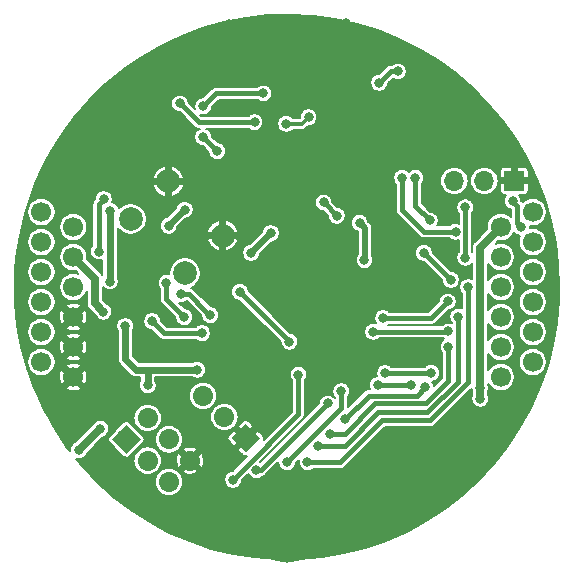
<source format=gbr>
G04 #@! TF.GenerationSoftware,KiCad,Pcbnew,(5.1.0)-1*
G04 #@! TF.CreationDate,2019-06-25T19:20:06-03:00*
G04 #@! TF.ProjectId,PCB_D,5043425f-442e-46b6-9963-61645f706362,rev?*
G04 #@! TF.SameCoordinates,Original*
G04 #@! TF.FileFunction,Copper,L2,Bot*
G04 #@! TF.FilePolarity,Positive*
%FSLAX46Y46*%
G04 Gerber Fmt 4.6, Leading zero omitted, Abs format (unit mm)*
G04 Created by KiCad (PCBNEW (5.1.0)-1) date 2019-06-25 19:20:06*
%MOMM*%
%LPD*%
G04 APERTURE LIST*
%ADD10C,2.000000*%
%ADD11C,1.700000*%
%ADD12C,1.700000*%
%ADD13C,0.100000*%
%ADD14C,6.200000*%
%ADD15C,6.300000*%
%ADD16R,1.700000X1.700000*%
%ADD17O,1.700000X1.700000*%
%ADD18C,0.800000*%
%ADD19C,0.600000*%
%ADD20C,0.500000*%
%ADD21C,0.400000*%
%ADD22C,0.300000*%
%ADD23C,0.700000*%
%ADD24C,0.200000*%
G04 APERTURE END LIST*
D10*
X-5454019Y4350381D03*
X-8636000Y1168400D03*
X-10050214Y8946575D03*
X-13232194Y5764594D03*
D11*
X-7096051Y-9203949D03*
D12*
X-7096051Y-9203949D02*
X-7096051Y-9203949D01*
D11*
X-5300000Y-11000000D03*
D12*
X-5300000Y-11000000D02*
X-5300000Y-11000000D01*
D11*
X-3503949Y-12796051D03*
D13*
G36*
X-3503949Y-11593969D02*
G01*
X-2301867Y-12796051D01*
X-3503949Y-13998133D01*
X-4706031Y-12796051D01*
X-3503949Y-11593969D01*
X-3503949Y-11593969D01*
G37*
D11*
X-8211846Y-14696051D03*
D12*
X-8211846Y-14696051D02*
X-8211846Y-14696051D01*
D11*
X-10007898Y-16492102D03*
D12*
X-10007898Y-16492102D02*
X-10007898Y-16492102D01*
D11*
X-10007898Y-12900000D03*
D12*
X-10007898Y-12900000D02*
X-10007898Y-12900000D01*
D11*
X-11803949Y-14696051D03*
D12*
X-11803949Y-14696051D02*
X-11803949Y-14696051D01*
D11*
X-11803949Y-11103949D03*
D12*
X-11803949Y-11103949D02*
X-11803949Y-11103949D01*
D11*
X-13600000Y-12900000D03*
D13*
G36*
X-13600000Y-14102082D02*
G01*
X-14802082Y-12900000D01*
X-13600000Y-11697918D01*
X-12397918Y-12900000D01*
X-13600000Y-14102082D01*
X-13600000Y-14102082D01*
G37*
D11*
X18100000Y-7620000D03*
X18100000Y-5080000D03*
X18100000Y-2540000D03*
X18100000Y0D03*
X18100000Y2540000D03*
X18100000Y5080000D03*
X20800000Y-6350000D03*
X20800000Y-3810000D03*
X20800000Y-1270000D03*
X20800000Y1270000D03*
X20800000Y3810000D03*
X20800000Y6350000D03*
X-18100000Y-7620000D03*
X-18100000Y-5080000D03*
X-18100000Y-2540000D03*
X-18100000Y0D03*
X-18100000Y2540000D03*
X-18100000Y5080000D03*
X-20800000Y-6350000D03*
X-20800000Y-3810000D03*
X-20800000Y-1270000D03*
X-20800000Y1270000D03*
X-20800000Y3810000D03*
X-20800000Y6350000D03*
D14*
X0Y-20200000D03*
D15*
X-12500000Y13500000D03*
D14*
X12500000Y13500000D03*
D16*
X19250000Y9000000D03*
D17*
X16710000Y9000000D03*
X14170000Y9000000D03*
D18*
X-11800000Y-8300000D03*
X-7600000Y-7000000D03*
X-15000000Y470000D03*
X-13700000Y-3300000D03*
X6553200Y2286000D03*
X6146800Y5435600D03*
X-8661400Y6553200D03*
X-10020300Y5194300D03*
X-14980000Y6480000D03*
X5100000Y3800000D03*
X-16700000Y-10600000D03*
X1665686Y-3700000D03*
X-1420000Y-6785686D03*
X-16020000Y-7700000D03*
X-3200000Y12480000D03*
X640000Y11310000D03*
X1625600Y15494000D03*
X8015036Y-812800D03*
X-5181600Y21310600D03*
X4622800Y21412200D03*
X4953000Y22326600D03*
X-4927600Y22250400D03*
X-1295400Y17449800D03*
X-5943600Y21767800D03*
X5638800Y21513800D03*
X-2463800Y17602200D03*
X4038600Y19354800D03*
X4089400Y18364200D03*
X-4038600Y19812000D03*
X2489200Y17703800D03*
X-16300000Y8600000D03*
X15196086Y-9658886D03*
X19710400Y-11125200D03*
X18389600Y-9804400D03*
X18389600Y-12446000D03*
X9804400Y-12700000D03*
X8229600Y-14071600D03*
X8686800Y-13055600D03*
X19456400Y-10007600D03*
X-4000000Y-400000D03*
X-3048000Y2895600D03*
X-1371600Y4572004D03*
X0Y-14833600D03*
X4588443Y-8822757D03*
X203200Y-4622800D03*
X-8702404Y-2540000D03*
X-10210800Y355600D03*
X-8991600Y-609600D03*
X-6502400Y-2387600D03*
X-7199989Y-3900000D03*
X-11430000Y-2895600D03*
X-15520000Y7450000D03*
X-15919999Y3010000D03*
X3454400Y-9855200D03*
X-2590800Y-15494000D03*
X965200Y-7416796D03*
X-4572000Y-16306800D03*
X10500000Y-8299999D03*
X7700000Y-8300000D03*
X19100000Y7300000D03*
X19800000Y5100000D03*
X12090400Y5638800D03*
X10871200Y9245604D03*
X-5900000Y11500000D03*
X-7100000Y12700000D03*
X-2000000Y16400000D03*
X-7100000Y15302800D03*
X-64086Y13818086D03*
X1828800Y14376400D03*
X14274800Y4673600D03*
X9753598Y9245600D03*
X16357600Y-8534400D03*
X16357600Y-9448800D03*
X9372600Y18262600D03*
X7797800Y17297400D03*
X-2747850Y13965350D03*
X-9067800Y15544800D03*
X4927600Y-11176000D03*
X11684000Y-8483600D03*
X13665200Y-5079998D03*
X3671901Y-12431699D03*
X14500000Y-2500000D03*
X2641600Y-13462000D03*
X1727200Y-14833600D03*
X15341600Y0D03*
X15093994Y6750008D03*
X15087600Y2489200D03*
X11582400Y2895600D03*
X13868402Y609600D03*
X7300002Y-3800000D03*
X13665200Y-3759200D03*
X8128000Y-2641600D03*
X13614400Y-1219200D03*
X8300000Y-7300000D03*
X12192000Y-7264400D03*
X3098800Y7162800D03*
X4216400Y6045200D03*
X-15544800Y-2082800D03*
X-15798800Y-11988800D03*
X-17627600Y-13817600D03*
D19*
X-13700000Y-3300000D02*
X-13700000Y-6100000D01*
X-13700000Y-6100000D02*
X-12800000Y-7000000D01*
X-11800000Y-7100000D02*
X-11800000Y-8300000D01*
X-11700000Y-7000000D02*
X-11800000Y-7100000D01*
X-11700000Y-7000000D02*
X-7600000Y-7000000D01*
X-12800000Y-7000000D02*
X-11700000Y-7000000D01*
D20*
X6604000Y4978400D02*
X6146800Y5435600D01*
X6553200Y2286000D02*
X6604000Y2336800D01*
X6604000Y2336800D02*
X6604000Y4978400D01*
X-8661400Y6553200D02*
X-10020300Y5194300D01*
D19*
X-15000000Y470000D02*
X-15000000Y6460000D01*
X-15000000Y6460000D02*
X-14980000Y6480000D01*
D21*
X-3999994Y-400000D02*
X-4000000Y-400000D01*
D20*
X-3048000Y2895600D02*
X-1371600Y4572000D01*
X-1371600Y4572000D02*
X-1371600Y4572004D01*
D21*
X4588443Y-10245157D02*
X4588443Y-9388442D01*
X0Y-14833600D02*
X4588443Y-10245157D01*
X4588443Y-9388442D02*
X4588443Y-8822757D01*
X-4000000Y-400000D02*
X203200Y-4603200D01*
X203200Y-4603200D02*
X203200Y-4622800D01*
X-10210800Y-210085D02*
X-10210800Y355600D01*
X-10210800Y-1031604D02*
X-10210800Y-210085D01*
X-8702404Y-2540000D02*
X-10210800Y-1031604D01*
X-8991600Y-609600D02*
X-8280400Y-609600D01*
X-8280400Y-609600D02*
X-6902399Y-1987601D01*
X-6902399Y-1987601D02*
X-6502400Y-2387600D01*
X-7199989Y-3900000D02*
X-10425600Y-3900000D01*
X-10425600Y-3900000D02*
X-11030001Y-3295599D01*
X-11030001Y-3295599D02*
X-11430000Y-2895600D01*
X-15520000Y7450000D02*
X-15919999Y7050001D01*
X-15919999Y7050001D02*
X-15919999Y3169199D01*
D20*
X-15919999Y3169199D02*
X-15919999Y3010000D01*
D21*
X-2184400Y-15494000D02*
X-2590800Y-15494000D01*
X3454400Y-9855200D02*
X-2184400Y-15494000D01*
X965200Y-10769600D02*
X-4172001Y-15906801D01*
X-4172001Y-15906801D02*
X-4572000Y-16306800D01*
X965200Y-7416796D02*
X965200Y-10769600D01*
X10500000Y-8299999D02*
X7700001Y-8299999D01*
X7700001Y-8299999D02*
X7700000Y-8300000D01*
X19499999Y5400001D02*
X19800000Y5100000D01*
X19100000Y7300000D02*
X19499999Y6900001D01*
X19499999Y6900001D02*
X19499999Y5400001D01*
X10871200Y8679919D02*
X10871200Y9245604D01*
X10871200Y6858000D02*
X10871200Y8679919D01*
X12090400Y5638800D02*
X10871200Y6858000D01*
X-5900000Y11500000D02*
X-7100000Y12700000D01*
X-6002800Y16400000D02*
X-2000000Y16400000D01*
X-7100000Y15302800D02*
X-6002800Y16400000D01*
D22*
X-64086Y13818086D02*
X1270486Y13818086D01*
X1270486Y13818086D02*
X1828800Y14376400D01*
D21*
X11582400Y4673600D02*
X9753598Y6502402D01*
X9753598Y6502402D02*
X9753598Y8679915D01*
X9753598Y8679915D02*
X9753598Y9245600D01*
X14274800Y4673600D02*
X11582400Y4673600D01*
D23*
X18100000Y5080000D02*
X16357600Y3337600D01*
X16357600Y3337600D02*
X16357600Y-9194800D01*
D21*
X9372600Y18262600D02*
X8763000Y18262600D01*
X8763000Y18262600D02*
X7797800Y17297400D01*
X-2747850Y13965350D02*
X-7488350Y13965350D01*
X-7488350Y13965350D02*
X-9067800Y15544800D01*
X6908800Y-9194800D02*
X4927600Y-11176000D01*
X11684000Y-8483600D02*
X10972800Y-9194800D01*
X10972800Y-9194800D02*
X6908800Y-9194800D01*
X11734800Y-9855200D02*
X7467600Y-9855200D01*
X13665200Y-5079998D02*
X13665200Y-7924800D01*
X13665200Y-7924800D02*
X11734800Y-9855200D01*
X7467600Y-9855200D02*
X4891101Y-12431699D01*
X4891101Y-12431699D02*
X3671901Y-12431699D01*
X14500000Y-8004400D02*
X14500000Y-2500000D01*
X11887200Y-10617200D02*
X14500000Y-8004400D01*
X7721600Y-10617200D02*
X11887200Y-10617200D01*
X2641600Y-13462000D02*
X4876800Y-13462000D01*
X4876800Y-13462000D02*
X7721600Y-10617200D01*
X4521200Y-14833600D02*
X1727200Y-14833600D01*
X8077200Y-11277600D02*
X4521200Y-14833600D01*
X12141200Y-11277600D02*
X8077200Y-11277600D01*
X15341600Y0D02*
X15341600Y-8077200D01*
X15341600Y-8077200D02*
X12141200Y-11277600D01*
X15093994Y2495594D02*
X15087600Y2489200D01*
X15093994Y6750008D02*
X15093994Y2495594D01*
X11582400Y2895600D02*
X11982401Y2495601D01*
X13468403Y1009599D02*
X13868402Y609600D01*
X11982401Y2495601D02*
X13468403Y1009599D01*
X13624400Y-3800000D02*
X13665200Y-3759200D01*
X7300002Y-3800000D02*
X13624400Y-3800000D01*
X8128000Y-2641600D02*
X12192000Y-2641600D01*
X12192000Y-2641600D02*
X13214401Y-1619199D01*
X13214401Y-1619199D02*
X13614400Y-1219200D01*
X12156400Y-7300000D02*
X12192000Y-7264400D01*
X8300000Y-7300000D02*
X12156400Y-7300000D01*
X3098800Y7162800D02*
X4216400Y6045200D01*
D23*
X-18100000Y2540000D02*
X-16256000Y696000D01*
X-16256000Y696000D02*
X-16256000Y-1371600D01*
X-16256000Y-1371600D02*
X-15544800Y-2082800D01*
X-15798800Y-11988800D02*
X-17627600Y-13817600D01*
D24*
G36*
X2169197Y22947703D02*
G01*
X4042203Y22692798D01*
X5888025Y22285279D01*
X7694248Y21727886D01*
X9448726Y21024369D01*
X11139659Y20179457D01*
X12755675Y19198835D01*
X14285907Y18089095D01*
X15720062Y16857703D01*
X17048497Y15512938D01*
X18262276Y14063846D01*
X19353238Y12520171D01*
X20314045Y10892295D01*
X21138235Y9191166D01*
X21820265Y7428224D01*
X22355550Y5615326D01*
X22740488Y3764663D01*
X22972492Y1888683D01*
X23050000Y0D01*
X23022481Y-1125987D01*
X22852804Y-3008629D01*
X22529436Y-4871037D01*
X22054553Y-6700686D01*
X21431348Y-8485271D01*
X20664012Y-10212791D01*
X19757706Y-11871628D01*
X18718525Y-13450625D01*
X17553458Y-14939164D01*
X16270340Y-16327233D01*
X14877800Y-17605498D01*
X13385203Y-18765363D01*
X11802588Y-19799026D01*
X10140598Y-20699536D01*
X8410410Y-21460837D01*
X6623660Y-22077809D01*
X4792364Y-22546302D01*
X2928839Y-22863167D01*
X1045617Y-23026272D01*
X-844637Y-23034519D01*
X-2729211Y-22887855D01*
X-4595431Y-22587264D01*
X-6430745Y-22134769D01*
X-8222811Y-21533413D01*
X-9959577Y-20787240D01*
X-11629362Y-19901267D01*
X-13220937Y-18881455D01*
X-14723598Y-17734660D01*
X-16101178Y-16492102D01*
X-11213704Y-16492102D01*
X-11190535Y-16727343D01*
X-11121917Y-16953544D01*
X-11010489Y-17162012D01*
X-10860532Y-17344736D01*
X-10677808Y-17494693D01*
X-10469340Y-17606121D01*
X-10243139Y-17674739D01*
X-10066848Y-17692102D01*
X-9948948Y-17692102D01*
X-9772657Y-17674739D01*
X-9546456Y-17606121D01*
X-9337988Y-17494693D01*
X-9155264Y-17344736D01*
X-9005307Y-17162012D01*
X-8893879Y-16953544D01*
X-8825261Y-16727343D01*
X-8802092Y-16492102D01*
X-8825261Y-16256861D01*
X-8832520Y-16232931D01*
X-5322000Y-16232931D01*
X-5322000Y-16380669D01*
X-5293178Y-16525567D01*
X-5236641Y-16662058D01*
X-5154563Y-16784897D01*
X-5050097Y-16889363D01*
X-4927258Y-16971441D01*
X-4790767Y-17027978D01*
X-4645869Y-17056800D01*
X-4498131Y-17056800D01*
X-4353233Y-17027978D01*
X-4216742Y-16971441D01*
X-4093903Y-16889363D01*
X-3989437Y-16784897D01*
X-3907359Y-16662058D01*
X-3850822Y-16525567D01*
X-3822000Y-16380669D01*
X-3822000Y-16334618D01*
X-3763988Y-16276606D01*
X-3763983Y-16276600D01*
X-3279224Y-15791841D01*
X-3255441Y-15849258D01*
X-3173363Y-15972097D01*
X-3068897Y-16076563D01*
X-2946058Y-16158641D01*
X-2809567Y-16215178D01*
X-2664669Y-16244000D01*
X-2516931Y-16244000D01*
X-2372033Y-16215178D01*
X-2235542Y-16158641D01*
X-2112703Y-16076563D01*
X-2070266Y-16034126D01*
X-1972906Y-16004592D01*
X-1877358Y-15953521D01*
X-1793610Y-15884790D01*
X-1776387Y-15863804D01*
X-750000Y-14837417D01*
X-750000Y-14907469D01*
X-721178Y-15052367D01*
X-664641Y-15188858D01*
X-582563Y-15311697D01*
X-478097Y-15416163D01*
X-355258Y-15498241D01*
X-218767Y-15554778D01*
X-73869Y-15583600D01*
X73869Y-15583600D01*
X218767Y-15554778D01*
X355258Y-15498241D01*
X478097Y-15416163D01*
X582563Y-15311697D01*
X664641Y-15188858D01*
X721178Y-15052367D01*
X750000Y-14907469D01*
X750000Y-14861417D01*
X1012696Y-14598721D01*
X1006022Y-14614833D01*
X977200Y-14759731D01*
X977200Y-14907469D01*
X1006022Y-15052367D01*
X1062559Y-15188858D01*
X1144637Y-15311697D01*
X1249103Y-15416163D01*
X1371942Y-15498241D01*
X1508433Y-15554778D01*
X1653331Y-15583600D01*
X1801069Y-15583600D01*
X1945967Y-15554778D01*
X2082458Y-15498241D01*
X2205297Y-15416163D01*
X2237860Y-15383600D01*
X4494192Y-15383600D01*
X4521200Y-15386260D01*
X4548208Y-15383600D01*
X4548218Y-15383600D01*
X4629019Y-15375642D01*
X4732694Y-15344192D01*
X4828242Y-15293121D01*
X4911990Y-15224390D01*
X4929213Y-15203404D01*
X8305018Y-11827600D01*
X12114192Y-11827600D01*
X12141200Y-11830260D01*
X12168208Y-11827600D01*
X12168218Y-11827600D01*
X12249019Y-11819642D01*
X12352694Y-11788192D01*
X12448242Y-11737121D01*
X12531990Y-11668390D01*
X12549213Y-11647404D01*
X15607600Y-8589018D01*
X15607600Y-8608269D01*
X15636422Y-8753167D01*
X15657601Y-8804297D01*
X15657601Y-9178903D01*
X15636422Y-9230033D01*
X15607600Y-9374931D01*
X15607600Y-9522669D01*
X15636422Y-9667567D01*
X15692959Y-9804058D01*
X15775037Y-9926897D01*
X15879503Y-10031363D01*
X16002342Y-10113441D01*
X16138833Y-10169978D01*
X16283731Y-10198800D01*
X16431469Y-10198800D01*
X16576367Y-10169978D01*
X16712858Y-10113441D01*
X16835697Y-10031363D01*
X16940163Y-9926897D01*
X17022241Y-9804058D01*
X17078778Y-9667567D01*
X17107600Y-9522669D01*
X17107600Y-9374931D01*
X17078778Y-9230033D01*
X17057600Y-9178905D01*
X17057600Y-8804295D01*
X17078778Y-8753167D01*
X17107600Y-8608269D01*
X17107600Y-8460531D01*
X17078778Y-8315633D01*
X17057600Y-8264505D01*
X17057600Y-8219881D01*
X17167899Y-8384955D01*
X17335045Y-8552101D01*
X17531587Y-8683426D01*
X17749973Y-8773884D01*
X17981810Y-8820000D01*
X18218190Y-8820000D01*
X18450027Y-8773884D01*
X18668413Y-8683426D01*
X18864955Y-8552101D01*
X19032101Y-8384955D01*
X19163426Y-8188413D01*
X19253884Y-7970027D01*
X19300000Y-7738190D01*
X19300000Y-7501810D01*
X19253884Y-7269973D01*
X19163426Y-7051587D01*
X19032101Y-6855045D01*
X18864955Y-6687899D01*
X18668413Y-6556574D01*
X18450027Y-6466116D01*
X18218190Y-6420000D01*
X17981810Y-6420000D01*
X17749973Y-6466116D01*
X17531587Y-6556574D01*
X17335045Y-6687899D01*
X17167899Y-6855045D01*
X17057600Y-7020119D01*
X17057600Y-5679881D01*
X17167899Y-5844955D01*
X17335045Y-6012101D01*
X17531587Y-6143426D01*
X17749973Y-6233884D01*
X17981810Y-6280000D01*
X18218190Y-6280000D01*
X18450027Y-6233884D01*
X18455034Y-6231810D01*
X19600000Y-6231810D01*
X19600000Y-6468190D01*
X19646116Y-6700027D01*
X19736574Y-6918413D01*
X19867899Y-7114955D01*
X20035045Y-7282101D01*
X20231587Y-7413426D01*
X20449973Y-7503884D01*
X20681810Y-7550000D01*
X20918190Y-7550000D01*
X21150027Y-7503884D01*
X21368413Y-7413426D01*
X21564955Y-7282101D01*
X21732101Y-7114955D01*
X21863426Y-6918413D01*
X21953884Y-6700027D01*
X22000000Y-6468190D01*
X22000000Y-6231810D01*
X21953884Y-5999973D01*
X21863426Y-5781587D01*
X21732101Y-5585045D01*
X21564955Y-5417899D01*
X21368413Y-5286574D01*
X21150027Y-5196116D01*
X20918190Y-5150000D01*
X20681810Y-5150000D01*
X20449973Y-5196116D01*
X20231587Y-5286574D01*
X20035045Y-5417899D01*
X19867899Y-5585045D01*
X19736574Y-5781587D01*
X19646116Y-5999973D01*
X19600000Y-6231810D01*
X18455034Y-6231810D01*
X18668413Y-6143426D01*
X18864955Y-6012101D01*
X19032101Y-5844955D01*
X19163426Y-5648413D01*
X19253884Y-5430027D01*
X19300000Y-5198190D01*
X19300000Y-4961810D01*
X19253884Y-4729973D01*
X19163426Y-4511587D01*
X19032101Y-4315045D01*
X18864955Y-4147899D01*
X18668413Y-4016574D01*
X18450027Y-3926116D01*
X18218190Y-3880000D01*
X17981810Y-3880000D01*
X17749973Y-3926116D01*
X17531587Y-4016574D01*
X17335045Y-4147899D01*
X17167899Y-4315045D01*
X17057600Y-4480119D01*
X17057600Y-3139881D01*
X17167899Y-3304955D01*
X17335045Y-3472101D01*
X17531587Y-3603426D01*
X17749973Y-3693884D01*
X17981810Y-3740000D01*
X18218190Y-3740000D01*
X18450027Y-3693884D01*
X18455034Y-3691810D01*
X19600000Y-3691810D01*
X19600000Y-3928190D01*
X19646116Y-4160027D01*
X19736574Y-4378413D01*
X19867899Y-4574955D01*
X20035045Y-4742101D01*
X20231587Y-4873426D01*
X20449973Y-4963884D01*
X20681810Y-5010000D01*
X20918190Y-5010000D01*
X21150027Y-4963884D01*
X21368413Y-4873426D01*
X21564955Y-4742101D01*
X21732101Y-4574955D01*
X21863426Y-4378413D01*
X21953884Y-4160027D01*
X22000000Y-3928190D01*
X22000000Y-3691810D01*
X21953884Y-3459973D01*
X21863426Y-3241587D01*
X21732101Y-3045045D01*
X21564955Y-2877899D01*
X21368413Y-2746574D01*
X21150027Y-2656116D01*
X20918190Y-2610000D01*
X20681810Y-2610000D01*
X20449973Y-2656116D01*
X20231587Y-2746574D01*
X20035045Y-2877899D01*
X19867899Y-3045045D01*
X19736574Y-3241587D01*
X19646116Y-3459973D01*
X19600000Y-3691810D01*
X18455034Y-3691810D01*
X18668413Y-3603426D01*
X18864955Y-3472101D01*
X19032101Y-3304955D01*
X19163426Y-3108413D01*
X19253884Y-2890027D01*
X19300000Y-2658190D01*
X19300000Y-2421810D01*
X19253884Y-2189973D01*
X19163426Y-1971587D01*
X19032101Y-1775045D01*
X18864955Y-1607899D01*
X18668413Y-1476574D01*
X18450027Y-1386116D01*
X18218190Y-1340000D01*
X17981810Y-1340000D01*
X17749973Y-1386116D01*
X17531587Y-1476574D01*
X17335045Y-1607899D01*
X17167899Y-1775045D01*
X17057600Y-1940119D01*
X17057600Y-599881D01*
X17167899Y-764955D01*
X17335045Y-932101D01*
X17531587Y-1063426D01*
X17749973Y-1153884D01*
X17981810Y-1200000D01*
X18218190Y-1200000D01*
X18450027Y-1153884D01*
X18455034Y-1151810D01*
X19600000Y-1151810D01*
X19600000Y-1388190D01*
X19646116Y-1620027D01*
X19736574Y-1838413D01*
X19867899Y-2034955D01*
X20035045Y-2202101D01*
X20231587Y-2333426D01*
X20449973Y-2423884D01*
X20681810Y-2470000D01*
X20918190Y-2470000D01*
X21150027Y-2423884D01*
X21368413Y-2333426D01*
X21564955Y-2202101D01*
X21732101Y-2034955D01*
X21863426Y-1838413D01*
X21953884Y-1620027D01*
X22000000Y-1388190D01*
X22000000Y-1151810D01*
X21953884Y-919973D01*
X21863426Y-701587D01*
X21732101Y-505045D01*
X21564955Y-337899D01*
X21368413Y-206574D01*
X21150027Y-116116D01*
X20918190Y-70000D01*
X20681810Y-70000D01*
X20449973Y-116116D01*
X20231587Y-206574D01*
X20035045Y-337899D01*
X19867899Y-505045D01*
X19736574Y-701587D01*
X19646116Y-919973D01*
X19600000Y-1151810D01*
X18455034Y-1151810D01*
X18668413Y-1063426D01*
X18864955Y-932101D01*
X19032101Y-764955D01*
X19163426Y-568413D01*
X19253884Y-350027D01*
X19300000Y-118190D01*
X19300000Y118190D01*
X19253884Y350027D01*
X19163426Y568413D01*
X19032101Y764955D01*
X18864955Y932101D01*
X18668413Y1063426D01*
X18450027Y1153884D01*
X18218190Y1200000D01*
X17981810Y1200000D01*
X17749973Y1153884D01*
X17531587Y1063426D01*
X17335045Y932101D01*
X17167899Y764955D01*
X17057600Y599881D01*
X17057600Y1940119D01*
X17167899Y1775045D01*
X17335045Y1607899D01*
X17531587Y1476574D01*
X17749973Y1386116D01*
X17981810Y1340000D01*
X18218190Y1340000D01*
X18450027Y1386116D01*
X18455034Y1388190D01*
X19600000Y1388190D01*
X19600000Y1151810D01*
X19646116Y919973D01*
X19736574Y701587D01*
X19867899Y505045D01*
X20035045Y337899D01*
X20231587Y206574D01*
X20449973Y116116D01*
X20681810Y70000D01*
X20918190Y70000D01*
X21150027Y116116D01*
X21368413Y206574D01*
X21564955Y337899D01*
X21732101Y505045D01*
X21863426Y701587D01*
X21953884Y919973D01*
X22000000Y1151810D01*
X22000000Y1388190D01*
X21953884Y1620027D01*
X21863426Y1838413D01*
X21732101Y2034955D01*
X21564955Y2202101D01*
X21368413Y2333426D01*
X21150027Y2423884D01*
X20918190Y2470000D01*
X20681810Y2470000D01*
X20449973Y2423884D01*
X20231587Y2333426D01*
X20035045Y2202101D01*
X19867899Y2034955D01*
X19736574Y1838413D01*
X19646116Y1620027D01*
X19600000Y1388190D01*
X18455034Y1388190D01*
X18668413Y1476574D01*
X18864955Y1607899D01*
X19032101Y1775045D01*
X19163426Y1971587D01*
X19253884Y2189973D01*
X19300000Y2421810D01*
X19300000Y2658190D01*
X19253884Y2890027D01*
X19163426Y3108413D01*
X19032101Y3304955D01*
X18864955Y3472101D01*
X18668413Y3603426D01*
X18450027Y3693884D01*
X18218190Y3740000D01*
X17981810Y3740000D01*
X17749973Y3693884D01*
X17671208Y3661259D01*
X17905190Y3895241D01*
X17981810Y3880000D01*
X18218190Y3880000D01*
X18450027Y3926116D01*
X18668413Y4016574D01*
X18864955Y4147899D01*
X19032101Y4315045D01*
X19163426Y4511587D01*
X19212303Y4629587D01*
X19217437Y4621903D01*
X19321903Y4517437D01*
X19444742Y4435359D01*
X19581233Y4378822D01*
X19724906Y4350244D01*
X19646116Y4160027D01*
X19600000Y3928190D01*
X19600000Y3691810D01*
X19646116Y3459973D01*
X19736574Y3241587D01*
X19867899Y3045045D01*
X20035045Y2877899D01*
X20231587Y2746574D01*
X20449973Y2656116D01*
X20681810Y2610000D01*
X20918190Y2610000D01*
X21150027Y2656116D01*
X21368413Y2746574D01*
X21564955Y2877899D01*
X21732101Y3045045D01*
X21863426Y3241587D01*
X21953884Y3459973D01*
X22000000Y3691810D01*
X22000000Y3928190D01*
X21953884Y4160027D01*
X21863426Y4378413D01*
X21732101Y4574955D01*
X21564955Y4742101D01*
X21368413Y4873426D01*
X21150027Y4963884D01*
X20918190Y5010000D01*
X20681810Y5010000D01*
X20541229Y4982036D01*
X20550000Y5026131D01*
X20550000Y5173869D01*
X20549513Y5176316D01*
X20681810Y5150000D01*
X20918190Y5150000D01*
X21150027Y5196116D01*
X21368413Y5286574D01*
X21564955Y5417899D01*
X21732101Y5585045D01*
X21863426Y5781587D01*
X21953884Y5999973D01*
X22000000Y6231810D01*
X22000000Y6468190D01*
X21953884Y6700027D01*
X21863426Y6918413D01*
X21732101Y7114955D01*
X21564955Y7282101D01*
X21368413Y7413426D01*
X21150027Y7503884D01*
X20918190Y7550000D01*
X20681810Y7550000D01*
X20449973Y7503884D01*
X20231587Y7413426D01*
X20035045Y7282101D01*
X19959683Y7206739D01*
X19959520Y7207044D01*
X19908012Y7269806D01*
X19908007Y7269811D01*
X19890789Y7290791D01*
X19869808Y7308010D01*
X19850000Y7327818D01*
X19850000Y7373869D01*
X19821178Y7518767D01*
X19764641Y7655258D01*
X19682563Y7778097D01*
X19661032Y7799628D01*
X20100000Y7798306D01*
X20168612Y7805064D01*
X20234587Y7825077D01*
X20295391Y7857577D01*
X20348685Y7901315D01*
X20392423Y7954609D01*
X20424923Y8015413D01*
X20444936Y8081388D01*
X20451694Y8150000D01*
X20450000Y8712500D01*
X20362500Y8800000D01*
X19450000Y8800000D01*
X19450000Y8780000D01*
X19050000Y8780000D01*
X19050000Y8800000D01*
X18137500Y8800000D01*
X18050000Y8712500D01*
X18048306Y8150000D01*
X18055064Y8081388D01*
X18075077Y8015413D01*
X18107577Y7954609D01*
X18151315Y7901315D01*
X18204609Y7857577D01*
X18265413Y7825077D01*
X18331388Y7805064D01*
X18400000Y7798306D01*
X18538062Y7798722D01*
X18517437Y7778097D01*
X18435359Y7655258D01*
X18378822Y7518767D01*
X18350000Y7373869D01*
X18350000Y7226131D01*
X18378822Y7081233D01*
X18435359Y6944742D01*
X18517437Y6821903D01*
X18621903Y6717437D01*
X18744742Y6635359D01*
X18881233Y6578822D01*
X18949999Y6565144D01*
X18950000Y5927056D01*
X18864955Y6012101D01*
X18668413Y6143426D01*
X18450027Y6233884D01*
X18218190Y6280000D01*
X17981810Y6280000D01*
X17749973Y6233884D01*
X17531587Y6143426D01*
X17335045Y6012101D01*
X17167899Y5844955D01*
X17036574Y5648413D01*
X16946116Y5430027D01*
X16900000Y5198190D01*
X16900000Y4961810D01*
X16915241Y4885190D01*
X15886943Y3856892D01*
X15860230Y3834969D01*
X15838309Y3808258D01*
X15838308Y3808257D01*
X15772755Y3728381D01*
X15728508Y3645600D01*
X15707755Y3606774D01*
X15667728Y3474823D01*
X15660969Y3406192D01*
X15654213Y3337600D01*
X15657600Y3303213D01*
X15657600Y2979860D01*
X15643994Y2993466D01*
X15643994Y6239348D01*
X15676557Y6271911D01*
X15758635Y6394750D01*
X15815172Y6531241D01*
X15843994Y6676139D01*
X15843994Y6823877D01*
X15815172Y6968775D01*
X15758635Y7105266D01*
X15676557Y7228105D01*
X15572091Y7332571D01*
X15449252Y7414649D01*
X15312761Y7471186D01*
X15167863Y7500008D01*
X15020125Y7500008D01*
X14875227Y7471186D01*
X14738736Y7414649D01*
X14615897Y7332571D01*
X14511431Y7228105D01*
X14429353Y7105266D01*
X14372816Y6968775D01*
X14343994Y6823877D01*
X14343994Y6676139D01*
X14372816Y6531241D01*
X14429353Y6394750D01*
X14511431Y6271911D01*
X14543994Y6239348D01*
X14543994Y5373890D01*
X14493567Y5394778D01*
X14348669Y5423600D01*
X14200931Y5423600D01*
X14056033Y5394778D01*
X13919542Y5338241D01*
X13796703Y5256163D01*
X13764140Y5223600D01*
X12714989Y5223600D01*
X12755041Y5283542D01*
X12811578Y5420033D01*
X12840400Y5564931D01*
X12840400Y5712669D01*
X12811578Y5857567D01*
X12755041Y5994058D01*
X12672963Y6116897D01*
X12568497Y6221363D01*
X12445658Y6303441D01*
X12309167Y6359978D01*
X12164269Y6388800D01*
X12118218Y6388800D01*
X11421200Y7085817D01*
X11421200Y8734944D01*
X11453763Y8767507D01*
X11535841Y8890346D01*
X11581261Y9000000D01*
X12964194Y9000000D01*
X12987363Y8764759D01*
X13055981Y8538558D01*
X13167409Y8330090D01*
X13317366Y8147366D01*
X13500090Y7997409D01*
X13708558Y7885981D01*
X13934759Y7817363D01*
X14111050Y7800000D01*
X14228950Y7800000D01*
X14405241Y7817363D01*
X14631442Y7885981D01*
X14839910Y7997409D01*
X15022634Y8147366D01*
X15172591Y8330090D01*
X15284019Y8538558D01*
X15352637Y8764759D01*
X15375806Y9000000D01*
X15504194Y9000000D01*
X15527363Y8764759D01*
X15595981Y8538558D01*
X15707409Y8330090D01*
X15857366Y8147366D01*
X16040090Y7997409D01*
X16248558Y7885981D01*
X16474759Y7817363D01*
X16651050Y7800000D01*
X16768950Y7800000D01*
X16945241Y7817363D01*
X17171442Y7885981D01*
X17379910Y7997409D01*
X17562634Y8147366D01*
X17712591Y8330090D01*
X17824019Y8538558D01*
X17892637Y8764759D01*
X17915806Y9000000D01*
X17892637Y9235241D01*
X17824019Y9461442D01*
X17712591Y9669910D01*
X17564796Y9850000D01*
X18048306Y9850000D01*
X18050000Y9287500D01*
X18137500Y9200000D01*
X19050000Y9200000D01*
X19050000Y10112500D01*
X19450000Y10112500D01*
X19450000Y9200000D01*
X20362500Y9200000D01*
X20450000Y9287500D01*
X20451694Y9850000D01*
X20444936Y9918612D01*
X20424923Y9984587D01*
X20392423Y10045391D01*
X20348685Y10098685D01*
X20295391Y10142423D01*
X20234587Y10174923D01*
X20168612Y10194936D01*
X20100000Y10201694D01*
X19537500Y10200000D01*
X19450000Y10112500D01*
X19050000Y10112500D01*
X18962500Y10200000D01*
X18400000Y10201694D01*
X18331388Y10194936D01*
X18265413Y10174923D01*
X18204609Y10142423D01*
X18151315Y10098685D01*
X18107577Y10045391D01*
X18075077Y9984587D01*
X18055064Y9918612D01*
X18048306Y9850000D01*
X17564796Y9850000D01*
X17562634Y9852634D01*
X17379910Y10002591D01*
X17171442Y10114019D01*
X16945241Y10182637D01*
X16768950Y10200000D01*
X16651050Y10200000D01*
X16474759Y10182637D01*
X16248558Y10114019D01*
X16040090Y10002591D01*
X15857366Y9852634D01*
X15707409Y9669910D01*
X15595981Y9461442D01*
X15527363Y9235241D01*
X15504194Y9000000D01*
X15375806Y9000000D01*
X15352637Y9235241D01*
X15284019Y9461442D01*
X15172591Y9669910D01*
X15022634Y9852634D01*
X14839910Y10002591D01*
X14631442Y10114019D01*
X14405241Y10182637D01*
X14228950Y10200000D01*
X14111050Y10200000D01*
X13934759Y10182637D01*
X13708558Y10114019D01*
X13500090Y10002591D01*
X13317366Y9852634D01*
X13167409Y9669910D01*
X13055981Y9461442D01*
X12987363Y9235241D01*
X12964194Y9000000D01*
X11581261Y9000000D01*
X11592378Y9026837D01*
X11621200Y9171735D01*
X11621200Y9319473D01*
X11592378Y9464371D01*
X11535841Y9600862D01*
X11453763Y9723701D01*
X11349297Y9828167D01*
X11226458Y9910245D01*
X11089967Y9966782D01*
X10945069Y9995604D01*
X10797331Y9995604D01*
X10652433Y9966782D01*
X10515942Y9910245D01*
X10393103Y9828167D01*
X10312397Y9747461D01*
X10231695Y9828163D01*
X10108856Y9910241D01*
X9972365Y9966778D01*
X9827467Y9995600D01*
X9679729Y9995600D01*
X9534831Y9966778D01*
X9398340Y9910241D01*
X9275501Y9828163D01*
X9171035Y9723697D01*
X9088957Y9600858D01*
X9032420Y9464367D01*
X9003598Y9319469D01*
X9003598Y9171731D01*
X9032420Y9026833D01*
X9088957Y8890342D01*
X9171035Y8767503D01*
X9203598Y8734940D01*
X9203598Y8652898D01*
X9203599Y8652888D01*
X9203598Y6529410D01*
X9200938Y6502402D01*
X9203598Y6475394D01*
X9203598Y6475385D01*
X9211556Y6394584D01*
X9243006Y6290909D01*
X9281845Y6218245D01*
X9294077Y6195360D01*
X9316987Y6167445D01*
X9362808Y6111612D01*
X9383794Y6094389D01*
X11174387Y4303796D01*
X11191610Y4282810D01*
X11275358Y4214079D01*
X11370906Y4163008D01*
X11474581Y4131558D01*
X11555382Y4123600D01*
X11555389Y4123600D01*
X11582400Y4120940D01*
X11609411Y4123600D01*
X13764140Y4123600D01*
X13796703Y4091037D01*
X13919542Y4008959D01*
X14056033Y3952422D01*
X14200931Y3923600D01*
X14348669Y3923600D01*
X14493567Y3952422D01*
X14543995Y3973310D01*
X14543995Y3006255D01*
X14505037Y2967297D01*
X14422959Y2844458D01*
X14366422Y2707967D01*
X14337600Y2563069D01*
X14337600Y2415331D01*
X14366422Y2270433D01*
X14422959Y2133942D01*
X14505037Y2011103D01*
X14609503Y1906637D01*
X14732342Y1824559D01*
X14868833Y1768022D01*
X15013731Y1739200D01*
X15161469Y1739200D01*
X15306367Y1768022D01*
X15442858Y1824559D01*
X15565697Y1906637D01*
X15657600Y1998540D01*
X15657600Y680902D01*
X15560367Y721178D01*
X15415469Y750000D01*
X15267731Y750000D01*
X15122833Y721178D01*
X14986342Y664641D01*
X14863503Y582563D01*
X14759037Y478097D01*
X14676959Y355258D01*
X14620422Y218767D01*
X14591600Y73869D01*
X14591600Y-73869D01*
X14620422Y-218767D01*
X14676959Y-355258D01*
X14759037Y-478097D01*
X14791600Y-510660D01*
X14791600Y-1808991D01*
X14718767Y-1778822D01*
X14573869Y-1750000D01*
X14426131Y-1750000D01*
X14281233Y-1778822D01*
X14144742Y-1835359D01*
X14021903Y-1917437D01*
X13917437Y-2021903D01*
X13835359Y-2144742D01*
X13778822Y-2281233D01*
X13750000Y-2426131D01*
X13750000Y-2573869D01*
X13778822Y-2718767D01*
X13835359Y-2855258D01*
X13917437Y-2978097D01*
X13950001Y-3010661D01*
X13950001Y-3065374D01*
X13883967Y-3038022D01*
X13739069Y-3009200D01*
X13591331Y-3009200D01*
X13446433Y-3038022D01*
X13309942Y-3094559D01*
X13187103Y-3176637D01*
X13113740Y-3250000D01*
X8567429Y-3250000D01*
X8606097Y-3224163D01*
X8638660Y-3191600D01*
X12164992Y-3191600D01*
X12192000Y-3194260D01*
X12219008Y-3191600D01*
X12219018Y-3191600D01*
X12299819Y-3183642D01*
X12403494Y-3152192D01*
X12499042Y-3101121D01*
X12582790Y-3032390D01*
X12600013Y-3011404D01*
X13622414Y-1989004D01*
X13622418Y-1988999D01*
X13642217Y-1969200D01*
X13688269Y-1969200D01*
X13833167Y-1940378D01*
X13969658Y-1883841D01*
X14092497Y-1801763D01*
X14196963Y-1697297D01*
X14279041Y-1574458D01*
X14335578Y-1437967D01*
X14364400Y-1293069D01*
X14364400Y-1145331D01*
X14335578Y-1000433D01*
X14279041Y-863942D01*
X14196963Y-741103D01*
X14092497Y-636637D01*
X13969658Y-554559D01*
X13833167Y-498022D01*
X13688269Y-469200D01*
X13540531Y-469200D01*
X13395633Y-498022D01*
X13259142Y-554559D01*
X13136303Y-636637D01*
X13031837Y-741103D01*
X12949759Y-863942D01*
X12893222Y-1000433D01*
X12864400Y-1145331D01*
X12864400Y-1191383D01*
X12844601Y-1211182D01*
X12844596Y-1211186D01*
X11964183Y-2091600D01*
X8638660Y-2091600D01*
X8606097Y-2059037D01*
X8483258Y-1976959D01*
X8346767Y-1920422D01*
X8201869Y-1891600D01*
X8054131Y-1891600D01*
X7909233Y-1920422D01*
X7772742Y-1976959D01*
X7649903Y-2059037D01*
X7545437Y-2163503D01*
X7463359Y-2286342D01*
X7406822Y-2422833D01*
X7378000Y-2567731D01*
X7378000Y-2715469D01*
X7406822Y-2860367D01*
X7463359Y-2996858D01*
X7518027Y-3078674D01*
X7373871Y-3050000D01*
X7226133Y-3050000D01*
X7081235Y-3078822D01*
X6944744Y-3135359D01*
X6821905Y-3217437D01*
X6717439Y-3321903D01*
X6635361Y-3444742D01*
X6578824Y-3581233D01*
X6550002Y-3726131D01*
X6550002Y-3873869D01*
X6578824Y-4018767D01*
X6635361Y-4155258D01*
X6717439Y-4278097D01*
X6821905Y-4382563D01*
X6944744Y-4464641D01*
X7081235Y-4521178D01*
X7226133Y-4550000D01*
X7373871Y-4550000D01*
X7518769Y-4521178D01*
X7655260Y-4464641D01*
X7778099Y-4382563D01*
X7810662Y-4350000D01*
X13199431Y-4350000D01*
X13303593Y-4419599D01*
X13187103Y-4497435D01*
X13082637Y-4601901D01*
X13000559Y-4724740D01*
X12944022Y-4861231D01*
X12915200Y-5006129D01*
X12915200Y-5153867D01*
X12944022Y-5298765D01*
X13000559Y-5435256D01*
X13082637Y-5558095D01*
X13115200Y-5590658D01*
X13115201Y-7696981D01*
X12428766Y-8383417D01*
X12405178Y-8264833D01*
X12348641Y-8128342D01*
X12271729Y-8013234D01*
X12410767Y-7985578D01*
X12547258Y-7929041D01*
X12670097Y-7846963D01*
X12774563Y-7742497D01*
X12856641Y-7619658D01*
X12913178Y-7483167D01*
X12942000Y-7338269D01*
X12942000Y-7190531D01*
X12913178Y-7045633D01*
X12856641Y-6909142D01*
X12774563Y-6786303D01*
X12670097Y-6681837D01*
X12547258Y-6599759D01*
X12410767Y-6543222D01*
X12265869Y-6514400D01*
X12118131Y-6514400D01*
X11973233Y-6543222D01*
X11836742Y-6599759D01*
X11713903Y-6681837D01*
X11645740Y-6750000D01*
X8810660Y-6750000D01*
X8778097Y-6717437D01*
X8655258Y-6635359D01*
X8518767Y-6578822D01*
X8373869Y-6550000D01*
X8226131Y-6550000D01*
X8081233Y-6578822D01*
X7944742Y-6635359D01*
X7821903Y-6717437D01*
X7717437Y-6821903D01*
X7635359Y-6944742D01*
X7578822Y-7081233D01*
X7550000Y-7226131D01*
X7550000Y-7373869D01*
X7578822Y-7518767D01*
X7594376Y-7556317D01*
X7481233Y-7578822D01*
X7344742Y-7635359D01*
X7221903Y-7717437D01*
X7117437Y-7821903D01*
X7035359Y-7944742D01*
X6978822Y-8081233D01*
X6950000Y-8226131D01*
X6950000Y-8373869D01*
X6978822Y-8518767D01*
X7031027Y-8644800D01*
X6935808Y-8644800D01*
X6908800Y-8642140D01*
X6881792Y-8644800D01*
X6881782Y-8644800D01*
X6800981Y-8652758D01*
X6697306Y-8684208D01*
X6601758Y-8735279D01*
X6538995Y-8786787D01*
X6538990Y-8786792D01*
X6518010Y-8804010D01*
X6500792Y-8824990D01*
X5138443Y-10187340D01*
X5138443Y-9333417D01*
X5171006Y-9300854D01*
X5253084Y-9178015D01*
X5309621Y-9041524D01*
X5338443Y-8896626D01*
X5338443Y-8748888D01*
X5309621Y-8603990D01*
X5253084Y-8467499D01*
X5171006Y-8344660D01*
X5066540Y-8240194D01*
X4943701Y-8158116D01*
X4807210Y-8101579D01*
X4662312Y-8072757D01*
X4514574Y-8072757D01*
X4369676Y-8101579D01*
X4233185Y-8158116D01*
X4110346Y-8240194D01*
X4005880Y-8344660D01*
X3923802Y-8467499D01*
X3867265Y-8603990D01*
X3838443Y-8748888D01*
X3838443Y-8896626D01*
X3867265Y-9041524D01*
X3923802Y-9178015D01*
X4005880Y-9300854D01*
X4038443Y-9333417D01*
X4038443Y-9379318D01*
X4036963Y-9377103D01*
X3932497Y-9272637D01*
X3809658Y-9190559D01*
X3673167Y-9134022D01*
X3528269Y-9105200D01*
X3380531Y-9105200D01*
X3235633Y-9134022D01*
X3099142Y-9190559D01*
X2976303Y-9272637D01*
X2871837Y-9377103D01*
X2789759Y-9499942D01*
X2733222Y-9636433D01*
X2704400Y-9781331D01*
X2704400Y-9827382D01*
X-2279407Y-14811190D01*
X-2292959Y-14805576D01*
X1335010Y-11177608D01*
X1355990Y-11160390D01*
X1373208Y-11139410D01*
X1373213Y-11139405D01*
X1424720Y-11076643D01*
X1424721Y-11076642D01*
X1475792Y-10981094D01*
X1507242Y-10877419D01*
X1515200Y-10796618D01*
X1515200Y-10796609D01*
X1517860Y-10769601D01*
X1515200Y-10742593D01*
X1515200Y-7927456D01*
X1547763Y-7894893D01*
X1629841Y-7772054D01*
X1686378Y-7635563D01*
X1715200Y-7490665D01*
X1715200Y-7342927D01*
X1686378Y-7198029D01*
X1629841Y-7061538D01*
X1547763Y-6938699D01*
X1443297Y-6834233D01*
X1320458Y-6752155D01*
X1183967Y-6695618D01*
X1039069Y-6666796D01*
X891331Y-6666796D01*
X746433Y-6695618D01*
X609942Y-6752155D01*
X487103Y-6834233D01*
X382637Y-6938699D01*
X300559Y-7061538D01*
X244022Y-7198029D01*
X215200Y-7342927D01*
X215200Y-7490665D01*
X244022Y-7635563D01*
X300559Y-7772054D01*
X382637Y-7894893D01*
X415200Y-7927456D01*
X415201Y-10541781D01*
X-1980721Y-12937704D01*
X-1976945Y-12930639D01*
X-1956931Y-12864663D01*
X-1950174Y-12796051D01*
X-1956931Y-12727439D01*
X-1976945Y-12661463D01*
X-2009445Y-12600660D01*
X-2053182Y-12547366D01*
X-2452128Y-12150816D01*
X-2575871Y-12150816D01*
X-3221106Y-12796051D01*
X-3206964Y-12810193D01*
X-3489807Y-13093036D01*
X-3503949Y-13078894D01*
X-4149184Y-13724129D01*
X-4149184Y-13847872D01*
X-3752634Y-14246818D01*
X-3699340Y-14290555D01*
X-3638537Y-14323055D01*
X-3572561Y-14343069D01*
X-3503949Y-14349826D01*
X-3435337Y-14343069D01*
X-3369361Y-14323055D01*
X-3362296Y-14319279D01*
X-4541800Y-15498783D01*
X-4541806Y-15498788D01*
X-4599818Y-15556800D01*
X-4645869Y-15556800D01*
X-4790767Y-15585622D01*
X-4927258Y-15642159D01*
X-5050097Y-15724237D01*
X-5154563Y-15828703D01*
X-5236641Y-15951542D01*
X-5293178Y-16088033D01*
X-5322000Y-16232931D01*
X-8832520Y-16232931D01*
X-8893879Y-16030660D01*
X-9005307Y-15822192D01*
X-9155264Y-15639468D01*
X-9189572Y-15611312D01*
X-8844265Y-15611312D01*
X-8745520Y-15770850D01*
X-8594482Y-15833422D01*
X-8365239Y-15886216D01*
X-8130102Y-15893273D01*
X-7898106Y-15854321D01*
X-7678167Y-15770858D01*
X-7578473Y-15612267D01*
X-8211846Y-14978894D01*
X-8844265Y-15611312D01*
X-9189572Y-15611312D01*
X-9337988Y-15489511D01*
X-9546456Y-15378083D01*
X-9772657Y-15309465D01*
X-9948948Y-15292102D01*
X-10066848Y-15292102D01*
X-10243139Y-15309465D01*
X-10469340Y-15378083D01*
X-10677808Y-15489511D01*
X-10860532Y-15639468D01*
X-11010489Y-15822192D01*
X-11121917Y-16030660D01*
X-11190535Y-16256861D01*
X-11213704Y-16492102D01*
X-16101178Y-16492102D01*
X-16127240Y-16468595D01*
X-17422422Y-15091776D01*
X-17737760Y-14696051D01*
X-13009755Y-14696051D01*
X-12986586Y-14931292D01*
X-12917968Y-15157493D01*
X-12806540Y-15365961D01*
X-12656583Y-15548685D01*
X-12473859Y-15698642D01*
X-12265391Y-15810070D01*
X-12039190Y-15878688D01*
X-11862899Y-15896051D01*
X-11744999Y-15896051D01*
X-11568708Y-15878688D01*
X-11342507Y-15810070D01*
X-11134039Y-15698642D01*
X-10951315Y-15548685D01*
X-10801358Y-15365961D01*
X-10689930Y-15157493D01*
X-10621312Y-14931292D01*
X-10598143Y-14696051D01*
X-10606194Y-14614307D01*
X-9409068Y-14614307D01*
X-9402011Y-14849444D01*
X-9349217Y-15078687D01*
X-9286645Y-15229725D01*
X-9127107Y-15328470D01*
X-8494689Y-14696051D01*
X-7929003Y-14696051D01*
X-7295630Y-15329424D01*
X-7137039Y-15229730D01*
X-7053576Y-15009791D01*
X-7014624Y-14777795D01*
X-7021681Y-14542658D01*
X-7074475Y-14313415D01*
X-7137047Y-14162377D01*
X-7296585Y-14063632D01*
X-7929003Y-14696051D01*
X-8494689Y-14696051D01*
X-9128062Y-14062678D01*
X-9286653Y-14162372D01*
X-9370116Y-14382311D01*
X-9409068Y-14614307D01*
X-10606194Y-14614307D01*
X-10621312Y-14460810D01*
X-10689930Y-14234609D01*
X-10801358Y-14026141D01*
X-10951315Y-13843417D01*
X-11134039Y-13693460D01*
X-11342507Y-13582032D01*
X-11568708Y-13513414D01*
X-11744999Y-13496051D01*
X-11862899Y-13496051D01*
X-12039190Y-13513414D01*
X-12265391Y-13582032D01*
X-12473859Y-13693460D01*
X-12656583Y-13843417D01*
X-12806540Y-14026141D01*
X-12917968Y-14234609D01*
X-12986586Y-14460810D01*
X-13009755Y-14696051D01*
X-17737760Y-14696051D01*
X-17871322Y-14528441D01*
X-17846367Y-14538778D01*
X-17701469Y-14567600D01*
X-17553731Y-14567600D01*
X-17408833Y-14538778D01*
X-17272342Y-14482241D01*
X-17149503Y-14400163D01*
X-17045037Y-14295697D01*
X-16962959Y-14172858D01*
X-16941781Y-14121730D01*
X-15720051Y-12900000D01*
X-15153775Y-12900000D01*
X-15147017Y-12968612D01*
X-15127004Y-13034587D01*
X-15094504Y-13095390D01*
X-15050767Y-13148685D01*
X-13848685Y-14350767D01*
X-13795390Y-14394504D01*
X-13734587Y-14427004D01*
X-13668612Y-14447017D01*
X-13600000Y-14453775D01*
X-13531388Y-14447017D01*
X-13465413Y-14427004D01*
X-13404610Y-14394504D01*
X-13351315Y-14350767D01*
X-12149233Y-13148685D01*
X-12105496Y-13095390D01*
X-12072996Y-13034587D01*
X-12052983Y-12968612D01*
X-12046225Y-12900000D01*
X-11213704Y-12900000D01*
X-11190535Y-13135241D01*
X-11121917Y-13361442D01*
X-11010489Y-13569910D01*
X-10860532Y-13752634D01*
X-10677808Y-13902591D01*
X-10469340Y-14014019D01*
X-10243139Y-14082637D01*
X-10066848Y-14100000D01*
X-9948948Y-14100000D01*
X-9772657Y-14082637D01*
X-9546456Y-14014019D01*
X-9337988Y-13902591D01*
X-9188409Y-13779835D01*
X-8845219Y-13779835D01*
X-8211846Y-14413208D01*
X-7579427Y-13780790D01*
X-7678172Y-13621252D01*
X-7829210Y-13558680D01*
X-8058453Y-13505886D01*
X-8293590Y-13498829D01*
X-8525586Y-13537781D01*
X-8745525Y-13621244D01*
X-8845219Y-13779835D01*
X-9188409Y-13779835D01*
X-9155264Y-13752634D01*
X-9005307Y-13569910D01*
X-8893879Y-13361442D01*
X-8825261Y-13135241D01*
X-8802092Y-12900000D01*
X-8812329Y-12796051D01*
X-5057724Y-12796051D01*
X-5050967Y-12864663D01*
X-5030953Y-12930639D01*
X-4998453Y-12991442D01*
X-4954716Y-13044736D01*
X-4555770Y-13441286D01*
X-4432027Y-13441286D01*
X-3786792Y-12796051D01*
X-4432027Y-12150816D01*
X-4555770Y-12150816D01*
X-4954716Y-12547366D01*
X-4998453Y-12600660D01*
X-5030953Y-12661463D01*
X-5050967Y-12727439D01*
X-5057724Y-12796051D01*
X-8812329Y-12796051D01*
X-8825261Y-12664759D01*
X-8893879Y-12438558D01*
X-9005307Y-12230090D01*
X-9155264Y-12047366D01*
X-9337988Y-11897409D01*
X-9546456Y-11785981D01*
X-9772657Y-11717363D01*
X-9948948Y-11700000D01*
X-10066848Y-11700000D01*
X-10243139Y-11717363D01*
X-10469340Y-11785981D01*
X-10677808Y-11897409D01*
X-10860532Y-12047366D01*
X-11010489Y-12230090D01*
X-11121917Y-12438558D01*
X-11190535Y-12664759D01*
X-11213704Y-12900000D01*
X-12046225Y-12900000D01*
X-12052983Y-12831388D01*
X-12072996Y-12765413D01*
X-12105496Y-12704610D01*
X-12149233Y-12651315D01*
X-13351315Y-11449233D01*
X-13404610Y-11405496D01*
X-13465413Y-11372996D01*
X-13531388Y-11352983D01*
X-13600000Y-11346225D01*
X-13668612Y-11352983D01*
X-13734587Y-11372996D01*
X-13795390Y-11405496D01*
X-13848685Y-11449233D01*
X-15050767Y-12651315D01*
X-15094504Y-12704610D01*
X-15127004Y-12765413D01*
X-15147017Y-12831388D01*
X-15153775Y-12900000D01*
X-15720051Y-12900000D01*
X-15494669Y-12674619D01*
X-15443542Y-12653441D01*
X-15320703Y-12571363D01*
X-15216237Y-12466897D01*
X-15134159Y-12344058D01*
X-15077622Y-12207567D01*
X-15048800Y-12062669D01*
X-15048800Y-11914931D01*
X-15077622Y-11770033D01*
X-15134159Y-11633542D01*
X-15216237Y-11510703D01*
X-15320703Y-11406237D01*
X-15443542Y-11324159D01*
X-15580033Y-11267622D01*
X-15724931Y-11238800D01*
X-15872669Y-11238800D01*
X-16017567Y-11267622D01*
X-16154058Y-11324159D01*
X-16276897Y-11406237D01*
X-16381363Y-11510703D01*
X-16463441Y-11633542D01*
X-16484619Y-11684669D01*
X-17931730Y-13131781D01*
X-17982858Y-13152959D01*
X-18105697Y-13235037D01*
X-18210163Y-13339503D01*
X-18292241Y-13462342D01*
X-18348778Y-13598833D01*
X-18377600Y-13743731D01*
X-18377600Y-13891469D01*
X-18377167Y-13893645D01*
X-18600435Y-13613461D01*
X-19653356Y-12043592D01*
X-20177428Y-11103949D01*
X-13009755Y-11103949D01*
X-12986586Y-11339190D01*
X-12917968Y-11565391D01*
X-12806540Y-11773859D01*
X-12656583Y-11956583D01*
X-12473859Y-12106540D01*
X-12265391Y-12217968D01*
X-12039190Y-12286586D01*
X-11862899Y-12303949D01*
X-11744999Y-12303949D01*
X-11568708Y-12286586D01*
X-11342507Y-12217968D01*
X-11134039Y-12106540D01*
X-10951315Y-11956583D01*
X-10801358Y-11773859D01*
X-10689930Y-11565391D01*
X-10621312Y-11339190D01*
X-10598143Y-11103949D01*
X-10608380Y-11000000D01*
X-6505806Y-11000000D01*
X-6482637Y-11235241D01*
X-6414019Y-11461442D01*
X-6302591Y-11669910D01*
X-6152634Y-11852634D01*
X-5969910Y-12002591D01*
X-5761442Y-12114019D01*
X-5535241Y-12182637D01*
X-5358950Y-12200000D01*
X-5241050Y-12200000D01*
X-5064759Y-12182637D01*
X-4838558Y-12114019D01*
X-4630090Y-12002591D01*
X-4447366Y-11852634D01*
X-4358402Y-11744230D01*
X-4149184Y-11744230D01*
X-4149184Y-11867973D01*
X-3503949Y-12513208D01*
X-2858714Y-11867973D01*
X-2858714Y-11744230D01*
X-3255264Y-11345284D01*
X-3308558Y-11301547D01*
X-3369361Y-11269047D01*
X-3435337Y-11249033D01*
X-3503949Y-11242276D01*
X-3572561Y-11249033D01*
X-3638537Y-11269047D01*
X-3699340Y-11301547D01*
X-3752634Y-11345284D01*
X-4149184Y-11744230D01*
X-4358402Y-11744230D01*
X-4297409Y-11669910D01*
X-4185981Y-11461442D01*
X-4117363Y-11235241D01*
X-4094194Y-11000000D01*
X-4117363Y-10764759D01*
X-4185981Y-10538558D01*
X-4297409Y-10330090D01*
X-4447366Y-10147366D01*
X-4630090Y-9997409D01*
X-4838558Y-9885981D01*
X-5064759Y-9817363D01*
X-5241050Y-9800000D01*
X-5358950Y-9800000D01*
X-5535241Y-9817363D01*
X-5761442Y-9885981D01*
X-5969910Y-9997409D01*
X-6152634Y-10147366D01*
X-6302591Y-10330090D01*
X-6414019Y-10538558D01*
X-6482637Y-10764759D01*
X-6505806Y-11000000D01*
X-10608380Y-11000000D01*
X-10621312Y-10868708D01*
X-10689930Y-10642507D01*
X-10801358Y-10434039D01*
X-10951315Y-10251315D01*
X-11134039Y-10101358D01*
X-11342507Y-9989930D01*
X-11568708Y-9921312D01*
X-11744999Y-9903949D01*
X-11862899Y-9903949D01*
X-12039190Y-9921312D01*
X-12265391Y-9989930D01*
X-12473859Y-10101358D01*
X-12656583Y-10251315D01*
X-12806540Y-10434039D01*
X-12917968Y-10642507D01*
X-12986586Y-10868708D01*
X-13009755Y-11103949D01*
X-20177428Y-11103949D01*
X-20574103Y-10392727D01*
X-21114608Y-9203949D01*
X-8301857Y-9203949D01*
X-8278688Y-9439190D01*
X-8210070Y-9665391D01*
X-8098642Y-9873859D01*
X-7948685Y-10056583D01*
X-7765961Y-10206540D01*
X-7557493Y-10317968D01*
X-7331292Y-10386586D01*
X-7155001Y-10403949D01*
X-7037101Y-10403949D01*
X-6860810Y-10386586D01*
X-6634609Y-10317968D01*
X-6426141Y-10206540D01*
X-6243417Y-10056583D01*
X-6093460Y-9873859D01*
X-5982032Y-9665391D01*
X-5913414Y-9439190D01*
X-5890245Y-9203949D01*
X-5913414Y-8968708D01*
X-5982032Y-8742507D01*
X-6093460Y-8534039D01*
X-6243417Y-8351315D01*
X-6426141Y-8201358D01*
X-6634609Y-8089930D01*
X-6860810Y-8021312D01*
X-7037101Y-8003949D01*
X-7155001Y-8003949D01*
X-7331292Y-8021312D01*
X-7557493Y-8089930D01*
X-7765961Y-8201358D01*
X-7948685Y-8351315D01*
X-8098642Y-8534039D01*
X-8210070Y-8742507D01*
X-8278688Y-8968708D01*
X-8301857Y-9203949D01*
X-21114608Y-9203949D01*
X-21356485Y-8671969D01*
X-21404069Y-8539434D01*
X-18736591Y-8539434D01*
X-18637134Y-8699563D01*
X-18416200Y-8783609D01*
X-18183115Y-8822938D01*
X-17946836Y-8816039D01*
X-17716444Y-8763177D01*
X-17562866Y-8699563D01*
X-17463409Y-8539434D01*
X-18100000Y-7902843D01*
X-18736591Y-8539434D01*
X-21404069Y-8539434D01*
X-21995240Y-6892890D01*
X-22172994Y-6231810D01*
X-22000000Y-6231810D01*
X-22000000Y-6468190D01*
X-21953884Y-6700027D01*
X-21863426Y-6918413D01*
X-21732101Y-7114955D01*
X-21564955Y-7282101D01*
X-21368413Y-7413426D01*
X-21150027Y-7503884D01*
X-20918190Y-7550000D01*
X-20681810Y-7550000D01*
X-20615878Y-7536885D01*
X-19302938Y-7536885D01*
X-19296039Y-7773164D01*
X-19243177Y-8003556D01*
X-19179563Y-8157134D01*
X-19019434Y-8256591D01*
X-18382843Y-7620000D01*
X-17817157Y-7620000D01*
X-17180566Y-8256591D01*
X-17020437Y-8157134D01*
X-16936391Y-7936200D01*
X-16897062Y-7703115D01*
X-16903961Y-7466836D01*
X-16956823Y-7236444D01*
X-17020437Y-7082866D01*
X-17180566Y-6983409D01*
X-17817157Y-7620000D01*
X-18382843Y-7620000D01*
X-19019434Y-6983409D01*
X-19179563Y-7082866D01*
X-19263609Y-7303800D01*
X-19302938Y-7536885D01*
X-20615878Y-7536885D01*
X-20449973Y-7503884D01*
X-20231587Y-7413426D01*
X-20035045Y-7282101D01*
X-19867899Y-7114955D01*
X-19736574Y-6918413D01*
X-19646340Y-6700566D01*
X-18736591Y-6700566D01*
X-18100000Y-7337157D01*
X-17463409Y-6700566D01*
X-17562866Y-6540437D01*
X-17783800Y-6456391D01*
X-18016885Y-6417062D01*
X-18253164Y-6423961D01*
X-18483556Y-6476823D01*
X-18637134Y-6540437D01*
X-18736591Y-6700566D01*
X-19646340Y-6700566D01*
X-19646116Y-6700027D01*
X-19600000Y-6468190D01*
X-19600000Y-6231810D01*
X-19646116Y-5999973D01*
X-19646339Y-5999434D01*
X-18736591Y-5999434D01*
X-18637134Y-6159563D01*
X-18416200Y-6243609D01*
X-18183115Y-6282938D01*
X-17946836Y-6276039D01*
X-17716444Y-6223177D01*
X-17562866Y-6159563D01*
X-17463409Y-5999434D01*
X-18100000Y-5362843D01*
X-18736591Y-5999434D01*
X-19646339Y-5999434D01*
X-19736574Y-5781587D01*
X-19867899Y-5585045D01*
X-20035045Y-5417899D01*
X-20231587Y-5286574D01*
X-20449973Y-5196116D01*
X-20681810Y-5150000D01*
X-20918190Y-5150000D01*
X-21150027Y-5196116D01*
X-21368413Y-5286574D01*
X-21564955Y-5417899D01*
X-21732101Y-5585045D01*
X-21863426Y-5781587D01*
X-21953884Y-5999973D01*
X-22000000Y-6231810D01*
X-22172994Y-6231810D01*
X-22486071Y-5067455D01*
X-22737308Y-3691810D01*
X-22000000Y-3691810D01*
X-22000000Y-3928190D01*
X-21953884Y-4160027D01*
X-21863426Y-4378413D01*
X-21732101Y-4574955D01*
X-21564955Y-4742101D01*
X-21368413Y-4873426D01*
X-21150027Y-4963884D01*
X-20918190Y-5010000D01*
X-20681810Y-5010000D01*
X-20615878Y-4996885D01*
X-19302938Y-4996885D01*
X-19296039Y-5233164D01*
X-19243177Y-5463556D01*
X-19179563Y-5617134D01*
X-19019434Y-5716591D01*
X-18382843Y-5080000D01*
X-17817157Y-5080000D01*
X-17180566Y-5716591D01*
X-17020437Y-5617134D01*
X-16936391Y-5396200D01*
X-16897062Y-5163115D01*
X-16903961Y-4926836D01*
X-16956823Y-4696444D01*
X-17020437Y-4542866D01*
X-17180566Y-4443409D01*
X-17817157Y-5080000D01*
X-18382843Y-5080000D01*
X-19019434Y-4443409D01*
X-19179563Y-4542866D01*
X-19263609Y-4763800D01*
X-19302938Y-4996885D01*
X-20615878Y-4996885D01*
X-20449973Y-4963884D01*
X-20231587Y-4873426D01*
X-20035045Y-4742101D01*
X-19867899Y-4574955D01*
X-19736574Y-4378413D01*
X-19646340Y-4160566D01*
X-18736591Y-4160566D01*
X-18100000Y-4797157D01*
X-17463409Y-4160566D01*
X-17562866Y-4000437D01*
X-17783800Y-3916391D01*
X-18016885Y-3877062D01*
X-18253164Y-3883961D01*
X-18483556Y-3936823D01*
X-18637134Y-4000437D01*
X-18736591Y-4160566D01*
X-19646340Y-4160566D01*
X-19646116Y-4160027D01*
X-19600000Y-3928190D01*
X-19600000Y-3691810D01*
X-19646116Y-3459973D01*
X-19646339Y-3459434D01*
X-18736591Y-3459434D01*
X-18637134Y-3619563D01*
X-18416200Y-3703609D01*
X-18183115Y-3742938D01*
X-17946836Y-3736039D01*
X-17716444Y-3683177D01*
X-17562866Y-3619563D01*
X-17463409Y-3459434D01*
X-17696712Y-3226131D01*
X-14450000Y-3226131D01*
X-14450000Y-3373869D01*
X-14421178Y-3518767D01*
X-14364641Y-3655258D01*
X-14350000Y-3677170D01*
X-14349999Y-6068069D01*
X-14353144Y-6100000D01*
X-14340594Y-6227422D01*
X-14303427Y-6349947D01*
X-14243070Y-6462868D01*
X-14182198Y-6537040D01*
X-14182195Y-6537043D01*
X-14161842Y-6561843D01*
X-14137043Y-6582195D01*
X-13282196Y-7437043D01*
X-13261843Y-7461843D01*
X-13237043Y-7482196D01*
X-13237041Y-7482198D01*
X-13210616Y-7503884D01*
X-13162868Y-7543070D01*
X-13049948Y-7603427D01*
X-12927422Y-7640595D01*
X-12831932Y-7650000D01*
X-12831922Y-7650000D01*
X-12800001Y-7653144D01*
X-12768080Y-7650000D01*
X-12450000Y-7650000D01*
X-12449999Y-7922829D01*
X-12464641Y-7944742D01*
X-12521178Y-8081233D01*
X-12550000Y-8226131D01*
X-12550000Y-8373869D01*
X-12521178Y-8518767D01*
X-12464641Y-8655258D01*
X-12382563Y-8778097D01*
X-12278097Y-8882563D01*
X-12155258Y-8964641D01*
X-12018767Y-9021178D01*
X-11873869Y-9050000D01*
X-11726131Y-9050000D01*
X-11581233Y-9021178D01*
X-11444742Y-8964641D01*
X-11321903Y-8882563D01*
X-11217437Y-8778097D01*
X-11135359Y-8655258D01*
X-11078822Y-8518767D01*
X-11050000Y-8373869D01*
X-11050000Y-8226131D01*
X-11078822Y-8081233D01*
X-11135359Y-7944742D01*
X-11150000Y-7922830D01*
X-11150000Y-7650000D01*
X-7977170Y-7650000D01*
X-7955258Y-7664641D01*
X-7818767Y-7721178D01*
X-7673869Y-7750000D01*
X-7526131Y-7750000D01*
X-7381233Y-7721178D01*
X-7244742Y-7664641D01*
X-7121903Y-7582563D01*
X-7017437Y-7478097D01*
X-6935359Y-7355258D01*
X-6878822Y-7218767D01*
X-6850000Y-7073869D01*
X-6850000Y-6926131D01*
X-6878822Y-6781233D01*
X-6935359Y-6644742D01*
X-7017437Y-6521903D01*
X-7121903Y-6417437D01*
X-7244742Y-6335359D01*
X-7381233Y-6278822D01*
X-7526131Y-6250000D01*
X-7673869Y-6250000D01*
X-7818767Y-6278822D01*
X-7955258Y-6335359D01*
X-7977170Y-6350000D01*
X-11668080Y-6350000D01*
X-11700001Y-6346856D01*
X-11731922Y-6350000D01*
X-12530761Y-6350000D01*
X-13050000Y-5830762D01*
X-13050000Y-3677170D01*
X-13035359Y-3655258D01*
X-12978822Y-3518767D01*
X-12950000Y-3373869D01*
X-12950000Y-3226131D01*
X-12978822Y-3081233D01*
X-13035359Y-2944742D01*
X-13117437Y-2821903D01*
X-13117609Y-2821731D01*
X-12180000Y-2821731D01*
X-12180000Y-2969469D01*
X-12151178Y-3114367D01*
X-12094641Y-3250858D01*
X-12012563Y-3373697D01*
X-11908097Y-3478163D01*
X-11785258Y-3560241D01*
X-11648767Y-3616778D01*
X-11503869Y-3645600D01*
X-11457818Y-3645600D01*
X-11399806Y-3703612D01*
X-11399801Y-3703616D01*
X-10833608Y-4269809D01*
X-10816390Y-4290790D01*
X-10795410Y-4308008D01*
X-10795405Y-4308013D01*
X-10732643Y-4359521D01*
X-10689533Y-4382563D01*
X-10637094Y-4410592D01*
X-10533419Y-4442042D01*
X-10452618Y-4450000D01*
X-10452609Y-4450000D01*
X-10425601Y-4452660D01*
X-10398593Y-4450000D01*
X-7710649Y-4450000D01*
X-7678086Y-4482563D01*
X-7555247Y-4564641D01*
X-7418756Y-4621178D01*
X-7273858Y-4650000D01*
X-7126120Y-4650000D01*
X-6981222Y-4621178D01*
X-6844731Y-4564641D01*
X-6721892Y-4482563D01*
X-6617426Y-4378097D01*
X-6535348Y-4255258D01*
X-6478811Y-4118767D01*
X-6449989Y-3973869D01*
X-6449989Y-3826131D01*
X-6478811Y-3681233D01*
X-6535348Y-3544742D01*
X-6617426Y-3421903D01*
X-6721892Y-3317437D01*
X-6844731Y-3235359D01*
X-6981222Y-3178822D01*
X-7126120Y-3150000D01*
X-7273858Y-3150000D01*
X-7418756Y-3178822D01*
X-7555247Y-3235359D01*
X-7678086Y-3317437D01*
X-7710649Y-3350000D01*
X-10197782Y-3350000D01*
X-10621984Y-2925799D01*
X-10621988Y-2925794D01*
X-10680000Y-2867782D01*
X-10680000Y-2821731D01*
X-10708822Y-2676833D01*
X-10765359Y-2540342D01*
X-10847437Y-2417503D01*
X-10951903Y-2313037D01*
X-11074742Y-2230959D01*
X-11211233Y-2174422D01*
X-11356131Y-2145600D01*
X-11503869Y-2145600D01*
X-11648767Y-2174422D01*
X-11785258Y-2230959D01*
X-11908097Y-2313037D01*
X-12012563Y-2417503D01*
X-12094641Y-2540342D01*
X-12151178Y-2676833D01*
X-12180000Y-2821731D01*
X-13117609Y-2821731D01*
X-13221903Y-2717437D01*
X-13344742Y-2635359D01*
X-13481233Y-2578822D01*
X-13626131Y-2550000D01*
X-13773869Y-2550000D01*
X-13918767Y-2578822D01*
X-14055258Y-2635359D01*
X-14178097Y-2717437D01*
X-14282563Y-2821903D01*
X-14364641Y-2944742D01*
X-14421178Y-3081233D01*
X-14450000Y-3226131D01*
X-17696712Y-3226131D01*
X-18100000Y-2822843D01*
X-18736591Y-3459434D01*
X-19646339Y-3459434D01*
X-19736574Y-3241587D01*
X-19867899Y-3045045D01*
X-20035045Y-2877899D01*
X-20231587Y-2746574D01*
X-20449973Y-2656116D01*
X-20681810Y-2610000D01*
X-20918190Y-2610000D01*
X-21150027Y-2656116D01*
X-21368413Y-2746574D01*
X-21564955Y-2877899D01*
X-21732101Y-3045045D01*
X-21863426Y-3241587D01*
X-21953884Y-3459973D01*
X-22000000Y-3691810D01*
X-22737308Y-3691810D01*
X-22825679Y-3207940D01*
X-23011779Y-1326851D01*
X-23014681Y-1151810D01*
X-22000000Y-1151810D01*
X-22000000Y-1388190D01*
X-21953884Y-1620027D01*
X-21863426Y-1838413D01*
X-21732101Y-2034955D01*
X-21564955Y-2202101D01*
X-21368413Y-2333426D01*
X-21150027Y-2423884D01*
X-20918190Y-2470000D01*
X-20681810Y-2470000D01*
X-20615878Y-2456885D01*
X-19302938Y-2456885D01*
X-19296039Y-2693164D01*
X-19243177Y-2923556D01*
X-19179563Y-3077134D01*
X-19019434Y-3176591D01*
X-18382843Y-2540000D01*
X-17817157Y-2540000D01*
X-17180566Y-3176591D01*
X-17020437Y-3077134D01*
X-16936391Y-2856200D01*
X-16897062Y-2623115D01*
X-16903961Y-2386836D01*
X-16956823Y-2156444D01*
X-17020437Y-2002866D01*
X-17180566Y-1903409D01*
X-17817157Y-2540000D01*
X-18382843Y-2540000D01*
X-19019434Y-1903409D01*
X-19179563Y-2002866D01*
X-19263609Y-2223800D01*
X-19302938Y-2456885D01*
X-20615878Y-2456885D01*
X-20449973Y-2423884D01*
X-20231587Y-2333426D01*
X-20035045Y-2202101D01*
X-19867899Y-2034955D01*
X-19736574Y-1838413D01*
X-19646340Y-1620566D01*
X-18736591Y-1620566D01*
X-18100000Y-2257157D01*
X-17463409Y-1620566D01*
X-17562866Y-1460437D01*
X-17783800Y-1376391D01*
X-18016885Y-1337062D01*
X-18253164Y-1343961D01*
X-18483556Y-1396823D01*
X-18637134Y-1460437D01*
X-18736591Y-1620566D01*
X-19646340Y-1620566D01*
X-19646116Y-1620027D01*
X-19600000Y-1388190D01*
X-19600000Y-1151810D01*
X-19646116Y-919973D01*
X-19736574Y-701587D01*
X-19867899Y-505045D01*
X-20035045Y-337899D01*
X-20231587Y-206574D01*
X-20449973Y-116116D01*
X-20681810Y-70000D01*
X-20918190Y-70000D01*
X-21150027Y-116116D01*
X-21368413Y-206574D01*
X-21564955Y-337899D01*
X-21732101Y-505045D01*
X-21863426Y-701587D01*
X-21953884Y-919973D01*
X-22000000Y-1151810D01*
X-23014681Y-1151810D01*
X-23043119Y563162D01*
X-22989045Y1388190D01*
X-22000000Y1388190D01*
X-22000000Y1151810D01*
X-21953884Y919973D01*
X-21863426Y701587D01*
X-21732101Y505045D01*
X-21564955Y337899D01*
X-21368413Y206574D01*
X-21150027Y116116D01*
X-20918190Y70000D01*
X-20681810Y70000D01*
X-20449973Y116116D01*
X-20231587Y206574D01*
X-20035045Y337899D01*
X-19867899Y505045D01*
X-19736574Y701587D01*
X-19646116Y919973D01*
X-19600000Y1151810D01*
X-19600000Y1388190D01*
X-19646116Y1620027D01*
X-19736574Y1838413D01*
X-19867899Y2034955D01*
X-20035045Y2202101D01*
X-20231587Y2333426D01*
X-20449973Y2423884D01*
X-20681810Y2470000D01*
X-20918190Y2470000D01*
X-21150027Y2423884D01*
X-21368413Y2333426D01*
X-21564955Y2202101D01*
X-21732101Y2034955D01*
X-21863426Y1838413D01*
X-21953884Y1620027D01*
X-22000000Y1388190D01*
X-22989045Y1388190D01*
X-22919490Y2449387D01*
X-22699801Y3928190D01*
X-22000000Y3928190D01*
X-22000000Y3691810D01*
X-21953884Y3459973D01*
X-21863426Y3241587D01*
X-21732101Y3045045D01*
X-21564955Y2877899D01*
X-21368413Y2746574D01*
X-21150027Y2656116D01*
X-20918190Y2610000D01*
X-20681810Y2610000D01*
X-20449973Y2656116D01*
X-20444966Y2658190D01*
X-19300000Y2658190D01*
X-19300000Y2421810D01*
X-19253884Y2189973D01*
X-19163426Y1971587D01*
X-19032101Y1775045D01*
X-18864955Y1607899D01*
X-18668413Y1476574D01*
X-18450027Y1386116D01*
X-18218190Y1340000D01*
X-17981810Y1340000D01*
X-17905190Y1355241D01*
X-17671208Y1121259D01*
X-17749973Y1153884D01*
X-17981810Y1200000D01*
X-18218190Y1200000D01*
X-18450027Y1153884D01*
X-18668413Y1063426D01*
X-18864955Y932101D01*
X-19032101Y764955D01*
X-19163426Y568413D01*
X-19253884Y350027D01*
X-19300000Y118190D01*
X-19300000Y-118190D01*
X-19253884Y-350027D01*
X-19163426Y-568413D01*
X-19032101Y-764955D01*
X-18864955Y-932101D01*
X-18668413Y-1063426D01*
X-18450027Y-1153884D01*
X-18218190Y-1200000D01*
X-17981810Y-1200000D01*
X-17749973Y-1153884D01*
X-17531587Y-1063426D01*
X-17335045Y-932101D01*
X-17167899Y-764955D01*
X-17036574Y-568413D01*
X-16955999Y-373888D01*
X-16955999Y-1337203D01*
X-16959387Y-1371600D01*
X-16945871Y-1508823D01*
X-16905845Y-1640774D01*
X-16840845Y-1762381D01*
X-16775292Y-1842257D01*
X-16753369Y-1868970D01*
X-16726658Y-1890891D01*
X-16230619Y-2386931D01*
X-16209441Y-2438058D01*
X-16127363Y-2560897D01*
X-16022897Y-2665363D01*
X-15900058Y-2747441D01*
X-15763567Y-2803978D01*
X-15618669Y-2832800D01*
X-15470931Y-2832800D01*
X-15326033Y-2803978D01*
X-15189542Y-2747441D01*
X-15066703Y-2665363D01*
X-14962237Y-2560897D01*
X-14880159Y-2438058D01*
X-14823622Y-2301567D01*
X-14794800Y-2156669D01*
X-14794800Y-2008931D01*
X-14823622Y-1864033D01*
X-14880159Y-1727542D01*
X-14962237Y-1604703D01*
X-15066703Y-1500237D01*
X-15189542Y-1418159D01*
X-15240669Y-1396981D01*
X-15556000Y-1081651D01*
X-15556000Y-34660D01*
X-15478097Y-112563D01*
X-15355258Y-194641D01*
X-15218767Y-251178D01*
X-15073869Y-280000D01*
X-14926131Y-280000D01*
X-14781233Y-251178D01*
X-14644742Y-194641D01*
X-14521903Y-112563D01*
X-14417437Y-8097D01*
X-14335359Y114742D01*
X-14278822Y251233D01*
X-14250000Y396131D01*
X-14250000Y429469D01*
X-10960800Y429469D01*
X-10960800Y281731D01*
X-10931978Y136833D01*
X-10875441Y342D01*
X-10793363Y-122497D01*
X-10760800Y-155060D01*
X-10760800Y-1004596D01*
X-10763460Y-1031604D01*
X-10760800Y-1058612D01*
X-10760800Y-1058621D01*
X-10752842Y-1139422D01*
X-10721392Y-1243097D01*
X-10670321Y-1338646D01*
X-10601590Y-1422394D01*
X-10580604Y-1439617D01*
X-9452404Y-2567818D01*
X-9452404Y-2613869D01*
X-9423582Y-2758767D01*
X-9367045Y-2895258D01*
X-9284967Y-3018097D01*
X-9180501Y-3122563D01*
X-9057662Y-3204641D01*
X-8921171Y-3261178D01*
X-8776273Y-3290000D01*
X-8628535Y-3290000D01*
X-8483637Y-3261178D01*
X-8347146Y-3204641D01*
X-8224307Y-3122563D01*
X-8119841Y-3018097D01*
X-8037763Y-2895258D01*
X-7981226Y-2758767D01*
X-7952404Y-2613869D01*
X-7952404Y-2466131D01*
X-7981226Y-2321233D01*
X-8037763Y-2184742D01*
X-8119841Y-2061903D01*
X-8224307Y-1957437D01*
X-8347146Y-1875359D01*
X-8483637Y-1818822D01*
X-8628535Y-1790000D01*
X-8674586Y-1790000D01*
X-9114799Y-1349788D01*
X-9065469Y-1359600D01*
X-8917731Y-1359600D01*
X-8772833Y-1330778D01*
X-8636342Y-1274241D01*
X-8513503Y-1192163D01*
X-8494579Y-1173239D01*
X-7310412Y-2357405D01*
X-7252400Y-2415417D01*
X-7252400Y-2461469D01*
X-7223578Y-2606367D01*
X-7167041Y-2742858D01*
X-7084963Y-2865697D01*
X-6980497Y-2970163D01*
X-6857658Y-3052241D01*
X-6721167Y-3108778D01*
X-6576269Y-3137600D01*
X-6428531Y-3137600D01*
X-6283633Y-3108778D01*
X-6147142Y-3052241D01*
X-6024303Y-2970163D01*
X-5919837Y-2865697D01*
X-5837759Y-2742858D01*
X-5781222Y-2606367D01*
X-5752400Y-2461469D01*
X-5752400Y-2313731D01*
X-5781222Y-2168833D01*
X-5837759Y-2032342D01*
X-5919837Y-1909503D01*
X-6024303Y-1805037D01*
X-6147142Y-1722959D01*
X-6283633Y-1666422D01*
X-6428531Y-1637600D01*
X-6474583Y-1637600D01*
X-7786052Y-326131D01*
X-4750000Y-326131D01*
X-4750000Y-473869D01*
X-4721178Y-618767D01*
X-4664641Y-755258D01*
X-4582563Y-878097D01*
X-4478097Y-982563D01*
X-4355258Y-1064641D01*
X-4218767Y-1121178D01*
X-4073869Y-1150000D01*
X-4027817Y-1150000D01*
X-546800Y-4631018D01*
X-546800Y-4696669D01*
X-517978Y-4841567D01*
X-461441Y-4978058D01*
X-379363Y-5100897D01*
X-274897Y-5205363D01*
X-152058Y-5287441D01*
X-15567Y-5343978D01*
X129331Y-5372800D01*
X277069Y-5372800D01*
X421967Y-5343978D01*
X558458Y-5287441D01*
X681297Y-5205363D01*
X785763Y-5100897D01*
X867841Y-4978058D01*
X924378Y-4841567D01*
X953200Y-4696669D01*
X953200Y-4548931D01*
X924378Y-4404033D01*
X867841Y-4267542D01*
X785763Y-4144703D01*
X681297Y-4040237D01*
X558458Y-3958159D01*
X421967Y-3901622D01*
X277069Y-3872800D01*
X250618Y-3872800D01*
X-3250000Y-372183D01*
X-3250000Y-326131D01*
X-3278822Y-181233D01*
X-3335359Y-44742D01*
X-3417437Y78097D01*
X-3521903Y182563D01*
X-3644742Y264641D01*
X-3781233Y321178D01*
X-3926131Y350000D01*
X-4073869Y350000D01*
X-4218767Y321178D01*
X-4355258Y264641D01*
X-4478097Y182563D01*
X-4582563Y78097D01*
X-4664641Y-44742D01*
X-4721178Y-181233D01*
X-4750000Y-326131D01*
X-7786052Y-326131D01*
X-7872387Y-239796D01*
X-7889610Y-218810D01*
X-7973358Y-150079D01*
X-8068906Y-99008D01*
X-8126151Y-81643D01*
X-7996535Y-27954D01*
X-7775425Y119787D01*
X-7587387Y307825D01*
X-7439646Y528935D01*
X-7337880Y774620D01*
X-7286000Y1035437D01*
X-7286000Y1301363D01*
X-7337880Y1562180D01*
X-7439646Y1807865D01*
X-7587387Y2028975D01*
X-7775425Y2217013D01*
X-7996535Y2364754D01*
X-8242220Y2466520D01*
X-8503037Y2518400D01*
X-8768963Y2518400D01*
X-9029780Y2466520D01*
X-9275465Y2364754D01*
X-9496575Y2217013D01*
X-9684613Y2028975D01*
X-9832354Y1807865D01*
X-9934120Y1562180D01*
X-9986000Y1301363D01*
X-9986000Y1074279D01*
X-9992033Y1076778D01*
X-10136931Y1105600D01*
X-10284669Y1105600D01*
X-10429567Y1076778D01*
X-10566058Y1020241D01*
X-10688897Y938163D01*
X-10793363Y833697D01*
X-10875441Y710858D01*
X-10931978Y574367D01*
X-10960800Y429469D01*
X-14250000Y429469D01*
X-14250000Y543869D01*
X-14278822Y688767D01*
X-14335359Y825258D01*
X-14350000Y847170D01*
X-14350000Y2969469D01*
X-3798000Y2969469D01*
X-3798000Y2821731D01*
X-3769178Y2676833D01*
X-3712641Y2540342D01*
X-3630563Y2417503D01*
X-3526097Y2313037D01*
X-3403258Y2230959D01*
X-3266767Y2174422D01*
X-3121869Y2145600D01*
X-2974131Y2145600D01*
X-2829233Y2174422D01*
X-2692742Y2230959D01*
X-2569903Y2313037D01*
X-2465437Y2417503D01*
X-2383359Y2540342D01*
X-2326822Y2676833D01*
X-2304123Y2790950D01*
X-1266944Y3828128D01*
X-1152833Y3850826D01*
X-1016342Y3907363D01*
X-893503Y3989441D01*
X-789037Y4093907D01*
X-706959Y4216746D01*
X-650422Y4353237D01*
X-621600Y4498135D01*
X-621600Y4645873D01*
X-650422Y4790771D01*
X-706959Y4927262D01*
X-789037Y5050101D01*
X-893503Y5154567D01*
X-1016342Y5236645D01*
X-1152833Y5293182D01*
X-1297731Y5322004D01*
X-1445469Y5322004D01*
X-1590367Y5293182D01*
X-1726858Y5236645D01*
X-1849697Y5154567D01*
X-1954163Y5050101D01*
X-2036241Y4927262D01*
X-2092778Y4790771D01*
X-2115478Y4676650D01*
X-3152650Y3639477D01*
X-3266767Y3616778D01*
X-3403258Y3560241D01*
X-3526097Y3478163D01*
X-3630563Y3373697D01*
X-3712641Y3250858D01*
X-3769178Y3114367D01*
X-3798000Y2969469D01*
X-14350000Y2969469D01*
X-14350000Y3942954D01*
X-6747921Y3942954D01*
X-6643574Y3698355D01*
X-6493513Y3478813D01*
X-6303505Y3292765D01*
X-6080852Y3147360D01*
X-5861446Y3056479D01*
X-5654019Y3097208D01*
X-5654019Y4150381D01*
X-5254019Y4150381D01*
X-5254019Y3097208D01*
X-5046592Y3056479D01*
X-4801993Y3160826D01*
X-4582451Y3310887D01*
X-4396403Y3500895D01*
X-4250998Y3723548D01*
X-4160117Y3942954D01*
X-4200846Y4150381D01*
X-5254019Y4150381D01*
X-5654019Y4150381D01*
X-6707192Y4150381D01*
X-6747921Y3942954D01*
X-14350000Y3942954D01*
X-14350000Y5007574D01*
X-14280807Y4904019D01*
X-14092769Y4715981D01*
X-13871659Y4568240D01*
X-13625974Y4466474D01*
X-13365157Y4414594D01*
X-13099231Y4414594D01*
X-12838414Y4466474D01*
X-12592729Y4568240D01*
X-12371619Y4715981D01*
X-12183581Y4904019D01*
X-12035840Y5125129D01*
X-11976591Y5268169D01*
X-10770300Y5268169D01*
X-10770300Y5120431D01*
X-10741478Y4975533D01*
X-10684941Y4839042D01*
X-10602863Y4716203D01*
X-10498397Y4611737D01*
X-10375558Y4529659D01*
X-10239067Y4473122D01*
X-10094169Y4444300D01*
X-9946431Y4444300D01*
X-9801533Y4473122D01*
X-9665042Y4529659D01*
X-9542203Y4611737D01*
X-9437737Y4716203D01*
X-9409938Y4757808D01*
X-6747921Y4757808D01*
X-6707192Y4550381D01*
X-5654019Y4550381D01*
X-5654019Y5603554D01*
X-5254019Y5603554D01*
X-5254019Y4550381D01*
X-4200846Y4550381D01*
X-4160117Y4757808D01*
X-4264464Y5002407D01*
X-4414525Y5221949D01*
X-4604533Y5407997D01*
X-4827186Y5553402D01*
X-5046592Y5644283D01*
X-5254019Y5603554D01*
X-5654019Y5603554D01*
X-5861446Y5644283D01*
X-6106045Y5539936D01*
X-6325587Y5389875D01*
X-6511635Y5199867D01*
X-6657040Y4977214D01*
X-6747921Y4757808D01*
X-9409938Y4757808D01*
X-9355659Y4839042D01*
X-9299122Y4975533D01*
X-9276423Y5089650D01*
X-8556749Y5809323D01*
X-8442633Y5832022D01*
X-8306142Y5888559D01*
X-8183303Y5970637D01*
X-8078837Y6075103D01*
X-7996759Y6197942D01*
X-7940222Y6334433D01*
X-7911400Y6479331D01*
X-7911400Y6627069D01*
X-7940222Y6771967D01*
X-7996759Y6908458D01*
X-8078837Y7031297D01*
X-8183303Y7135763D01*
X-8306142Y7217841D01*
X-8351596Y7236669D01*
X2348800Y7236669D01*
X2348800Y7088931D01*
X2377622Y6944033D01*
X2434159Y6807542D01*
X2516237Y6684703D01*
X2620703Y6580237D01*
X2743542Y6498159D01*
X2880033Y6441622D01*
X3024931Y6412800D01*
X3070983Y6412800D01*
X3466400Y6017382D01*
X3466400Y5971331D01*
X3495222Y5826433D01*
X3551759Y5689942D01*
X3633837Y5567103D01*
X3738303Y5462637D01*
X3861142Y5380559D01*
X3997633Y5324022D01*
X4142531Y5295200D01*
X4290269Y5295200D01*
X4435167Y5324022D01*
X4571658Y5380559D01*
X4694497Y5462637D01*
X4741329Y5509469D01*
X5396800Y5509469D01*
X5396800Y5361731D01*
X5425622Y5216833D01*
X5482159Y5080342D01*
X5564237Y4957503D01*
X5668703Y4853037D01*
X5791542Y4770959D01*
X5928033Y4714422D01*
X6004001Y4699311D01*
X6004000Y2797460D01*
X5970637Y2764097D01*
X5888559Y2641258D01*
X5832022Y2504767D01*
X5803200Y2359869D01*
X5803200Y2212131D01*
X5832022Y2067233D01*
X5888559Y1930742D01*
X5970637Y1807903D01*
X6075103Y1703437D01*
X6197942Y1621359D01*
X6334433Y1564822D01*
X6479331Y1536000D01*
X6627069Y1536000D01*
X6771967Y1564822D01*
X6908458Y1621359D01*
X7031297Y1703437D01*
X7135763Y1807903D01*
X7217841Y1930742D01*
X7274378Y2067233D01*
X7303200Y2212131D01*
X7303200Y2359869D01*
X7274378Y2504767D01*
X7217841Y2641258D01*
X7204000Y2661973D01*
X7204000Y2969469D01*
X10832400Y2969469D01*
X10832400Y2821731D01*
X10861222Y2676833D01*
X10917759Y2540342D01*
X10999837Y2417503D01*
X11104303Y2313037D01*
X11227142Y2230959D01*
X11363633Y2174422D01*
X11508531Y2145600D01*
X11554585Y2145600D01*
X11574388Y2125797D01*
X13098598Y601586D01*
X13098603Y601582D01*
X13118402Y581783D01*
X13118402Y535731D01*
X13147224Y390833D01*
X13203761Y254342D01*
X13285839Y131503D01*
X13390305Y27037D01*
X13513144Y-55041D01*
X13649635Y-111578D01*
X13794533Y-140400D01*
X13942271Y-140400D01*
X14087169Y-111578D01*
X14223660Y-55041D01*
X14346499Y27037D01*
X14450965Y131503D01*
X14533043Y254342D01*
X14589580Y390833D01*
X14618402Y535731D01*
X14618402Y683469D01*
X14589580Y828367D01*
X14533043Y964858D01*
X14450965Y1087697D01*
X14346499Y1192163D01*
X14223660Y1274241D01*
X14087169Y1330778D01*
X13942271Y1359600D01*
X13896219Y1359600D01*
X13876420Y1379399D01*
X13876416Y1379404D01*
X12390417Y2865402D01*
X12390413Y2865407D01*
X12332400Y2923420D01*
X12332400Y2969469D01*
X12303578Y3114367D01*
X12247041Y3250858D01*
X12164963Y3373697D01*
X12060497Y3478163D01*
X11937658Y3560241D01*
X11801167Y3616778D01*
X11656269Y3645600D01*
X11508531Y3645600D01*
X11363633Y3616778D01*
X11227142Y3560241D01*
X11104303Y3478163D01*
X10999837Y3373697D01*
X10917759Y3250858D01*
X10861222Y3114367D01*
X10832400Y2969469D01*
X7204000Y2969469D01*
X7204000Y4948935D01*
X7206902Y4978401D01*
X7204000Y5007867D01*
X7204000Y5007874D01*
X7195318Y5096021D01*
X7187914Y5120431D01*
X7178429Y5151697D01*
X7161010Y5209121D01*
X7105296Y5313355D01*
X7030317Y5404717D01*
X7007424Y5423505D01*
X6890677Y5540251D01*
X6867978Y5654367D01*
X6811441Y5790858D01*
X6729363Y5913697D01*
X6624897Y6018163D01*
X6502058Y6100241D01*
X6365567Y6156778D01*
X6220669Y6185600D01*
X6072931Y6185600D01*
X5928033Y6156778D01*
X5791542Y6100241D01*
X5668703Y6018163D01*
X5564237Y5913697D01*
X5482159Y5790858D01*
X5425622Y5654367D01*
X5396800Y5509469D01*
X4741329Y5509469D01*
X4798963Y5567103D01*
X4881041Y5689942D01*
X4937578Y5826433D01*
X4966400Y5971331D01*
X4966400Y6119069D01*
X4937578Y6263967D01*
X4881041Y6400458D01*
X4798963Y6523297D01*
X4694497Y6627763D01*
X4571658Y6709841D01*
X4435167Y6766378D01*
X4290269Y6795200D01*
X4244218Y6795200D01*
X3848800Y7190617D01*
X3848800Y7236669D01*
X3819978Y7381567D01*
X3763441Y7518058D01*
X3681363Y7640897D01*
X3576897Y7745363D01*
X3454058Y7827441D01*
X3317567Y7883978D01*
X3172669Y7912800D01*
X3024931Y7912800D01*
X2880033Y7883978D01*
X2743542Y7827441D01*
X2620703Y7745363D01*
X2516237Y7640897D01*
X2434159Y7518058D01*
X2377622Y7381567D01*
X2348800Y7236669D01*
X-8351596Y7236669D01*
X-8442633Y7274378D01*
X-8587531Y7303200D01*
X-8735269Y7303200D01*
X-8880167Y7274378D01*
X-9016658Y7217841D01*
X-9139497Y7135763D01*
X-9243963Y7031297D01*
X-9326041Y6908458D01*
X-9382578Y6771967D01*
X-9405277Y6657851D01*
X-10124950Y5938177D01*
X-10239067Y5915478D01*
X-10375558Y5858941D01*
X-10498397Y5776863D01*
X-10602863Y5672397D01*
X-10684941Y5549558D01*
X-10741478Y5413067D01*
X-10770300Y5268169D01*
X-11976591Y5268169D01*
X-11934074Y5370814D01*
X-11882194Y5631631D01*
X-11882194Y5897557D01*
X-11934074Y6158374D01*
X-12035840Y6404059D01*
X-12183581Y6625169D01*
X-12371619Y6813207D01*
X-12592729Y6960948D01*
X-12838414Y7062714D01*
X-13099231Y7114594D01*
X-13365157Y7114594D01*
X-13625974Y7062714D01*
X-13871659Y6960948D01*
X-14092769Y6813207D01*
X-14250259Y6655717D01*
X-14258822Y6698767D01*
X-14315359Y6835258D01*
X-14397437Y6958097D01*
X-14501903Y7062563D01*
X-14624742Y7144641D01*
X-14761233Y7201178D01*
X-14807462Y7210374D01*
X-14798822Y7231233D01*
X-14770000Y7376131D01*
X-14770000Y7523869D01*
X-14798822Y7668767D01*
X-14855359Y7805258D01*
X-14937437Y7928097D01*
X-15041903Y8032563D01*
X-15164742Y8114641D01*
X-15301233Y8171178D01*
X-15446131Y8200000D01*
X-15593869Y8200000D01*
X-15738767Y8171178D01*
X-15875258Y8114641D01*
X-15998097Y8032563D01*
X-16102563Y7928097D01*
X-16184641Y7805258D01*
X-16241178Y7668767D01*
X-16270000Y7523869D01*
X-16270000Y7477817D01*
X-16289804Y7458013D01*
X-16310789Y7440791D01*
X-16379520Y7357043D01*
X-16430591Y7261494D01*
X-16462041Y7157819D01*
X-16469999Y7077018D01*
X-16469999Y7077009D01*
X-16472659Y7050001D01*
X-16469999Y7022993D01*
X-16469998Y3520661D01*
X-16502562Y3488097D01*
X-16584640Y3365258D01*
X-16641177Y3228767D01*
X-16669999Y3083869D01*
X-16669999Y2936131D01*
X-16641177Y2791233D01*
X-16584640Y2654742D01*
X-16502562Y2531903D01*
X-16398096Y2427437D01*
X-16275257Y2345359D01*
X-16138766Y2288822D01*
X-15993868Y2260000D01*
X-15846130Y2260000D01*
X-15701232Y2288822D01*
X-15650000Y2310043D01*
X-15650000Y1047203D01*
X-15671154Y1086780D01*
X-15671155Y1086782D01*
X-15736708Y1166658D01*
X-15736713Y1166663D01*
X-15758631Y1193370D01*
X-15785337Y1215287D01*
X-16915241Y2345190D01*
X-16900000Y2421810D01*
X-16900000Y2658190D01*
X-16946116Y2890027D01*
X-17036574Y3108413D01*
X-17167899Y3304955D01*
X-17335045Y3472101D01*
X-17531587Y3603426D01*
X-17749973Y3693884D01*
X-17981810Y3740000D01*
X-18218190Y3740000D01*
X-18450027Y3693884D01*
X-18668413Y3603426D01*
X-18864955Y3472101D01*
X-19032101Y3304955D01*
X-19163426Y3108413D01*
X-19253884Y2890027D01*
X-19300000Y2658190D01*
X-20444966Y2658190D01*
X-20231587Y2746574D01*
X-20035045Y2877899D01*
X-19867899Y3045045D01*
X-19736574Y3241587D01*
X-19646116Y3459973D01*
X-19600000Y3691810D01*
X-19600000Y3928190D01*
X-19646116Y4160027D01*
X-19736574Y4378413D01*
X-19867899Y4574955D01*
X-20035045Y4742101D01*
X-20231587Y4873426D01*
X-20449973Y4963884D01*
X-20681810Y5010000D01*
X-20918190Y5010000D01*
X-21150027Y4963884D01*
X-21368413Y4873426D01*
X-21564955Y4742101D01*
X-21732101Y4574955D01*
X-21863426Y4378413D01*
X-21953884Y4160027D01*
X-22000000Y3928190D01*
X-22699801Y3928190D01*
X-22641721Y4319139D01*
X-22211682Y6159845D01*
X-22112387Y6468190D01*
X-22000000Y6468190D01*
X-22000000Y6231810D01*
X-21953884Y5999973D01*
X-21863426Y5781587D01*
X-21732101Y5585045D01*
X-21564955Y5417899D01*
X-21368413Y5286574D01*
X-21150027Y5196116D01*
X-20918190Y5150000D01*
X-20681810Y5150000D01*
X-20449973Y5196116D01*
X-20444966Y5198190D01*
X-19300000Y5198190D01*
X-19300000Y4961810D01*
X-19253884Y4729973D01*
X-19163426Y4511587D01*
X-19032101Y4315045D01*
X-18864955Y4147899D01*
X-18668413Y4016574D01*
X-18450027Y3926116D01*
X-18218190Y3880000D01*
X-17981810Y3880000D01*
X-17749973Y3926116D01*
X-17531587Y4016574D01*
X-17335045Y4147899D01*
X-17167899Y4315045D01*
X-17036574Y4511587D01*
X-16946116Y4729973D01*
X-16900000Y4961810D01*
X-16900000Y5198190D01*
X-16946116Y5430027D01*
X-17036574Y5648413D01*
X-17167899Y5844955D01*
X-17335045Y6012101D01*
X-17531587Y6143426D01*
X-17749973Y6233884D01*
X-17981810Y6280000D01*
X-18218190Y6280000D01*
X-18450027Y6233884D01*
X-18668413Y6143426D01*
X-18864955Y6012101D01*
X-19032101Y5844955D01*
X-19163426Y5648413D01*
X-19253884Y5430027D01*
X-19300000Y5198190D01*
X-20444966Y5198190D01*
X-20231587Y5286574D01*
X-20035045Y5417899D01*
X-19867899Y5585045D01*
X-19736574Y5781587D01*
X-19646116Y5999973D01*
X-19600000Y6231810D01*
X-19600000Y6468190D01*
X-19646116Y6700027D01*
X-19736574Y6918413D01*
X-19867899Y7114955D01*
X-20035045Y7282101D01*
X-20231587Y7413426D01*
X-20449973Y7503884D01*
X-20681810Y7550000D01*
X-20918190Y7550000D01*
X-21150027Y7503884D01*
X-21368413Y7413426D01*
X-21564955Y7282101D01*
X-21732101Y7114955D01*
X-21863426Y6918413D01*
X-21953884Y6700027D01*
X-22000000Y6468190D01*
X-22112387Y6468190D01*
X-21632264Y7959123D01*
X-21391417Y8539148D01*
X-11344116Y8539148D01*
X-11239769Y8294549D01*
X-11089708Y8075007D01*
X-10899700Y7888959D01*
X-10677047Y7743554D01*
X-10457641Y7652673D01*
X-10250214Y7693402D01*
X-10250214Y8746575D01*
X-9850214Y8746575D01*
X-9850214Y7693402D01*
X-9642787Y7652673D01*
X-9398188Y7757020D01*
X-9178646Y7907081D01*
X-8992598Y8097089D01*
X-8847193Y8319742D01*
X-8756312Y8539148D01*
X-8797041Y8746575D01*
X-9850214Y8746575D01*
X-10250214Y8746575D01*
X-11303387Y8746575D01*
X-11344116Y8539148D01*
X-21391417Y8539148D01*
X-21053061Y9354002D01*
X-11344116Y9354002D01*
X-11303387Y9146575D01*
X-10250214Y9146575D01*
X-10250214Y10199748D01*
X-9850214Y10199748D01*
X-9850214Y9146575D01*
X-8797041Y9146575D01*
X-8756312Y9354002D01*
X-8860659Y9598601D01*
X-9010720Y9818143D01*
X-9200728Y10004191D01*
X-9423381Y10149596D01*
X-9642787Y10240477D01*
X-9850214Y10199748D01*
X-10250214Y10199748D01*
X-10457641Y10240477D01*
X-10702240Y10136130D01*
X-10921782Y9986069D01*
X-11107830Y9796061D01*
X-11253235Y9573408D01*
X-11344116Y9354002D01*
X-21053061Y9354002D01*
X-20907365Y9704875D01*
X-20041858Y11385360D01*
X-19041566Y12989275D01*
X-17913214Y14505835D01*
X-16933845Y15618669D01*
X-9817800Y15618669D01*
X-9817800Y15470931D01*
X-9788978Y15326033D01*
X-9732441Y15189542D01*
X-9650363Y15066703D01*
X-9545897Y14962237D01*
X-9423058Y14880159D01*
X-9286567Y14823622D01*
X-9141669Y14794800D01*
X-9095617Y14794800D01*
X-7896363Y13595546D01*
X-7879140Y13574560D01*
X-7795392Y13505829D01*
X-7699844Y13454758D01*
X-7596169Y13423308D01*
X-7515368Y13415350D01*
X-7515361Y13415350D01*
X-7488350Y13412690D01*
X-7461339Y13415350D01*
X-7332837Y13415350D01*
X-7455258Y13364641D01*
X-7578097Y13282563D01*
X-7682563Y13178097D01*
X-7764641Y13055258D01*
X-7821178Y12918767D01*
X-7850000Y12773869D01*
X-7850000Y12626131D01*
X-7821178Y12481233D01*
X-7764641Y12344742D01*
X-7682563Y12221903D01*
X-7578097Y12117437D01*
X-7455258Y12035359D01*
X-7318767Y11978822D01*
X-7173869Y11950000D01*
X-7127817Y11950000D01*
X-6650000Y11472182D01*
X-6650000Y11426131D01*
X-6621178Y11281233D01*
X-6564641Y11144742D01*
X-6482563Y11021903D01*
X-6378097Y10917437D01*
X-6255258Y10835359D01*
X-6118767Y10778822D01*
X-5973869Y10750000D01*
X-5826131Y10750000D01*
X-5681233Y10778822D01*
X-5544742Y10835359D01*
X-5421903Y10917437D01*
X-5317437Y11021903D01*
X-5235359Y11144742D01*
X-5178822Y11281233D01*
X-5150000Y11426131D01*
X-5150000Y11573869D01*
X-5178822Y11718767D01*
X-5235359Y11855258D01*
X-5317437Y11978097D01*
X-5421903Y12082563D01*
X-5544742Y12164641D01*
X-5681233Y12221178D01*
X-5826131Y12250000D01*
X-5872182Y12250000D01*
X-6350000Y12727817D01*
X-6350000Y12773869D01*
X-6378822Y12918767D01*
X-6435359Y13055258D01*
X-6517437Y13178097D01*
X-6621903Y13282563D01*
X-6744742Y13364641D01*
X-6867163Y13415350D01*
X-3258510Y13415350D01*
X-3225947Y13382787D01*
X-3103108Y13300709D01*
X-2966617Y13244172D01*
X-2821719Y13215350D01*
X-2673981Y13215350D01*
X-2529083Y13244172D01*
X-2392592Y13300709D01*
X-2269753Y13382787D01*
X-2165287Y13487253D01*
X-2083209Y13610092D01*
X-2026672Y13746583D01*
X-1997850Y13891481D01*
X-1997850Y13891955D01*
X-814086Y13891955D01*
X-814086Y13744217D01*
X-785264Y13599319D01*
X-728727Y13462828D01*
X-646649Y13339989D01*
X-542183Y13235523D01*
X-419344Y13153445D01*
X-282853Y13096908D01*
X-137955Y13068086D01*
X9783Y13068086D01*
X154681Y13096908D01*
X291172Y13153445D01*
X414011Y13235523D01*
X496574Y13318086D01*
X1245926Y13318086D01*
X1270486Y13315667D01*
X1295046Y13318086D01*
X1368503Y13325321D01*
X1462753Y13353911D01*
X1549615Y13400340D01*
X1625750Y13462822D01*
X1641415Y13481909D01*
X1785906Y13626400D01*
X1902669Y13626400D01*
X2047567Y13655222D01*
X2184058Y13711759D01*
X2306897Y13793837D01*
X2411363Y13898303D01*
X2493441Y14021142D01*
X2549978Y14157633D01*
X2578800Y14302531D01*
X2578800Y14450269D01*
X2549978Y14595167D01*
X2493441Y14731658D01*
X2411363Y14854497D01*
X2306897Y14958963D01*
X2184058Y15041041D01*
X2047567Y15097578D01*
X1902669Y15126400D01*
X1754931Y15126400D01*
X1610033Y15097578D01*
X1473542Y15041041D01*
X1350703Y14958963D01*
X1246237Y14854497D01*
X1164159Y14731658D01*
X1107622Y14595167D01*
X1078800Y14450269D01*
X1078800Y14333506D01*
X1063380Y14318086D01*
X496574Y14318086D01*
X414011Y14400649D01*
X291172Y14482727D01*
X154681Y14539264D01*
X9783Y14568086D01*
X-137955Y14568086D01*
X-282853Y14539264D01*
X-419344Y14482727D01*
X-542183Y14400649D01*
X-646649Y14296183D01*
X-728727Y14173344D01*
X-785264Y14036853D01*
X-814086Y13891955D01*
X-1997850Y13891955D01*
X-1997850Y14039219D01*
X-2026672Y14184117D01*
X-2083209Y14320608D01*
X-2165287Y14443447D01*
X-2269753Y14547913D01*
X-2392592Y14629991D01*
X-2529083Y14686528D01*
X-2673981Y14715350D01*
X-2821719Y14715350D01*
X-2966617Y14686528D01*
X-3103108Y14629991D01*
X-3225947Y14547913D01*
X-3258510Y14515350D01*
X-7260533Y14515350D01*
X-7332489Y14587306D01*
X-7318767Y14581622D01*
X-7173869Y14552800D01*
X-7026131Y14552800D01*
X-6881233Y14581622D01*
X-6744742Y14638159D01*
X-6621903Y14720237D01*
X-6517437Y14824703D01*
X-6435359Y14947542D01*
X-6378822Y15084033D01*
X-6350000Y15228931D01*
X-6350000Y15274983D01*
X-5774982Y15850000D01*
X-2510660Y15850000D01*
X-2478097Y15817437D01*
X-2355258Y15735359D01*
X-2218767Y15678822D01*
X-2073869Y15650000D01*
X-1926131Y15650000D01*
X-1781233Y15678822D01*
X-1644742Y15735359D01*
X-1521903Y15817437D01*
X-1417437Y15921903D01*
X-1335359Y16044742D01*
X-1278822Y16181233D01*
X-1250000Y16326131D01*
X-1250000Y16473869D01*
X-1278822Y16618767D01*
X-1335359Y16755258D01*
X-1417437Y16878097D01*
X-1521903Y16982563D01*
X-1644742Y17064641D01*
X-1781233Y17121178D01*
X-1926131Y17150000D01*
X-2073869Y17150000D01*
X-2218767Y17121178D01*
X-2355258Y17064641D01*
X-2478097Y16982563D01*
X-2510660Y16950000D01*
X-5975793Y16950000D01*
X-6002801Y16952660D01*
X-6029809Y16950000D01*
X-6029818Y16950000D01*
X-6110619Y16942042D01*
X-6214294Y16910592D01*
X-6253966Y16889387D01*
X-6309843Y16859521D01*
X-6372605Y16808013D01*
X-6372610Y16808008D01*
X-6393590Y16790790D01*
X-6410808Y16769810D01*
X-7127817Y16052800D01*
X-7173869Y16052800D01*
X-7318767Y16023978D01*
X-7455258Y15967441D01*
X-7578097Y15885363D01*
X-7682563Y15780897D01*
X-7764641Y15658058D01*
X-7821178Y15521567D01*
X-7850000Y15376669D01*
X-7850000Y15228931D01*
X-7821178Y15084033D01*
X-7815494Y15070311D01*
X-8317800Y15572617D01*
X-8317800Y15618669D01*
X-8346622Y15763567D01*
X-8403159Y15900058D01*
X-8485237Y16022897D01*
X-8589703Y16127363D01*
X-8712542Y16209441D01*
X-8849033Y16265978D01*
X-8993931Y16294800D01*
X-9141669Y16294800D01*
X-9286567Y16265978D01*
X-9423058Y16209441D01*
X-9545897Y16127363D01*
X-9650363Y16022897D01*
X-9732441Y15900058D01*
X-9788978Y15763567D01*
X-9817800Y15618669D01*
X-16933845Y15618669D01*
X-16664393Y15924840D01*
X-15303499Y17236746D01*
X-15138852Y17371269D01*
X7047800Y17371269D01*
X7047800Y17223531D01*
X7076622Y17078633D01*
X7133159Y16942142D01*
X7215237Y16819303D01*
X7319703Y16714837D01*
X7442542Y16632759D01*
X7579033Y16576222D01*
X7723931Y16547400D01*
X7871669Y16547400D01*
X8016567Y16576222D01*
X8153058Y16632759D01*
X8275897Y16714837D01*
X8380363Y16819303D01*
X8462441Y16942142D01*
X8518978Y17078633D01*
X8547800Y17223531D01*
X8547800Y17269583D01*
X8932719Y17654502D01*
X9017342Y17597959D01*
X9153833Y17541422D01*
X9298731Y17512600D01*
X9446469Y17512600D01*
X9591367Y17541422D01*
X9727858Y17597959D01*
X9850697Y17680037D01*
X9955163Y17784503D01*
X10037241Y17907342D01*
X10093778Y18043833D01*
X10122600Y18188731D01*
X10122600Y18336469D01*
X10093778Y18481367D01*
X10037241Y18617858D01*
X9955163Y18740697D01*
X9850697Y18845163D01*
X9727858Y18927241D01*
X9591367Y18983778D01*
X9446469Y19012600D01*
X9298731Y19012600D01*
X9153833Y18983778D01*
X9017342Y18927241D01*
X8894503Y18845163D01*
X8861940Y18812600D01*
X8790008Y18812600D01*
X8763000Y18815260D01*
X8735992Y18812600D01*
X8735982Y18812600D01*
X8655181Y18804642D01*
X8551506Y18773192D01*
X8490712Y18740697D01*
X8455958Y18722121D01*
X8393195Y18670613D01*
X8393190Y18670608D01*
X8372210Y18653390D01*
X8354992Y18632410D01*
X7769983Y18047400D01*
X7723931Y18047400D01*
X7579033Y18018578D01*
X7442542Y17962041D01*
X7319703Y17879963D01*
X7215237Y17775497D01*
X7133159Y17652658D01*
X7076622Y17516167D01*
X7047800Y17371269D01*
X-15138852Y17371269D01*
X-13839686Y18432731D01*
X-12282798Y19504752D01*
X-10643306Y20445600D01*
X-8932234Y21248946D01*
X-7161092Y21909388D01*
X-5341789Y22422484D01*
X-3486562Y22784784D01*
X-1607887Y22993851D01*
X281602Y23048280D01*
X2169197Y22947703D01*
X2169197Y22947703D01*
G37*
X2169197Y22947703D02*
X4042203Y22692798D01*
X5888025Y22285279D01*
X7694248Y21727886D01*
X9448726Y21024369D01*
X11139659Y20179457D01*
X12755675Y19198835D01*
X14285907Y18089095D01*
X15720062Y16857703D01*
X17048497Y15512938D01*
X18262276Y14063846D01*
X19353238Y12520171D01*
X20314045Y10892295D01*
X21138235Y9191166D01*
X21820265Y7428224D01*
X22355550Y5615326D01*
X22740488Y3764663D01*
X22972492Y1888683D01*
X23050000Y0D01*
X23022481Y-1125987D01*
X22852804Y-3008629D01*
X22529436Y-4871037D01*
X22054553Y-6700686D01*
X21431348Y-8485271D01*
X20664012Y-10212791D01*
X19757706Y-11871628D01*
X18718525Y-13450625D01*
X17553458Y-14939164D01*
X16270340Y-16327233D01*
X14877800Y-17605498D01*
X13385203Y-18765363D01*
X11802588Y-19799026D01*
X10140598Y-20699536D01*
X8410410Y-21460837D01*
X6623660Y-22077809D01*
X4792364Y-22546302D01*
X2928839Y-22863167D01*
X1045617Y-23026272D01*
X-844637Y-23034519D01*
X-2729211Y-22887855D01*
X-4595431Y-22587264D01*
X-6430745Y-22134769D01*
X-8222811Y-21533413D01*
X-9959577Y-20787240D01*
X-11629362Y-19901267D01*
X-13220937Y-18881455D01*
X-14723598Y-17734660D01*
X-16101178Y-16492102D01*
X-11213704Y-16492102D01*
X-11190535Y-16727343D01*
X-11121917Y-16953544D01*
X-11010489Y-17162012D01*
X-10860532Y-17344736D01*
X-10677808Y-17494693D01*
X-10469340Y-17606121D01*
X-10243139Y-17674739D01*
X-10066848Y-17692102D01*
X-9948948Y-17692102D01*
X-9772657Y-17674739D01*
X-9546456Y-17606121D01*
X-9337988Y-17494693D01*
X-9155264Y-17344736D01*
X-9005307Y-17162012D01*
X-8893879Y-16953544D01*
X-8825261Y-16727343D01*
X-8802092Y-16492102D01*
X-8825261Y-16256861D01*
X-8832520Y-16232931D01*
X-5322000Y-16232931D01*
X-5322000Y-16380669D01*
X-5293178Y-16525567D01*
X-5236641Y-16662058D01*
X-5154563Y-16784897D01*
X-5050097Y-16889363D01*
X-4927258Y-16971441D01*
X-4790767Y-17027978D01*
X-4645869Y-17056800D01*
X-4498131Y-17056800D01*
X-4353233Y-17027978D01*
X-4216742Y-16971441D01*
X-4093903Y-16889363D01*
X-3989437Y-16784897D01*
X-3907359Y-16662058D01*
X-3850822Y-16525567D01*
X-3822000Y-16380669D01*
X-3822000Y-16334618D01*
X-3763988Y-16276606D01*
X-3763983Y-16276600D01*
X-3279224Y-15791841D01*
X-3255441Y-15849258D01*
X-3173363Y-15972097D01*
X-3068897Y-16076563D01*
X-2946058Y-16158641D01*
X-2809567Y-16215178D01*
X-2664669Y-16244000D01*
X-2516931Y-16244000D01*
X-2372033Y-16215178D01*
X-2235542Y-16158641D01*
X-2112703Y-16076563D01*
X-2070266Y-16034126D01*
X-1972906Y-16004592D01*
X-1877358Y-15953521D01*
X-1793610Y-15884790D01*
X-1776387Y-15863804D01*
X-750000Y-14837417D01*
X-750000Y-14907469D01*
X-721178Y-15052367D01*
X-664641Y-15188858D01*
X-582563Y-15311697D01*
X-478097Y-15416163D01*
X-355258Y-15498241D01*
X-218767Y-15554778D01*
X-73869Y-15583600D01*
X73869Y-15583600D01*
X218767Y-15554778D01*
X355258Y-15498241D01*
X478097Y-15416163D01*
X582563Y-15311697D01*
X664641Y-15188858D01*
X721178Y-15052367D01*
X750000Y-14907469D01*
X750000Y-14861417D01*
X1012696Y-14598721D01*
X1006022Y-14614833D01*
X977200Y-14759731D01*
X977200Y-14907469D01*
X1006022Y-15052367D01*
X1062559Y-15188858D01*
X1144637Y-15311697D01*
X1249103Y-15416163D01*
X1371942Y-15498241D01*
X1508433Y-15554778D01*
X1653331Y-15583600D01*
X1801069Y-15583600D01*
X1945967Y-15554778D01*
X2082458Y-15498241D01*
X2205297Y-15416163D01*
X2237860Y-15383600D01*
X4494192Y-15383600D01*
X4521200Y-15386260D01*
X4548208Y-15383600D01*
X4548218Y-15383600D01*
X4629019Y-15375642D01*
X4732694Y-15344192D01*
X4828242Y-15293121D01*
X4911990Y-15224390D01*
X4929213Y-15203404D01*
X8305018Y-11827600D01*
X12114192Y-11827600D01*
X12141200Y-11830260D01*
X12168208Y-11827600D01*
X12168218Y-11827600D01*
X12249019Y-11819642D01*
X12352694Y-11788192D01*
X12448242Y-11737121D01*
X12531990Y-11668390D01*
X12549213Y-11647404D01*
X15607600Y-8589018D01*
X15607600Y-8608269D01*
X15636422Y-8753167D01*
X15657601Y-8804297D01*
X15657601Y-9178903D01*
X15636422Y-9230033D01*
X15607600Y-9374931D01*
X15607600Y-9522669D01*
X15636422Y-9667567D01*
X15692959Y-9804058D01*
X15775037Y-9926897D01*
X15879503Y-10031363D01*
X16002342Y-10113441D01*
X16138833Y-10169978D01*
X16283731Y-10198800D01*
X16431469Y-10198800D01*
X16576367Y-10169978D01*
X16712858Y-10113441D01*
X16835697Y-10031363D01*
X16940163Y-9926897D01*
X17022241Y-9804058D01*
X17078778Y-9667567D01*
X17107600Y-9522669D01*
X17107600Y-9374931D01*
X17078778Y-9230033D01*
X17057600Y-9178905D01*
X17057600Y-8804295D01*
X17078778Y-8753167D01*
X17107600Y-8608269D01*
X17107600Y-8460531D01*
X17078778Y-8315633D01*
X17057600Y-8264505D01*
X17057600Y-8219881D01*
X17167899Y-8384955D01*
X17335045Y-8552101D01*
X17531587Y-8683426D01*
X17749973Y-8773884D01*
X17981810Y-8820000D01*
X18218190Y-8820000D01*
X18450027Y-8773884D01*
X18668413Y-8683426D01*
X18864955Y-8552101D01*
X19032101Y-8384955D01*
X19163426Y-8188413D01*
X19253884Y-7970027D01*
X19300000Y-7738190D01*
X19300000Y-7501810D01*
X19253884Y-7269973D01*
X19163426Y-7051587D01*
X19032101Y-6855045D01*
X18864955Y-6687899D01*
X18668413Y-6556574D01*
X18450027Y-6466116D01*
X18218190Y-6420000D01*
X17981810Y-6420000D01*
X17749973Y-6466116D01*
X17531587Y-6556574D01*
X17335045Y-6687899D01*
X17167899Y-6855045D01*
X17057600Y-7020119D01*
X17057600Y-5679881D01*
X17167899Y-5844955D01*
X17335045Y-6012101D01*
X17531587Y-6143426D01*
X17749973Y-6233884D01*
X17981810Y-6280000D01*
X18218190Y-6280000D01*
X18450027Y-6233884D01*
X18455034Y-6231810D01*
X19600000Y-6231810D01*
X19600000Y-6468190D01*
X19646116Y-6700027D01*
X19736574Y-6918413D01*
X19867899Y-7114955D01*
X20035045Y-7282101D01*
X20231587Y-7413426D01*
X20449973Y-7503884D01*
X20681810Y-7550000D01*
X20918190Y-7550000D01*
X21150027Y-7503884D01*
X21368413Y-7413426D01*
X21564955Y-7282101D01*
X21732101Y-7114955D01*
X21863426Y-6918413D01*
X21953884Y-6700027D01*
X22000000Y-6468190D01*
X22000000Y-6231810D01*
X21953884Y-5999973D01*
X21863426Y-5781587D01*
X21732101Y-5585045D01*
X21564955Y-5417899D01*
X21368413Y-5286574D01*
X21150027Y-5196116D01*
X20918190Y-5150000D01*
X20681810Y-5150000D01*
X20449973Y-5196116D01*
X20231587Y-5286574D01*
X20035045Y-5417899D01*
X19867899Y-5585045D01*
X19736574Y-5781587D01*
X19646116Y-5999973D01*
X19600000Y-6231810D01*
X18455034Y-6231810D01*
X18668413Y-6143426D01*
X18864955Y-6012101D01*
X19032101Y-5844955D01*
X19163426Y-5648413D01*
X19253884Y-5430027D01*
X19300000Y-5198190D01*
X19300000Y-4961810D01*
X19253884Y-4729973D01*
X19163426Y-4511587D01*
X19032101Y-4315045D01*
X18864955Y-4147899D01*
X18668413Y-4016574D01*
X18450027Y-3926116D01*
X18218190Y-3880000D01*
X17981810Y-3880000D01*
X17749973Y-3926116D01*
X17531587Y-4016574D01*
X17335045Y-4147899D01*
X17167899Y-4315045D01*
X17057600Y-4480119D01*
X17057600Y-3139881D01*
X17167899Y-3304955D01*
X17335045Y-3472101D01*
X17531587Y-3603426D01*
X17749973Y-3693884D01*
X17981810Y-3740000D01*
X18218190Y-3740000D01*
X18450027Y-3693884D01*
X18455034Y-3691810D01*
X19600000Y-3691810D01*
X19600000Y-3928190D01*
X19646116Y-4160027D01*
X19736574Y-4378413D01*
X19867899Y-4574955D01*
X20035045Y-4742101D01*
X20231587Y-4873426D01*
X20449973Y-4963884D01*
X20681810Y-5010000D01*
X20918190Y-5010000D01*
X21150027Y-4963884D01*
X21368413Y-4873426D01*
X21564955Y-4742101D01*
X21732101Y-4574955D01*
X21863426Y-4378413D01*
X21953884Y-4160027D01*
X22000000Y-3928190D01*
X22000000Y-3691810D01*
X21953884Y-3459973D01*
X21863426Y-3241587D01*
X21732101Y-3045045D01*
X21564955Y-2877899D01*
X21368413Y-2746574D01*
X21150027Y-2656116D01*
X20918190Y-2610000D01*
X20681810Y-2610000D01*
X20449973Y-2656116D01*
X20231587Y-2746574D01*
X20035045Y-2877899D01*
X19867899Y-3045045D01*
X19736574Y-3241587D01*
X19646116Y-3459973D01*
X19600000Y-3691810D01*
X18455034Y-3691810D01*
X18668413Y-3603426D01*
X18864955Y-3472101D01*
X19032101Y-3304955D01*
X19163426Y-3108413D01*
X19253884Y-2890027D01*
X19300000Y-2658190D01*
X19300000Y-2421810D01*
X19253884Y-2189973D01*
X19163426Y-1971587D01*
X19032101Y-1775045D01*
X18864955Y-1607899D01*
X18668413Y-1476574D01*
X18450027Y-1386116D01*
X18218190Y-1340000D01*
X17981810Y-1340000D01*
X17749973Y-1386116D01*
X17531587Y-1476574D01*
X17335045Y-1607899D01*
X17167899Y-1775045D01*
X17057600Y-1940119D01*
X17057600Y-599881D01*
X17167899Y-764955D01*
X17335045Y-932101D01*
X17531587Y-1063426D01*
X17749973Y-1153884D01*
X17981810Y-1200000D01*
X18218190Y-1200000D01*
X18450027Y-1153884D01*
X18455034Y-1151810D01*
X19600000Y-1151810D01*
X19600000Y-1388190D01*
X19646116Y-1620027D01*
X19736574Y-1838413D01*
X19867899Y-2034955D01*
X20035045Y-2202101D01*
X20231587Y-2333426D01*
X20449973Y-2423884D01*
X20681810Y-2470000D01*
X20918190Y-2470000D01*
X21150027Y-2423884D01*
X21368413Y-2333426D01*
X21564955Y-2202101D01*
X21732101Y-2034955D01*
X21863426Y-1838413D01*
X21953884Y-1620027D01*
X22000000Y-1388190D01*
X22000000Y-1151810D01*
X21953884Y-919973D01*
X21863426Y-701587D01*
X21732101Y-505045D01*
X21564955Y-337899D01*
X21368413Y-206574D01*
X21150027Y-116116D01*
X20918190Y-70000D01*
X20681810Y-70000D01*
X20449973Y-116116D01*
X20231587Y-206574D01*
X20035045Y-337899D01*
X19867899Y-505045D01*
X19736574Y-701587D01*
X19646116Y-919973D01*
X19600000Y-1151810D01*
X18455034Y-1151810D01*
X18668413Y-1063426D01*
X18864955Y-932101D01*
X19032101Y-764955D01*
X19163426Y-568413D01*
X19253884Y-350027D01*
X19300000Y-118190D01*
X19300000Y118190D01*
X19253884Y350027D01*
X19163426Y568413D01*
X19032101Y764955D01*
X18864955Y932101D01*
X18668413Y1063426D01*
X18450027Y1153884D01*
X18218190Y1200000D01*
X17981810Y1200000D01*
X17749973Y1153884D01*
X17531587Y1063426D01*
X17335045Y932101D01*
X17167899Y764955D01*
X17057600Y599881D01*
X17057600Y1940119D01*
X17167899Y1775045D01*
X17335045Y1607899D01*
X17531587Y1476574D01*
X17749973Y1386116D01*
X17981810Y1340000D01*
X18218190Y1340000D01*
X18450027Y1386116D01*
X18455034Y1388190D01*
X19600000Y1388190D01*
X19600000Y1151810D01*
X19646116Y919973D01*
X19736574Y701587D01*
X19867899Y505045D01*
X20035045Y337899D01*
X20231587Y206574D01*
X20449973Y116116D01*
X20681810Y70000D01*
X20918190Y70000D01*
X21150027Y116116D01*
X21368413Y206574D01*
X21564955Y337899D01*
X21732101Y505045D01*
X21863426Y701587D01*
X21953884Y919973D01*
X22000000Y1151810D01*
X22000000Y1388190D01*
X21953884Y1620027D01*
X21863426Y1838413D01*
X21732101Y2034955D01*
X21564955Y2202101D01*
X21368413Y2333426D01*
X21150027Y2423884D01*
X20918190Y2470000D01*
X20681810Y2470000D01*
X20449973Y2423884D01*
X20231587Y2333426D01*
X20035045Y2202101D01*
X19867899Y2034955D01*
X19736574Y1838413D01*
X19646116Y1620027D01*
X19600000Y1388190D01*
X18455034Y1388190D01*
X18668413Y1476574D01*
X18864955Y1607899D01*
X19032101Y1775045D01*
X19163426Y1971587D01*
X19253884Y2189973D01*
X19300000Y2421810D01*
X19300000Y2658190D01*
X19253884Y2890027D01*
X19163426Y3108413D01*
X19032101Y3304955D01*
X18864955Y3472101D01*
X18668413Y3603426D01*
X18450027Y3693884D01*
X18218190Y3740000D01*
X17981810Y3740000D01*
X17749973Y3693884D01*
X17671208Y3661259D01*
X17905190Y3895241D01*
X17981810Y3880000D01*
X18218190Y3880000D01*
X18450027Y3926116D01*
X18668413Y4016574D01*
X18864955Y4147899D01*
X19032101Y4315045D01*
X19163426Y4511587D01*
X19212303Y4629587D01*
X19217437Y4621903D01*
X19321903Y4517437D01*
X19444742Y4435359D01*
X19581233Y4378822D01*
X19724906Y4350244D01*
X19646116Y4160027D01*
X19600000Y3928190D01*
X19600000Y3691810D01*
X19646116Y3459973D01*
X19736574Y3241587D01*
X19867899Y3045045D01*
X20035045Y2877899D01*
X20231587Y2746574D01*
X20449973Y2656116D01*
X20681810Y2610000D01*
X20918190Y2610000D01*
X21150027Y2656116D01*
X21368413Y2746574D01*
X21564955Y2877899D01*
X21732101Y3045045D01*
X21863426Y3241587D01*
X21953884Y3459973D01*
X22000000Y3691810D01*
X22000000Y3928190D01*
X21953884Y4160027D01*
X21863426Y4378413D01*
X21732101Y4574955D01*
X21564955Y4742101D01*
X21368413Y4873426D01*
X21150027Y4963884D01*
X20918190Y5010000D01*
X20681810Y5010000D01*
X20541229Y4982036D01*
X20550000Y5026131D01*
X20550000Y5173869D01*
X20549513Y5176316D01*
X20681810Y5150000D01*
X20918190Y5150000D01*
X21150027Y5196116D01*
X21368413Y5286574D01*
X21564955Y5417899D01*
X21732101Y5585045D01*
X21863426Y5781587D01*
X21953884Y5999973D01*
X22000000Y6231810D01*
X22000000Y6468190D01*
X21953884Y6700027D01*
X21863426Y6918413D01*
X21732101Y7114955D01*
X21564955Y7282101D01*
X21368413Y7413426D01*
X21150027Y7503884D01*
X20918190Y7550000D01*
X20681810Y7550000D01*
X20449973Y7503884D01*
X20231587Y7413426D01*
X20035045Y7282101D01*
X19959683Y7206739D01*
X19959520Y7207044D01*
X19908012Y7269806D01*
X19908007Y7269811D01*
X19890789Y7290791D01*
X19869808Y7308010D01*
X19850000Y7327818D01*
X19850000Y7373869D01*
X19821178Y7518767D01*
X19764641Y7655258D01*
X19682563Y7778097D01*
X19661032Y7799628D01*
X20100000Y7798306D01*
X20168612Y7805064D01*
X20234587Y7825077D01*
X20295391Y7857577D01*
X20348685Y7901315D01*
X20392423Y7954609D01*
X20424923Y8015413D01*
X20444936Y8081388D01*
X20451694Y8150000D01*
X20450000Y8712500D01*
X20362500Y8800000D01*
X19450000Y8800000D01*
X19450000Y8780000D01*
X19050000Y8780000D01*
X19050000Y8800000D01*
X18137500Y8800000D01*
X18050000Y8712500D01*
X18048306Y8150000D01*
X18055064Y8081388D01*
X18075077Y8015413D01*
X18107577Y7954609D01*
X18151315Y7901315D01*
X18204609Y7857577D01*
X18265413Y7825077D01*
X18331388Y7805064D01*
X18400000Y7798306D01*
X18538062Y7798722D01*
X18517437Y7778097D01*
X18435359Y7655258D01*
X18378822Y7518767D01*
X18350000Y7373869D01*
X18350000Y7226131D01*
X18378822Y7081233D01*
X18435359Y6944742D01*
X18517437Y6821903D01*
X18621903Y6717437D01*
X18744742Y6635359D01*
X18881233Y6578822D01*
X18949999Y6565144D01*
X18950000Y5927056D01*
X18864955Y6012101D01*
X18668413Y6143426D01*
X18450027Y6233884D01*
X18218190Y6280000D01*
X17981810Y6280000D01*
X17749973Y6233884D01*
X17531587Y6143426D01*
X17335045Y6012101D01*
X17167899Y5844955D01*
X17036574Y5648413D01*
X16946116Y5430027D01*
X16900000Y5198190D01*
X16900000Y4961810D01*
X16915241Y4885190D01*
X15886943Y3856892D01*
X15860230Y3834969D01*
X15838309Y3808258D01*
X15838308Y3808257D01*
X15772755Y3728381D01*
X15728508Y3645600D01*
X15707755Y3606774D01*
X15667728Y3474823D01*
X15660969Y3406192D01*
X15654213Y3337600D01*
X15657600Y3303213D01*
X15657600Y2979860D01*
X15643994Y2993466D01*
X15643994Y6239348D01*
X15676557Y6271911D01*
X15758635Y6394750D01*
X15815172Y6531241D01*
X15843994Y6676139D01*
X15843994Y6823877D01*
X15815172Y6968775D01*
X15758635Y7105266D01*
X15676557Y7228105D01*
X15572091Y7332571D01*
X15449252Y7414649D01*
X15312761Y7471186D01*
X15167863Y7500008D01*
X15020125Y7500008D01*
X14875227Y7471186D01*
X14738736Y7414649D01*
X14615897Y7332571D01*
X14511431Y7228105D01*
X14429353Y7105266D01*
X14372816Y6968775D01*
X14343994Y6823877D01*
X14343994Y6676139D01*
X14372816Y6531241D01*
X14429353Y6394750D01*
X14511431Y6271911D01*
X14543994Y6239348D01*
X14543994Y5373890D01*
X14493567Y5394778D01*
X14348669Y5423600D01*
X14200931Y5423600D01*
X14056033Y5394778D01*
X13919542Y5338241D01*
X13796703Y5256163D01*
X13764140Y5223600D01*
X12714989Y5223600D01*
X12755041Y5283542D01*
X12811578Y5420033D01*
X12840400Y5564931D01*
X12840400Y5712669D01*
X12811578Y5857567D01*
X12755041Y5994058D01*
X12672963Y6116897D01*
X12568497Y6221363D01*
X12445658Y6303441D01*
X12309167Y6359978D01*
X12164269Y6388800D01*
X12118218Y6388800D01*
X11421200Y7085817D01*
X11421200Y8734944D01*
X11453763Y8767507D01*
X11535841Y8890346D01*
X11581261Y9000000D01*
X12964194Y9000000D01*
X12987363Y8764759D01*
X13055981Y8538558D01*
X13167409Y8330090D01*
X13317366Y8147366D01*
X13500090Y7997409D01*
X13708558Y7885981D01*
X13934759Y7817363D01*
X14111050Y7800000D01*
X14228950Y7800000D01*
X14405241Y7817363D01*
X14631442Y7885981D01*
X14839910Y7997409D01*
X15022634Y8147366D01*
X15172591Y8330090D01*
X15284019Y8538558D01*
X15352637Y8764759D01*
X15375806Y9000000D01*
X15504194Y9000000D01*
X15527363Y8764759D01*
X15595981Y8538558D01*
X15707409Y8330090D01*
X15857366Y8147366D01*
X16040090Y7997409D01*
X16248558Y7885981D01*
X16474759Y7817363D01*
X16651050Y7800000D01*
X16768950Y7800000D01*
X16945241Y7817363D01*
X17171442Y7885981D01*
X17379910Y7997409D01*
X17562634Y8147366D01*
X17712591Y8330090D01*
X17824019Y8538558D01*
X17892637Y8764759D01*
X17915806Y9000000D01*
X17892637Y9235241D01*
X17824019Y9461442D01*
X17712591Y9669910D01*
X17564796Y9850000D01*
X18048306Y9850000D01*
X18050000Y9287500D01*
X18137500Y9200000D01*
X19050000Y9200000D01*
X19050000Y10112500D01*
X19450000Y10112500D01*
X19450000Y9200000D01*
X20362500Y9200000D01*
X20450000Y9287500D01*
X20451694Y9850000D01*
X20444936Y9918612D01*
X20424923Y9984587D01*
X20392423Y10045391D01*
X20348685Y10098685D01*
X20295391Y10142423D01*
X20234587Y10174923D01*
X20168612Y10194936D01*
X20100000Y10201694D01*
X19537500Y10200000D01*
X19450000Y10112500D01*
X19050000Y10112500D01*
X18962500Y10200000D01*
X18400000Y10201694D01*
X18331388Y10194936D01*
X18265413Y10174923D01*
X18204609Y10142423D01*
X18151315Y10098685D01*
X18107577Y10045391D01*
X18075077Y9984587D01*
X18055064Y9918612D01*
X18048306Y9850000D01*
X17564796Y9850000D01*
X17562634Y9852634D01*
X17379910Y10002591D01*
X17171442Y10114019D01*
X16945241Y10182637D01*
X16768950Y10200000D01*
X16651050Y10200000D01*
X16474759Y10182637D01*
X16248558Y10114019D01*
X16040090Y10002591D01*
X15857366Y9852634D01*
X15707409Y9669910D01*
X15595981Y9461442D01*
X15527363Y9235241D01*
X15504194Y9000000D01*
X15375806Y9000000D01*
X15352637Y9235241D01*
X15284019Y9461442D01*
X15172591Y9669910D01*
X15022634Y9852634D01*
X14839910Y10002591D01*
X14631442Y10114019D01*
X14405241Y10182637D01*
X14228950Y10200000D01*
X14111050Y10200000D01*
X13934759Y10182637D01*
X13708558Y10114019D01*
X13500090Y10002591D01*
X13317366Y9852634D01*
X13167409Y9669910D01*
X13055981Y9461442D01*
X12987363Y9235241D01*
X12964194Y9000000D01*
X11581261Y9000000D01*
X11592378Y9026837D01*
X11621200Y9171735D01*
X11621200Y9319473D01*
X11592378Y9464371D01*
X11535841Y9600862D01*
X11453763Y9723701D01*
X11349297Y9828167D01*
X11226458Y9910245D01*
X11089967Y9966782D01*
X10945069Y9995604D01*
X10797331Y9995604D01*
X10652433Y9966782D01*
X10515942Y9910245D01*
X10393103Y9828167D01*
X10312397Y9747461D01*
X10231695Y9828163D01*
X10108856Y9910241D01*
X9972365Y9966778D01*
X9827467Y9995600D01*
X9679729Y9995600D01*
X9534831Y9966778D01*
X9398340Y9910241D01*
X9275501Y9828163D01*
X9171035Y9723697D01*
X9088957Y9600858D01*
X9032420Y9464367D01*
X9003598Y9319469D01*
X9003598Y9171731D01*
X9032420Y9026833D01*
X9088957Y8890342D01*
X9171035Y8767503D01*
X9203598Y8734940D01*
X9203598Y8652898D01*
X9203599Y8652888D01*
X9203598Y6529410D01*
X9200938Y6502402D01*
X9203598Y6475394D01*
X9203598Y6475385D01*
X9211556Y6394584D01*
X9243006Y6290909D01*
X9281845Y6218245D01*
X9294077Y6195360D01*
X9316987Y6167445D01*
X9362808Y6111612D01*
X9383794Y6094389D01*
X11174387Y4303796D01*
X11191610Y4282810D01*
X11275358Y4214079D01*
X11370906Y4163008D01*
X11474581Y4131558D01*
X11555382Y4123600D01*
X11555389Y4123600D01*
X11582400Y4120940D01*
X11609411Y4123600D01*
X13764140Y4123600D01*
X13796703Y4091037D01*
X13919542Y4008959D01*
X14056033Y3952422D01*
X14200931Y3923600D01*
X14348669Y3923600D01*
X14493567Y3952422D01*
X14543995Y3973310D01*
X14543995Y3006255D01*
X14505037Y2967297D01*
X14422959Y2844458D01*
X14366422Y2707967D01*
X14337600Y2563069D01*
X14337600Y2415331D01*
X14366422Y2270433D01*
X14422959Y2133942D01*
X14505037Y2011103D01*
X14609503Y1906637D01*
X14732342Y1824559D01*
X14868833Y1768022D01*
X15013731Y1739200D01*
X15161469Y1739200D01*
X15306367Y1768022D01*
X15442858Y1824559D01*
X15565697Y1906637D01*
X15657600Y1998540D01*
X15657600Y680902D01*
X15560367Y721178D01*
X15415469Y750000D01*
X15267731Y750000D01*
X15122833Y721178D01*
X14986342Y664641D01*
X14863503Y582563D01*
X14759037Y478097D01*
X14676959Y355258D01*
X14620422Y218767D01*
X14591600Y73869D01*
X14591600Y-73869D01*
X14620422Y-218767D01*
X14676959Y-355258D01*
X14759037Y-478097D01*
X14791600Y-510660D01*
X14791600Y-1808991D01*
X14718767Y-1778822D01*
X14573869Y-1750000D01*
X14426131Y-1750000D01*
X14281233Y-1778822D01*
X14144742Y-1835359D01*
X14021903Y-1917437D01*
X13917437Y-2021903D01*
X13835359Y-2144742D01*
X13778822Y-2281233D01*
X13750000Y-2426131D01*
X13750000Y-2573869D01*
X13778822Y-2718767D01*
X13835359Y-2855258D01*
X13917437Y-2978097D01*
X13950001Y-3010661D01*
X13950001Y-3065374D01*
X13883967Y-3038022D01*
X13739069Y-3009200D01*
X13591331Y-3009200D01*
X13446433Y-3038022D01*
X13309942Y-3094559D01*
X13187103Y-3176637D01*
X13113740Y-3250000D01*
X8567429Y-3250000D01*
X8606097Y-3224163D01*
X8638660Y-3191600D01*
X12164992Y-3191600D01*
X12192000Y-3194260D01*
X12219008Y-3191600D01*
X12219018Y-3191600D01*
X12299819Y-3183642D01*
X12403494Y-3152192D01*
X12499042Y-3101121D01*
X12582790Y-3032390D01*
X12600013Y-3011404D01*
X13622414Y-1989004D01*
X13622418Y-1988999D01*
X13642217Y-1969200D01*
X13688269Y-1969200D01*
X13833167Y-1940378D01*
X13969658Y-1883841D01*
X14092497Y-1801763D01*
X14196963Y-1697297D01*
X14279041Y-1574458D01*
X14335578Y-1437967D01*
X14364400Y-1293069D01*
X14364400Y-1145331D01*
X14335578Y-1000433D01*
X14279041Y-863942D01*
X14196963Y-741103D01*
X14092497Y-636637D01*
X13969658Y-554559D01*
X13833167Y-498022D01*
X13688269Y-469200D01*
X13540531Y-469200D01*
X13395633Y-498022D01*
X13259142Y-554559D01*
X13136303Y-636637D01*
X13031837Y-741103D01*
X12949759Y-863942D01*
X12893222Y-1000433D01*
X12864400Y-1145331D01*
X12864400Y-1191383D01*
X12844601Y-1211182D01*
X12844596Y-1211186D01*
X11964183Y-2091600D01*
X8638660Y-2091600D01*
X8606097Y-2059037D01*
X8483258Y-1976959D01*
X8346767Y-1920422D01*
X8201869Y-1891600D01*
X8054131Y-1891600D01*
X7909233Y-1920422D01*
X7772742Y-1976959D01*
X7649903Y-2059037D01*
X7545437Y-2163503D01*
X7463359Y-2286342D01*
X7406822Y-2422833D01*
X7378000Y-2567731D01*
X7378000Y-2715469D01*
X7406822Y-2860367D01*
X7463359Y-2996858D01*
X7518027Y-3078674D01*
X7373871Y-3050000D01*
X7226133Y-3050000D01*
X7081235Y-3078822D01*
X6944744Y-3135359D01*
X6821905Y-3217437D01*
X6717439Y-3321903D01*
X6635361Y-3444742D01*
X6578824Y-3581233D01*
X6550002Y-3726131D01*
X6550002Y-3873869D01*
X6578824Y-4018767D01*
X6635361Y-4155258D01*
X6717439Y-4278097D01*
X6821905Y-4382563D01*
X6944744Y-4464641D01*
X7081235Y-4521178D01*
X7226133Y-4550000D01*
X7373871Y-4550000D01*
X7518769Y-4521178D01*
X7655260Y-4464641D01*
X7778099Y-4382563D01*
X7810662Y-4350000D01*
X13199431Y-4350000D01*
X13303593Y-4419599D01*
X13187103Y-4497435D01*
X13082637Y-4601901D01*
X13000559Y-4724740D01*
X12944022Y-4861231D01*
X12915200Y-5006129D01*
X12915200Y-5153867D01*
X12944022Y-5298765D01*
X13000559Y-5435256D01*
X13082637Y-5558095D01*
X13115200Y-5590658D01*
X13115201Y-7696981D01*
X12428766Y-8383417D01*
X12405178Y-8264833D01*
X12348641Y-8128342D01*
X12271729Y-8013234D01*
X12410767Y-7985578D01*
X12547258Y-7929041D01*
X12670097Y-7846963D01*
X12774563Y-7742497D01*
X12856641Y-7619658D01*
X12913178Y-7483167D01*
X12942000Y-7338269D01*
X12942000Y-7190531D01*
X12913178Y-7045633D01*
X12856641Y-6909142D01*
X12774563Y-6786303D01*
X12670097Y-6681837D01*
X12547258Y-6599759D01*
X12410767Y-6543222D01*
X12265869Y-6514400D01*
X12118131Y-6514400D01*
X11973233Y-6543222D01*
X11836742Y-6599759D01*
X11713903Y-6681837D01*
X11645740Y-6750000D01*
X8810660Y-6750000D01*
X8778097Y-6717437D01*
X8655258Y-6635359D01*
X8518767Y-6578822D01*
X8373869Y-6550000D01*
X8226131Y-6550000D01*
X8081233Y-6578822D01*
X7944742Y-6635359D01*
X7821903Y-6717437D01*
X7717437Y-6821903D01*
X7635359Y-6944742D01*
X7578822Y-7081233D01*
X7550000Y-7226131D01*
X7550000Y-7373869D01*
X7578822Y-7518767D01*
X7594376Y-7556317D01*
X7481233Y-7578822D01*
X7344742Y-7635359D01*
X7221903Y-7717437D01*
X7117437Y-7821903D01*
X7035359Y-7944742D01*
X6978822Y-8081233D01*
X6950000Y-8226131D01*
X6950000Y-8373869D01*
X6978822Y-8518767D01*
X7031027Y-8644800D01*
X6935808Y-8644800D01*
X6908800Y-8642140D01*
X6881792Y-8644800D01*
X6881782Y-8644800D01*
X6800981Y-8652758D01*
X6697306Y-8684208D01*
X6601758Y-8735279D01*
X6538995Y-8786787D01*
X6538990Y-8786792D01*
X6518010Y-8804010D01*
X6500792Y-8824990D01*
X5138443Y-10187340D01*
X5138443Y-9333417D01*
X5171006Y-9300854D01*
X5253084Y-9178015D01*
X5309621Y-9041524D01*
X5338443Y-8896626D01*
X5338443Y-8748888D01*
X5309621Y-8603990D01*
X5253084Y-8467499D01*
X5171006Y-8344660D01*
X5066540Y-8240194D01*
X4943701Y-8158116D01*
X4807210Y-8101579D01*
X4662312Y-8072757D01*
X4514574Y-8072757D01*
X4369676Y-8101579D01*
X4233185Y-8158116D01*
X4110346Y-8240194D01*
X4005880Y-8344660D01*
X3923802Y-8467499D01*
X3867265Y-8603990D01*
X3838443Y-8748888D01*
X3838443Y-8896626D01*
X3867265Y-9041524D01*
X3923802Y-9178015D01*
X4005880Y-9300854D01*
X4038443Y-9333417D01*
X4038443Y-9379318D01*
X4036963Y-9377103D01*
X3932497Y-9272637D01*
X3809658Y-9190559D01*
X3673167Y-9134022D01*
X3528269Y-9105200D01*
X3380531Y-9105200D01*
X3235633Y-9134022D01*
X3099142Y-9190559D01*
X2976303Y-9272637D01*
X2871837Y-9377103D01*
X2789759Y-9499942D01*
X2733222Y-9636433D01*
X2704400Y-9781331D01*
X2704400Y-9827382D01*
X-2279407Y-14811190D01*
X-2292959Y-14805576D01*
X1335010Y-11177608D01*
X1355990Y-11160390D01*
X1373208Y-11139410D01*
X1373213Y-11139405D01*
X1424720Y-11076643D01*
X1424721Y-11076642D01*
X1475792Y-10981094D01*
X1507242Y-10877419D01*
X1515200Y-10796618D01*
X1515200Y-10796609D01*
X1517860Y-10769601D01*
X1515200Y-10742593D01*
X1515200Y-7927456D01*
X1547763Y-7894893D01*
X1629841Y-7772054D01*
X1686378Y-7635563D01*
X1715200Y-7490665D01*
X1715200Y-7342927D01*
X1686378Y-7198029D01*
X1629841Y-7061538D01*
X1547763Y-6938699D01*
X1443297Y-6834233D01*
X1320458Y-6752155D01*
X1183967Y-6695618D01*
X1039069Y-6666796D01*
X891331Y-6666796D01*
X746433Y-6695618D01*
X609942Y-6752155D01*
X487103Y-6834233D01*
X382637Y-6938699D01*
X300559Y-7061538D01*
X244022Y-7198029D01*
X215200Y-7342927D01*
X215200Y-7490665D01*
X244022Y-7635563D01*
X300559Y-7772054D01*
X382637Y-7894893D01*
X415200Y-7927456D01*
X415201Y-10541781D01*
X-1980721Y-12937704D01*
X-1976945Y-12930639D01*
X-1956931Y-12864663D01*
X-1950174Y-12796051D01*
X-1956931Y-12727439D01*
X-1976945Y-12661463D01*
X-2009445Y-12600660D01*
X-2053182Y-12547366D01*
X-2452128Y-12150816D01*
X-2575871Y-12150816D01*
X-3221106Y-12796051D01*
X-3206964Y-12810193D01*
X-3489807Y-13093036D01*
X-3503949Y-13078894D01*
X-4149184Y-13724129D01*
X-4149184Y-13847872D01*
X-3752634Y-14246818D01*
X-3699340Y-14290555D01*
X-3638537Y-14323055D01*
X-3572561Y-14343069D01*
X-3503949Y-14349826D01*
X-3435337Y-14343069D01*
X-3369361Y-14323055D01*
X-3362296Y-14319279D01*
X-4541800Y-15498783D01*
X-4541806Y-15498788D01*
X-4599818Y-15556800D01*
X-4645869Y-15556800D01*
X-4790767Y-15585622D01*
X-4927258Y-15642159D01*
X-5050097Y-15724237D01*
X-5154563Y-15828703D01*
X-5236641Y-15951542D01*
X-5293178Y-16088033D01*
X-5322000Y-16232931D01*
X-8832520Y-16232931D01*
X-8893879Y-16030660D01*
X-9005307Y-15822192D01*
X-9155264Y-15639468D01*
X-9189572Y-15611312D01*
X-8844265Y-15611312D01*
X-8745520Y-15770850D01*
X-8594482Y-15833422D01*
X-8365239Y-15886216D01*
X-8130102Y-15893273D01*
X-7898106Y-15854321D01*
X-7678167Y-15770858D01*
X-7578473Y-15612267D01*
X-8211846Y-14978894D01*
X-8844265Y-15611312D01*
X-9189572Y-15611312D01*
X-9337988Y-15489511D01*
X-9546456Y-15378083D01*
X-9772657Y-15309465D01*
X-9948948Y-15292102D01*
X-10066848Y-15292102D01*
X-10243139Y-15309465D01*
X-10469340Y-15378083D01*
X-10677808Y-15489511D01*
X-10860532Y-15639468D01*
X-11010489Y-15822192D01*
X-11121917Y-16030660D01*
X-11190535Y-16256861D01*
X-11213704Y-16492102D01*
X-16101178Y-16492102D01*
X-16127240Y-16468595D01*
X-17422422Y-15091776D01*
X-17737760Y-14696051D01*
X-13009755Y-14696051D01*
X-12986586Y-14931292D01*
X-12917968Y-15157493D01*
X-12806540Y-15365961D01*
X-12656583Y-15548685D01*
X-12473859Y-15698642D01*
X-12265391Y-15810070D01*
X-12039190Y-15878688D01*
X-11862899Y-15896051D01*
X-11744999Y-15896051D01*
X-11568708Y-15878688D01*
X-11342507Y-15810070D01*
X-11134039Y-15698642D01*
X-10951315Y-15548685D01*
X-10801358Y-15365961D01*
X-10689930Y-15157493D01*
X-10621312Y-14931292D01*
X-10598143Y-14696051D01*
X-10606194Y-14614307D01*
X-9409068Y-14614307D01*
X-9402011Y-14849444D01*
X-9349217Y-15078687D01*
X-9286645Y-15229725D01*
X-9127107Y-15328470D01*
X-8494689Y-14696051D01*
X-7929003Y-14696051D01*
X-7295630Y-15329424D01*
X-7137039Y-15229730D01*
X-7053576Y-15009791D01*
X-7014624Y-14777795D01*
X-7021681Y-14542658D01*
X-7074475Y-14313415D01*
X-7137047Y-14162377D01*
X-7296585Y-14063632D01*
X-7929003Y-14696051D01*
X-8494689Y-14696051D01*
X-9128062Y-14062678D01*
X-9286653Y-14162372D01*
X-9370116Y-14382311D01*
X-9409068Y-14614307D01*
X-10606194Y-14614307D01*
X-10621312Y-14460810D01*
X-10689930Y-14234609D01*
X-10801358Y-14026141D01*
X-10951315Y-13843417D01*
X-11134039Y-13693460D01*
X-11342507Y-13582032D01*
X-11568708Y-13513414D01*
X-11744999Y-13496051D01*
X-11862899Y-13496051D01*
X-12039190Y-13513414D01*
X-12265391Y-13582032D01*
X-12473859Y-13693460D01*
X-12656583Y-13843417D01*
X-12806540Y-14026141D01*
X-12917968Y-14234609D01*
X-12986586Y-14460810D01*
X-13009755Y-14696051D01*
X-17737760Y-14696051D01*
X-17871322Y-14528441D01*
X-17846367Y-14538778D01*
X-17701469Y-14567600D01*
X-17553731Y-14567600D01*
X-17408833Y-14538778D01*
X-17272342Y-14482241D01*
X-17149503Y-14400163D01*
X-17045037Y-14295697D01*
X-16962959Y-14172858D01*
X-16941781Y-14121730D01*
X-15720051Y-12900000D01*
X-15153775Y-12900000D01*
X-15147017Y-12968612D01*
X-15127004Y-13034587D01*
X-15094504Y-13095390D01*
X-15050767Y-13148685D01*
X-13848685Y-14350767D01*
X-13795390Y-14394504D01*
X-13734587Y-14427004D01*
X-13668612Y-14447017D01*
X-13600000Y-14453775D01*
X-13531388Y-14447017D01*
X-13465413Y-14427004D01*
X-13404610Y-14394504D01*
X-13351315Y-14350767D01*
X-12149233Y-13148685D01*
X-12105496Y-13095390D01*
X-12072996Y-13034587D01*
X-12052983Y-12968612D01*
X-12046225Y-12900000D01*
X-11213704Y-12900000D01*
X-11190535Y-13135241D01*
X-11121917Y-13361442D01*
X-11010489Y-13569910D01*
X-10860532Y-13752634D01*
X-10677808Y-13902591D01*
X-10469340Y-14014019D01*
X-10243139Y-14082637D01*
X-10066848Y-14100000D01*
X-9948948Y-14100000D01*
X-9772657Y-14082637D01*
X-9546456Y-14014019D01*
X-9337988Y-13902591D01*
X-9188409Y-13779835D01*
X-8845219Y-13779835D01*
X-8211846Y-14413208D01*
X-7579427Y-13780790D01*
X-7678172Y-13621252D01*
X-7829210Y-13558680D01*
X-8058453Y-13505886D01*
X-8293590Y-13498829D01*
X-8525586Y-13537781D01*
X-8745525Y-13621244D01*
X-8845219Y-13779835D01*
X-9188409Y-13779835D01*
X-9155264Y-13752634D01*
X-9005307Y-13569910D01*
X-8893879Y-13361442D01*
X-8825261Y-13135241D01*
X-8802092Y-12900000D01*
X-8812329Y-12796051D01*
X-5057724Y-12796051D01*
X-5050967Y-12864663D01*
X-5030953Y-12930639D01*
X-4998453Y-12991442D01*
X-4954716Y-13044736D01*
X-4555770Y-13441286D01*
X-4432027Y-13441286D01*
X-3786792Y-12796051D01*
X-4432027Y-12150816D01*
X-4555770Y-12150816D01*
X-4954716Y-12547366D01*
X-4998453Y-12600660D01*
X-5030953Y-12661463D01*
X-5050967Y-12727439D01*
X-5057724Y-12796051D01*
X-8812329Y-12796051D01*
X-8825261Y-12664759D01*
X-8893879Y-12438558D01*
X-9005307Y-12230090D01*
X-9155264Y-12047366D01*
X-9337988Y-11897409D01*
X-9546456Y-11785981D01*
X-9772657Y-11717363D01*
X-9948948Y-11700000D01*
X-10066848Y-11700000D01*
X-10243139Y-11717363D01*
X-10469340Y-11785981D01*
X-10677808Y-11897409D01*
X-10860532Y-12047366D01*
X-11010489Y-12230090D01*
X-11121917Y-12438558D01*
X-11190535Y-12664759D01*
X-11213704Y-12900000D01*
X-12046225Y-12900000D01*
X-12052983Y-12831388D01*
X-12072996Y-12765413D01*
X-12105496Y-12704610D01*
X-12149233Y-12651315D01*
X-13351315Y-11449233D01*
X-13404610Y-11405496D01*
X-13465413Y-11372996D01*
X-13531388Y-11352983D01*
X-13600000Y-11346225D01*
X-13668612Y-11352983D01*
X-13734587Y-11372996D01*
X-13795390Y-11405496D01*
X-13848685Y-11449233D01*
X-15050767Y-12651315D01*
X-15094504Y-12704610D01*
X-15127004Y-12765413D01*
X-15147017Y-12831388D01*
X-15153775Y-12900000D01*
X-15720051Y-12900000D01*
X-15494669Y-12674619D01*
X-15443542Y-12653441D01*
X-15320703Y-12571363D01*
X-15216237Y-12466897D01*
X-15134159Y-12344058D01*
X-15077622Y-12207567D01*
X-15048800Y-12062669D01*
X-15048800Y-11914931D01*
X-15077622Y-11770033D01*
X-15134159Y-11633542D01*
X-15216237Y-11510703D01*
X-15320703Y-11406237D01*
X-15443542Y-11324159D01*
X-15580033Y-11267622D01*
X-15724931Y-11238800D01*
X-15872669Y-11238800D01*
X-16017567Y-11267622D01*
X-16154058Y-11324159D01*
X-16276897Y-11406237D01*
X-16381363Y-11510703D01*
X-16463441Y-11633542D01*
X-16484619Y-11684669D01*
X-17931730Y-13131781D01*
X-17982858Y-13152959D01*
X-18105697Y-13235037D01*
X-18210163Y-13339503D01*
X-18292241Y-13462342D01*
X-18348778Y-13598833D01*
X-18377600Y-13743731D01*
X-18377600Y-13891469D01*
X-18377167Y-13893645D01*
X-18600435Y-13613461D01*
X-19653356Y-12043592D01*
X-20177428Y-11103949D01*
X-13009755Y-11103949D01*
X-12986586Y-11339190D01*
X-12917968Y-11565391D01*
X-12806540Y-11773859D01*
X-12656583Y-11956583D01*
X-12473859Y-12106540D01*
X-12265391Y-12217968D01*
X-12039190Y-12286586D01*
X-11862899Y-12303949D01*
X-11744999Y-12303949D01*
X-11568708Y-12286586D01*
X-11342507Y-12217968D01*
X-11134039Y-12106540D01*
X-10951315Y-11956583D01*
X-10801358Y-11773859D01*
X-10689930Y-11565391D01*
X-10621312Y-11339190D01*
X-10598143Y-11103949D01*
X-10608380Y-11000000D01*
X-6505806Y-11000000D01*
X-6482637Y-11235241D01*
X-6414019Y-11461442D01*
X-6302591Y-11669910D01*
X-6152634Y-11852634D01*
X-5969910Y-12002591D01*
X-5761442Y-12114019D01*
X-5535241Y-12182637D01*
X-5358950Y-12200000D01*
X-5241050Y-12200000D01*
X-5064759Y-12182637D01*
X-4838558Y-12114019D01*
X-4630090Y-12002591D01*
X-4447366Y-11852634D01*
X-4358402Y-11744230D01*
X-4149184Y-11744230D01*
X-4149184Y-11867973D01*
X-3503949Y-12513208D01*
X-2858714Y-11867973D01*
X-2858714Y-11744230D01*
X-3255264Y-11345284D01*
X-3308558Y-11301547D01*
X-3369361Y-11269047D01*
X-3435337Y-11249033D01*
X-3503949Y-11242276D01*
X-3572561Y-11249033D01*
X-3638537Y-11269047D01*
X-3699340Y-11301547D01*
X-3752634Y-11345284D01*
X-4149184Y-11744230D01*
X-4358402Y-11744230D01*
X-4297409Y-11669910D01*
X-4185981Y-11461442D01*
X-4117363Y-11235241D01*
X-4094194Y-11000000D01*
X-4117363Y-10764759D01*
X-4185981Y-10538558D01*
X-4297409Y-10330090D01*
X-4447366Y-10147366D01*
X-4630090Y-9997409D01*
X-4838558Y-9885981D01*
X-5064759Y-9817363D01*
X-5241050Y-9800000D01*
X-5358950Y-9800000D01*
X-5535241Y-9817363D01*
X-5761442Y-9885981D01*
X-5969910Y-9997409D01*
X-6152634Y-10147366D01*
X-6302591Y-10330090D01*
X-6414019Y-10538558D01*
X-6482637Y-10764759D01*
X-6505806Y-11000000D01*
X-10608380Y-11000000D01*
X-10621312Y-10868708D01*
X-10689930Y-10642507D01*
X-10801358Y-10434039D01*
X-10951315Y-10251315D01*
X-11134039Y-10101358D01*
X-11342507Y-9989930D01*
X-11568708Y-9921312D01*
X-11744999Y-9903949D01*
X-11862899Y-9903949D01*
X-12039190Y-9921312D01*
X-12265391Y-9989930D01*
X-12473859Y-10101358D01*
X-12656583Y-10251315D01*
X-12806540Y-10434039D01*
X-12917968Y-10642507D01*
X-12986586Y-10868708D01*
X-13009755Y-11103949D01*
X-20177428Y-11103949D01*
X-20574103Y-10392727D01*
X-21114608Y-9203949D01*
X-8301857Y-9203949D01*
X-8278688Y-9439190D01*
X-8210070Y-9665391D01*
X-8098642Y-9873859D01*
X-7948685Y-10056583D01*
X-7765961Y-10206540D01*
X-7557493Y-10317968D01*
X-7331292Y-10386586D01*
X-7155001Y-10403949D01*
X-7037101Y-10403949D01*
X-6860810Y-10386586D01*
X-6634609Y-10317968D01*
X-6426141Y-10206540D01*
X-6243417Y-10056583D01*
X-6093460Y-9873859D01*
X-5982032Y-9665391D01*
X-5913414Y-9439190D01*
X-5890245Y-9203949D01*
X-5913414Y-8968708D01*
X-5982032Y-8742507D01*
X-6093460Y-8534039D01*
X-6243417Y-8351315D01*
X-6426141Y-8201358D01*
X-6634609Y-8089930D01*
X-6860810Y-8021312D01*
X-7037101Y-8003949D01*
X-7155001Y-8003949D01*
X-7331292Y-8021312D01*
X-7557493Y-8089930D01*
X-7765961Y-8201358D01*
X-7948685Y-8351315D01*
X-8098642Y-8534039D01*
X-8210070Y-8742507D01*
X-8278688Y-8968708D01*
X-8301857Y-9203949D01*
X-21114608Y-9203949D01*
X-21356485Y-8671969D01*
X-21404069Y-8539434D01*
X-18736591Y-8539434D01*
X-18637134Y-8699563D01*
X-18416200Y-8783609D01*
X-18183115Y-8822938D01*
X-17946836Y-8816039D01*
X-17716444Y-8763177D01*
X-17562866Y-8699563D01*
X-17463409Y-8539434D01*
X-18100000Y-7902843D01*
X-18736591Y-8539434D01*
X-21404069Y-8539434D01*
X-21995240Y-6892890D01*
X-22172994Y-6231810D01*
X-22000000Y-6231810D01*
X-22000000Y-6468190D01*
X-21953884Y-6700027D01*
X-21863426Y-6918413D01*
X-21732101Y-7114955D01*
X-21564955Y-7282101D01*
X-21368413Y-7413426D01*
X-21150027Y-7503884D01*
X-20918190Y-7550000D01*
X-20681810Y-7550000D01*
X-20615878Y-7536885D01*
X-19302938Y-7536885D01*
X-19296039Y-7773164D01*
X-19243177Y-8003556D01*
X-19179563Y-8157134D01*
X-19019434Y-8256591D01*
X-18382843Y-7620000D01*
X-17817157Y-7620000D01*
X-17180566Y-8256591D01*
X-17020437Y-8157134D01*
X-16936391Y-7936200D01*
X-16897062Y-7703115D01*
X-16903961Y-7466836D01*
X-16956823Y-7236444D01*
X-17020437Y-7082866D01*
X-17180566Y-6983409D01*
X-17817157Y-7620000D01*
X-18382843Y-7620000D01*
X-19019434Y-6983409D01*
X-19179563Y-7082866D01*
X-19263609Y-7303800D01*
X-19302938Y-7536885D01*
X-20615878Y-7536885D01*
X-20449973Y-7503884D01*
X-20231587Y-7413426D01*
X-20035045Y-7282101D01*
X-19867899Y-7114955D01*
X-19736574Y-6918413D01*
X-19646340Y-6700566D01*
X-18736591Y-6700566D01*
X-18100000Y-7337157D01*
X-17463409Y-6700566D01*
X-17562866Y-6540437D01*
X-17783800Y-6456391D01*
X-18016885Y-6417062D01*
X-18253164Y-6423961D01*
X-18483556Y-6476823D01*
X-18637134Y-6540437D01*
X-18736591Y-6700566D01*
X-19646340Y-6700566D01*
X-19646116Y-6700027D01*
X-19600000Y-6468190D01*
X-19600000Y-6231810D01*
X-19646116Y-5999973D01*
X-19646339Y-5999434D01*
X-18736591Y-5999434D01*
X-18637134Y-6159563D01*
X-18416200Y-6243609D01*
X-18183115Y-6282938D01*
X-17946836Y-6276039D01*
X-17716444Y-6223177D01*
X-17562866Y-6159563D01*
X-17463409Y-5999434D01*
X-18100000Y-5362843D01*
X-18736591Y-5999434D01*
X-19646339Y-5999434D01*
X-19736574Y-5781587D01*
X-19867899Y-5585045D01*
X-20035045Y-5417899D01*
X-20231587Y-5286574D01*
X-20449973Y-5196116D01*
X-20681810Y-5150000D01*
X-20918190Y-5150000D01*
X-21150027Y-5196116D01*
X-21368413Y-5286574D01*
X-21564955Y-5417899D01*
X-21732101Y-5585045D01*
X-21863426Y-5781587D01*
X-21953884Y-5999973D01*
X-22000000Y-6231810D01*
X-22172994Y-6231810D01*
X-22486071Y-5067455D01*
X-22737308Y-3691810D01*
X-22000000Y-3691810D01*
X-22000000Y-3928190D01*
X-21953884Y-4160027D01*
X-21863426Y-4378413D01*
X-21732101Y-4574955D01*
X-21564955Y-4742101D01*
X-21368413Y-4873426D01*
X-21150027Y-4963884D01*
X-20918190Y-5010000D01*
X-20681810Y-5010000D01*
X-20615878Y-4996885D01*
X-19302938Y-4996885D01*
X-19296039Y-5233164D01*
X-19243177Y-5463556D01*
X-19179563Y-5617134D01*
X-19019434Y-5716591D01*
X-18382843Y-5080000D01*
X-17817157Y-5080000D01*
X-17180566Y-5716591D01*
X-17020437Y-5617134D01*
X-16936391Y-5396200D01*
X-16897062Y-5163115D01*
X-16903961Y-4926836D01*
X-16956823Y-4696444D01*
X-17020437Y-4542866D01*
X-17180566Y-4443409D01*
X-17817157Y-5080000D01*
X-18382843Y-5080000D01*
X-19019434Y-4443409D01*
X-19179563Y-4542866D01*
X-19263609Y-4763800D01*
X-19302938Y-4996885D01*
X-20615878Y-4996885D01*
X-20449973Y-4963884D01*
X-20231587Y-4873426D01*
X-20035045Y-4742101D01*
X-19867899Y-4574955D01*
X-19736574Y-4378413D01*
X-19646340Y-4160566D01*
X-18736591Y-4160566D01*
X-18100000Y-4797157D01*
X-17463409Y-4160566D01*
X-17562866Y-4000437D01*
X-17783800Y-3916391D01*
X-18016885Y-3877062D01*
X-18253164Y-3883961D01*
X-18483556Y-3936823D01*
X-18637134Y-4000437D01*
X-18736591Y-4160566D01*
X-19646340Y-4160566D01*
X-19646116Y-4160027D01*
X-19600000Y-3928190D01*
X-19600000Y-3691810D01*
X-19646116Y-3459973D01*
X-19646339Y-3459434D01*
X-18736591Y-3459434D01*
X-18637134Y-3619563D01*
X-18416200Y-3703609D01*
X-18183115Y-3742938D01*
X-17946836Y-3736039D01*
X-17716444Y-3683177D01*
X-17562866Y-3619563D01*
X-17463409Y-3459434D01*
X-17696712Y-3226131D01*
X-14450000Y-3226131D01*
X-14450000Y-3373869D01*
X-14421178Y-3518767D01*
X-14364641Y-3655258D01*
X-14350000Y-3677170D01*
X-14349999Y-6068069D01*
X-14353144Y-6100000D01*
X-14340594Y-6227422D01*
X-14303427Y-6349947D01*
X-14243070Y-6462868D01*
X-14182198Y-6537040D01*
X-14182195Y-6537043D01*
X-14161842Y-6561843D01*
X-14137043Y-6582195D01*
X-13282196Y-7437043D01*
X-13261843Y-7461843D01*
X-13237043Y-7482196D01*
X-13237041Y-7482198D01*
X-13210616Y-7503884D01*
X-13162868Y-7543070D01*
X-13049948Y-7603427D01*
X-12927422Y-7640595D01*
X-12831932Y-7650000D01*
X-12831922Y-7650000D01*
X-12800001Y-7653144D01*
X-12768080Y-7650000D01*
X-12450000Y-7650000D01*
X-12449999Y-7922829D01*
X-12464641Y-7944742D01*
X-12521178Y-8081233D01*
X-12550000Y-8226131D01*
X-12550000Y-8373869D01*
X-12521178Y-8518767D01*
X-12464641Y-8655258D01*
X-12382563Y-8778097D01*
X-12278097Y-8882563D01*
X-12155258Y-8964641D01*
X-12018767Y-9021178D01*
X-11873869Y-9050000D01*
X-11726131Y-9050000D01*
X-11581233Y-9021178D01*
X-11444742Y-8964641D01*
X-11321903Y-8882563D01*
X-11217437Y-8778097D01*
X-11135359Y-8655258D01*
X-11078822Y-8518767D01*
X-11050000Y-8373869D01*
X-11050000Y-8226131D01*
X-11078822Y-8081233D01*
X-11135359Y-7944742D01*
X-11150000Y-7922830D01*
X-11150000Y-7650000D01*
X-7977170Y-7650000D01*
X-7955258Y-7664641D01*
X-7818767Y-7721178D01*
X-7673869Y-7750000D01*
X-7526131Y-7750000D01*
X-7381233Y-7721178D01*
X-7244742Y-7664641D01*
X-7121903Y-7582563D01*
X-7017437Y-7478097D01*
X-6935359Y-7355258D01*
X-6878822Y-7218767D01*
X-6850000Y-7073869D01*
X-6850000Y-6926131D01*
X-6878822Y-6781233D01*
X-6935359Y-6644742D01*
X-7017437Y-6521903D01*
X-7121903Y-6417437D01*
X-7244742Y-6335359D01*
X-7381233Y-6278822D01*
X-7526131Y-6250000D01*
X-7673869Y-6250000D01*
X-7818767Y-6278822D01*
X-7955258Y-6335359D01*
X-7977170Y-6350000D01*
X-11668080Y-6350000D01*
X-11700001Y-6346856D01*
X-11731922Y-6350000D01*
X-12530761Y-6350000D01*
X-13050000Y-5830762D01*
X-13050000Y-3677170D01*
X-13035359Y-3655258D01*
X-12978822Y-3518767D01*
X-12950000Y-3373869D01*
X-12950000Y-3226131D01*
X-12978822Y-3081233D01*
X-13035359Y-2944742D01*
X-13117437Y-2821903D01*
X-13117609Y-2821731D01*
X-12180000Y-2821731D01*
X-12180000Y-2969469D01*
X-12151178Y-3114367D01*
X-12094641Y-3250858D01*
X-12012563Y-3373697D01*
X-11908097Y-3478163D01*
X-11785258Y-3560241D01*
X-11648767Y-3616778D01*
X-11503869Y-3645600D01*
X-11457818Y-3645600D01*
X-11399806Y-3703612D01*
X-11399801Y-3703616D01*
X-10833608Y-4269809D01*
X-10816390Y-4290790D01*
X-10795410Y-4308008D01*
X-10795405Y-4308013D01*
X-10732643Y-4359521D01*
X-10689533Y-4382563D01*
X-10637094Y-4410592D01*
X-10533419Y-4442042D01*
X-10452618Y-4450000D01*
X-10452609Y-4450000D01*
X-10425601Y-4452660D01*
X-10398593Y-4450000D01*
X-7710649Y-4450000D01*
X-7678086Y-4482563D01*
X-7555247Y-4564641D01*
X-7418756Y-4621178D01*
X-7273858Y-4650000D01*
X-7126120Y-4650000D01*
X-6981222Y-4621178D01*
X-6844731Y-4564641D01*
X-6721892Y-4482563D01*
X-6617426Y-4378097D01*
X-6535348Y-4255258D01*
X-6478811Y-4118767D01*
X-6449989Y-3973869D01*
X-6449989Y-3826131D01*
X-6478811Y-3681233D01*
X-6535348Y-3544742D01*
X-6617426Y-3421903D01*
X-6721892Y-3317437D01*
X-6844731Y-3235359D01*
X-6981222Y-3178822D01*
X-7126120Y-3150000D01*
X-7273858Y-3150000D01*
X-7418756Y-3178822D01*
X-7555247Y-3235359D01*
X-7678086Y-3317437D01*
X-7710649Y-3350000D01*
X-10197782Y-3350000D01*
X-10621984Y-2925799D01*
X-10621988Y-2925794D01*
X-10680000Y-2867782D01*
X-10680000Y-2821731D01*
X-10708822Y-2676833D01*
X-10765359Y-2540342D01*
X-10847437Y-2417503D01*
X-10951903Y-2313037D01*
X-11074742Y-2230959D01*
X-11211233Y-2174422D01*
X-11356131Y-2145600D01*
X-11503869Y-2145600D01*
X-11648767Y-2174422D01*
X-11785258Y-2230959D01*
X-11908097Y-2313037D01*
X-12012563Y-2417503D01*
X-12094641Y-2540342D01*
X-12151178Y-2676833D01*
X-12180000Y-2821731D01*
X-13117609Y-2821731D01*
X-13221903Y-2717437D01*
X-13344742Y-2635359D01*
X-13481233Y-2578822D01*
X-13626131Y-2550000D01*
X-13773869Y-2550000D01*
X-13918767Y-2578822D01*
X-14055258Y-2635359D01*
X-14178097Y-2717437D01*
X-14282563Y-2821903D01*
X-14364641Y-2944742D01*
X-14421178Y-3081233D01*
X-14450000Y-3226131D01*
X-17696712Y-3226131D01*
X-18100000Y-2822843D01*
X-18736591Y-3459434D01*
X-19646339Y-3459434D01*
X-19736574Y-3241587D01*
X-19867899Y-3045045D01*
X-20035045Y-2877899D01*
X-20231587Y-2746574D01*
X-20449973Y-2656116D01*
X-20681810Y-2610000D01*
X-20918190Y-2610000D01*
X-21150027Y-2656116D01*
X-21368413Y-2746574D01*
X-21564955Y-2877899D01*
X-21732101Y-3045045D01*
X-21863426Y-3241587D01*
X-21953884Y-3459973D01*
X-22000000Y-3691810D01*
X-22737308Y-3691810D01*
X-22825679Y-3207940D01*
X-23011779Y-1326851D01*
X-23014681Y-1151810D01*
X-22000000Y-1151810D01*
X-22000000Y-1388190D01*
X-21953884Y-1620027D01*
X-21863426Y-1838413D01*
X-21732101Y-2034955D01*
X-21564955Y-2202101D01*
X-21368413Y-2333426D01*
X-21150027Y-2423884D01*
X-20918190Y-2470000D01*
X-20681810Y-2470000D01*
X-20615878Y-2456885D01*
X-19302938Y-2456885D01*
X-19296039Y-2693164D01*
X-19243177Y-2923556D01*
X-19179563Y-3077134D01*
X-19019434Y-3176591D01*
X-18382843Y-2540000D01*
X-17817157Y-2540000D01*
X-17180566Y-3176591D01*
X-17020437Y-3077134D01*
X-16936391Y-2856200D01*
X-16897062Y-2623115D01*
X-16903961Y-2386836D01*
X-16956823Y-2156444D01*
X-17020437Y-2002866D01*
X-17180566Y-1903409D01*
X-17817157Y-2540000D01*
X-18382843Y-2540000D01*
X-19019434Y-1903409D01*
X-19179563Y-2002866D01*
X-19263609Y-2223800D01*
X-19302938Y-2456885D01*
X-20615878Y-2456885D01*
X-20449973Y-2423884D01*
X-20231587Y-2333426D01*
X-20035045Y-2202101D01*
X-19867899Y-2034955D01*
X-19736574Y-1838413D01*
X-19646340Y-1620566D01*
X-18736591Y-1620566D01*
X-18100000Y-2257157D01*
X-17463409Y-1620566D01*
X-17562866Y-1460437D01*
X-17783800Y-1376391D01*
X-18016885Y-1337062D01*
X-18253164Y-1343961D01*
X-18483556Y-1396823D01*
X-18637134Y-1460437D01*
X-18736591Y-1620566D01*
X-19646340Y-1620566D01*
X-19646116Y-1620027D01*
X-19600000Y-1388190D01*
X-19600000Y-1151810D01*
X-19646116Y-919973D01*
X-19736574Y-701587D01*
X-19867899Y-505045D01*
X-20035045Y-337899D01*
X-20231587Y-206574D01*
X-20449973Y-116116D01*
X-20681810Y-70000D01*
X-20918190Y-70000D01*
X-21150027Y-116116D01*
X-21368413Y-206574D01*
X-21564955Y-337899D01*
X-21732101Y-505045D01*
X-21863426Y-701587D01*
X-21953884Y-919973D01*
X-22000000Y-1151810D01*
X-23014681Y-1151810D01*
X-23043119Y563162D01*
X-22989045Y1388190D01*
X-22000000Y1388190D01*
X-22000000Y1151810D01*
X-21953884Y919973D01*
X-21863426Y701587D01*
X-21732101Y505045D01*
X-21564955Y337899D01*
X-21368413Y206574D01*
X-21150027Y116116D01*
X-20918190Y70000D01*
X-20681810Y70000D01*
X-20449973Y116116D01*
X-20231587Y206574D01*
X-20035045Y337899D01*
X-19867899Y505045D01*
X-19736574Y701587D01*
X-19646116Y919973D01*
X-19600000Y1151810D01*
X-19600000Y1388190D01*
X-19646116Y1620027D01*
X-19736574Y1838413D01*
X-19867899Y2034955D01*
X-20035045Y2202101D01*
X-20231587Y2333426D01*
X-20449973Y2423884D01*
X-20681810Y2470000D01*
X-20918190Y2470000D01*
X-21150027Y2423884D01*
X-21368413Y2333426D01*
X-21564955Y2202101D01*
X-21732101Y2034955D01*
X-21863426Y1838413D01*
X-21953884Y1620027D01*
X-22000000Y1388190D01*
X-22989045Y1388190D01*
X-22919490Y2449387D01*
X-22699801Y3928190D01*
X-22000000Y3928190D01*
X-22000000Y3691810D01*
X-21953884Y3459973D01*
X-21863426Y3241587D01*
X-21732101Y3045045D01*
X-21564955Y2877899D01*
X-21368413Y2746574D01*
X-21150027Y2656116D01*
X-20918190Y2610000D01*
X-20681810Y2610000D01*
X-20449973Y2656116D01*
X-20444966Y2658190D01*
X-19300000Y2658190D01*
X-19300000Y2421810D01*
X-19253884Y2189973D01*
X-19163426Y1971587D01*
X-19032101Y1775045D01*
X-18864955Y1607899D01*
X-18668413Y1476574D01*
X-18450027Y1386116D01*
X-18218190Y1340000D01*
X-17981810Y1340000D01*
X-17905190Y1355241D01*
X-17671208Y1121259D01*
X-17749973Y1153884D01*
X-17981810Y1200000D01*
X-18218190Y1200000D01*
X-18450027Y1153884D01*
X-18668413Y1063426D01*
X-18864955Y932101D01*
X-19032101Y764955D01*
X-19163426Y568413D01*
X-19253884Y350027D01*
X-19300000Y118190D01*
X-19300000Y-118190D01*
X-19253884Y-350027D01*
X-19163426Y-568413D01*
X-19032101Y-764955D01*
X-18864955Y-932101D01*
X-18668413Y-1063426D01*
X-18450027Y-1153884D01*
X-18218190Y-1200000D01*
X-17981810Y-1200000D01*
X-17749973Y-1153884D01*
X-17531587Y-1063426D01*
X-17335045Y-932101D01*
X-17167899Y-764955D01*
X-17036574Y-568413D01*
X-16955999Y-373888D01*
X-16955999Y-1337203D01*
X-16959387Y-1371600D01*
X-16945871Y-1508823D01*
X-16905845Y-1640774D01*
X-16840845Y-1762381D01*
X-16775292Y-1842257D01*
X-16753369Y-1868970D01*
X-16726658Y-1890891D01*
X-16230619Y-2386931D01*
X-16209441Y-2438058D01*
X-16127363Y-2560897D01*
X-16022897Y-2665363D01*
X-15900058Y-2747441D01*
X-15763567Y-2803978D01*
X-15618669Y-2832800D01*
X-15470931Y-2832800D01*
X-15326033Y-2803978D01*
X-15189542Y-2747441D01*
X-15066703Y-2665363D01*
X-14962237Y-2560897D01*
X-14880159Y-2438058D01*
X-14823622Y-2301567D01*
X-14794800Y-2156669D01*
X-14794800Y-2008931D01*
X-14823622Y-1864033D01*
X-14880159Y-1727542D01*
X-14962237Y-1604703D01*
X-15066703Y-1500237D01*
X-15189542Y-1418159D01*
X-15240669Y-1396981D01*
X-15556000Y-1081651D01*
X-15556000Y-34660D01*
X-15478097Y-112563D01*
X-15355258Y-194641D01*
X-15218767Y-251178D01*
X-15073869Y-280000D01*
X-14926131Y-280000D01*
X-14781233Y-251178D01*
X-14644742Y-194641D01*
X-14521903Y-112563D01*
X-14417437Y-8097D01*
X-14335359Y114742D01*
X-14278822Y251233D01*
X-14250000Y396131D01*
X-14250000Y429469D01*
X-10960800Y429469D01*
X-10960800Y281731D01*
X-10931978Y136833D01*
X-10875441Y342D01*
X-10793363Y-122497D01*
X-10760800Y-155060D01*
X-10760800Y-1004596D01*
X-10763460Y-1031604D01*
X-10760800Y-1058612D01*
X-10760800Y-1058621D01*
X-10752842Y-1139422D01*
X-10721392Y-1243097D01*
X-10670321Y-1338646D01*
X-10601590Y-1422394D01*
X-10580604Y-1439617D01*
X-9452404Y-2567818D01*
X-9452404Y-2613869D01*
X-9423582Y-2758767D01*
X-9367045Y-2895258D01*
X-9284967Y-3018097D01*
X-9180501Y-3122563D01*
X-9057662Y-3204641D01*
X-8921171Y-3261178D01*
X-8776273Y-3290000D01*
X-8628535Y-3290000D01*
X-8483637Y-3261178D01*
X-8347146Y-3204641D01*
X-8224307Y-3122563D01*
X-8119841Y-3018097D01*
X-8037763Y-2895258D01*
X-7981226Y-2758767D01*
X-7952404Y-2613869D01*
X-7952404Y-2466131D01*
X-7981226Y-2321233D01*
X-8037763Y-2184742D01*
X-8119841Y-2061903D01*
X-8224307Y-1957437D01*
X-8347146Y-1875359D01*
X-8483637Y-1818822D01*
X-8628535Y-1790000D01*
X-8674586Y-1790000D01*
X-9114799Y-1349788D01*
X-9065469Y-1359600D01*
X-8917731Y-1359600D01*
X-8772833Y-1330778D01*
X-8636342Y-1274241D01*
X-8513503Y-1192163D01*
X-8494579Y-1173239D01*
X-7310412Y-2357405D01*
X-7252400Y-2415417D01*
X-7252400Y-2461469D01*
X-7223578Y-2606367D01*
X-7167041Y-2742858D01*
X-7084963Y-2865697D01*
X-6980497Y-2970163D01*
X-6857658Y-3052241D01*
X-6721167Y-3108778D01*
X-6576269Y-3137600D01*
X-6428531Y-3137600D01*
X-6283633Y-3108778D01*
X-6147142Y-3052241D01*
X-6024303Y-2970163D01*
X-5919837Y-2865697D01*
X-5837759Y-2742858D01*
X-5781222Y-2606367D01*
X-5752400Y-2461469D01*
X-5752400Y-2313731D01*
X-5781222Y-2168833D01*
X-5837759Y-2032342D01*
X-5919837Y-1909503D01*
X-6024303Y-1805037D01*
X-6147142Y-1722959D01*
X-6283633Y-1666422D01*
X-6428531Y-1637600D01*
X-6474583Y-1637600D01*
X-7786052Y-326131D01*
X-4750000Y-326131D01*
X-4750000Y-473869D01*
X-4721178Y-618767D01*
X-4664641Y-755258D01*
X-4582563Y-878097D01*
X-4478097Y-982563D01*
X-4355258Y-1064641D01*
X-4218767Y-1121178D01*
X-4073869Y-1150000D01*
X-4027817Y-1150000D01*
X-546800Y-4631018D01*
X-546800Y-4696669D01*
X-517978Y-4841567D01*
X-461441Y-4978058D01*
X-379363Y-5100897D01*
X-274897Y-5205363D01*
X-152058Y-5287441D01*
X-15567Y-5343978D01*
X129331Y-5372800D01*
X277069Y-5372800D01*
X421967Y-5343978D01*
X558458Y-5287441D01*
X681297Y-5205363D01*
X785763Y-5100897D01*
X867841Y-4978058D01*
X924378Y-4841567D01*
X953200Y-4696669D01*
X953200Y-4548931D01*
X924378Y-4404033D01*
X867841Y-4267542D01*
X785763Y-4144703D01*
X681297Y-4040237D01*
X558458Y-3958159D01*
X421967Y-3901622D01*
X277069Y-3872800D01*
X250618Y-3872800D01*
X-3250000Y-372183D01*
X-3250000Y-326131D01*
X-3278822Y-181233D01*
X-3335359Y-44742D01*
X-3417437Y78097D01*
X-3521903Y182563D01*
X-3644742Y264641D01*
X-3781233Y321178D01*
X-3926131Y350000D01*
X-4073869Y350000D01*
X-4218767Y321178D01*
X-4355258Y264641D01*
X-4478097Y182563D01*
X-4582563Y78097D01*
X-4664641Y-44742D01*
X-4721178Y-181233D01*
X-4750000Y-326131D01*
X-7786052Y-326131D01*
X-7872387Y-239796D01*
X-7889610Y-218810D01*
X-7973358Y-150079D01*
X-8068906Y-99008D01*
X-8126151Y-81643D01*
X-7996535Y-27954D01*
X-7775425Y119787D01*
X-7587387Y307825D01*
X-7439646Y528935D01*
X-7337880Y774620D01*
X-7286000Y1035437D01*
X-7286000Y1301363D01*
X-7337880Y1562180D01*
X-7439646Y1807865D01*
X-7587387Y2028975D01*
X-7775425Y2217013D01*
X-7996535Y2364754D01*
X-8242220Y2466520D01*
X-8503037Y2518400D01*
X-8768963Y2518400D01*
X-9029780Y2466520D01*
X-9275465Y2364754D01*
X-9496575Y2217013D01*
X-9684613Y2028975D01*
X-9832354Y1807865D01*
X-9934120Y1562180D01*
X-9986000Y1301363D01*
X-9986000Y1074279D01*
X-9992033Y1076778D01*
X-10136931Y1105600D01*
X-10284669Y1105600D01*
X-10429567Y1076778D01*
X-10566058Y1020241D01*
X-10688897Y938163D01*
X-10793363Y833697D01*
X-10875441Y710858D01*
X-10931978Y574367D01*
X-10960800Y429469D01*
X-14250000Y429469D01*
X-14250000Y543869D01*
X-14278822Y688767D01*
X-14335359Y825258D01*
X-14350000Y847170D01*
X-14350000Y2969469D01*
X-3798000Y2969469D01*
X-3798000Y2821731D01*
X-3769178Y2676833D01*
X-3712641Y2540342D01*
X-3630563Y2417503D01*
X-3526097Y2313037D01*
X-3403258Y2230959D01*
X-3266767Y2174422D01*
X-3121869Y2145600D01*
X-2974131Y2145600D01*
X-2829233Y2174422D01*
X-2692742Y2230959D01*
X-2569903Y2313037D01*
X-2465437Y2417503D01*
X-2383359Y2540342D01*
X-2326822Y2676833D01*
X-2304123Y2790950D01*
X-1266944Y3828128D01*
X-1152833Y3850826D01*
X-1016342Y3907363D01*
X-893503Y3989441D01*
X-789037Y4093907D01*
X-706959Y4216746D01*
X-650422Y4353237D01*
X-621600Y4498135D01*
X-621600Y4645873D01*
X-650422Y4790771D01*
X-706959Y4927262D01*
X-789037Y5050101D01*
X-893503Y5154567D01*
X-1016342Y5236645D01*
X-1152833Y5293182D01*
X-1297731Y5322004D01*
X-1445469Y5322004D01*
X-1590367Y5293182D01*
X-1726858Y5236645D01*
X-1849697Y5154567D01*
X-1954163Y5050101D01*
X-2036241Y4927262D01*
X-2092778Y4790771D01*
X-2115478Y4676650D01*
X-3152650Y3639477D01*
X-3266767Y3616778D01*
X-3403258Y3560241D01*
X-3526097Y3478163D01*
X-3630563Y3373697D01*
X-3712641Y3250858D01*
X-3769178Y3114367D01*
X-3798000Y2969469D01*
X-14350000Y2969469D01*
X-14350000Y3942954D01*
X-6747921Y3942954D01*
X-6643574Y3698355D01*
X-6493513Y3478813D01*
X-6303505Y3292765D01*
X-6080852Y3147360D01*
X-5861446Y3056479D01*
X-5654019Y3097208D01*
X-5654019Y4150381D01*
X-5254019Y4150381D01*
X-5254019Y3097208D01*
X-5046592Y3056479D01*
X-4801993Y3160826D01*
X-4582451Y3310887D01*
X-4396403Y3500895D01*
X-4250998Y3723548D01*
X-4160117Y3942954D01*
X-4200846Y4150381D01*
X-5254019Y4150381D01*
X-5654019Y4150381D01*
X-6707192Y4150381D01*
X-6747921Y3942954D01*
X-14350000Y3942954D01*
X-14350000Y5007574D01*
X-14280807Y4904019D01*
X-14092769Y4715981D01*
X-13871659Y4568240D01*
X-13625974Y4466474D01*
X-13365157Y4414594D01*
X-13099231Y4414594D01*
X-12838414Y4466474D01*
X-12592729Y4568240D01*
X-12371619Y4715981D01*
X-12183581Y4904019D01*
X-12035840Y5125129D01*
X-11976591Y5268169D01*
X-10770300Y5268169D01*
X-10770300Y5120431D01*
X-10741478Y4975533D01*
X-10684941Y4839042D01*
X-10602863Y4716203D01*
X-10498397Y4611737D01*
X-10375558Y4529659D01*
X-10239067Y4473122D01*
X-10094169Y4444300D01*
X-9946431Y4444300D01*
X-9801533Y4473122D01*
X-9665042Y4529659D01*
X-9542203Y4611737D01*
X-9437737Y4716203D01*
X-9409938Y4757808D01*
X-6747921Y4757808D01*
X-6707192Y4550381D01*
X-5654019Y4550381D01*
X-5654019Y5603554D01*
X-5254019Y5603554D01*
X-5254019Y4550381D01*
X-4200846Y4550381D01*
X-4160117Y4757808D01*
X-4264464Y5002407D01*
X-4414525Y5221949D01*
X-4604533Y5407997D01*
X-4827186Y5553402D01*
X-5046592Y5644283D01*
X-5254019Y5603554D01*
X-5654019Y5603554D01*
X-5861446Y5644283D01*
X-6106045Y5539936D01*
X-6325587Y5389875D01*
X-6511635Y5199867D01*
X-6657040Y4977214D01*
X-6747921Y4757808D01*
X-9409938Y4757808D01*
X-9355659Y4839042D01*
X-9299122Y4975533D01*
X-9276423Y5089650D01*
X-8556749Y5809323D01*
X-8442633Y5832022D01*
X-8306142Y5888559D01*
X-8183303Y5970637D01*
X-8078837Y6075103D01*
X-7996759Y6197942D01*
X-7940222Y6334433D01*
X-7911400Y6479331D01*
X-7911400Y6627069D01*
X-7940222Y6771967D01*
X-7996759Y6908458D01*
X-8078837Y7031297D01*
X-8183303Y7135763D01*
X-8306142Y7217841D01*
X-8351596Y7236669D01*
X2348800Y7236669D01*
X2348800Y7088931D01*
X2377622Y6944033D01*
X2434159Y6807542D01*
X2516237Y6684703D01*
X2620703Y6580237D01*
X2743542Y6498159D01*
X2880033Y6441622D01*
X3024931Y6412800D01*
X3070983Y6412800D01*
X3466400Y6017382D01*
X3466400Y5971331D01*
X3495222Y5826433D01*
X3551759Y5689942D01*
X3633837Y5567103D01*
X3738303Y5462637D01*
X3861142Y5380559D01*
X3997633Y5324022D01*
X4142531Y5295200D01*
X4290269Y5295200D01*
X4435167Y5324022D01*
X4571658Y5380559D01*
X4694497Y5462637D01*
X4741329Y5509469D01*
X5396800Y5509469D01*
X5396800Y5361731D01*
X5425622Y5216833D01*
X5482159Y5080342D01*
X5564237Y4957503D01*
X5668703Y4853037D01*
X5791542Y4770959D01*
X5928033Y4714422D01*
X6004001Y4699311D01*
X6004000Y2797460D01*
X5970637Y2764097D01*
X5888559Y2641258D01*
X5832022Y2504767D01*
X5803200Y2359869D01*
X5803200Y2212131D01*
X5832022Y2067233D01*
X5888559Y1930742D01*
X5970637Y1807903D01*
X6075103Y1703437D01*
X6197942Y1621359D01*
X6334433Y1564822D01*
X6479331Y1536000D01*
X6627069Y1536000D01*
X6771967Y1564822D01*
X6908458Y1621359D01*
X7031297Y1703437D01*
X7135763Y1807903D01*
X7217841Y1930742D01*
X7274378Y2067233D01*
X7303200Y2212131D01*
X7303200Y2359869D01*
X7274378Y2504767D01*
X7217841Y2641258D01*
X7204000Y2661973D01*
X7204000Y2969469D01*
X10832400Y2969469D01*
X10832400Y2821731D01*
X10861222Y2676833D01*
X10917759Y2540342D01*
X10999837Y2417503D01*
X11104303Y2313037D01*
X11227142Y2230959D01*
X11363633Y2174422D01*
X11508531Y2145600D01*
X11554585Y2145600D01*
X11574388Y2125797D01*
X13098598Y601586D01*
X13098603Y601582D01*
X13118402Y581783D01*
X13118402Y535731D01*
X13147224Y390833D01*
X13203761Y254342D01*
X13285839Y131503D01*
X13390305Y27037D01*
X13513144Y-55041D01*
X13649635Y-111578D01*
X13794533Y-140400D01*
X13942271Y-140400D01*
X14087169Y-111578D01*
X14223660Y-55041D01*
X14346499Y27037D01*
X14450965Y131503D01*
X14533043Y254342D01*
X14589580Y390833D01*
X14618402Y535731D01*
X14618402Y683469D01*
X14589580Y828367D01*
X14533043Y964858D01*
X14450965Y1087697D01*
X14346499Y1192163D01*
X14223660Y1274241D01*
X14087169Y1330778D01*
X13942271Y1359600D01*
X13896219Y1359600D01*
X13876420Y1379399D01*
X13876416Y1379404D01*
X12390417Y2865402D01*
X12390413Y2865407D01*
X12332400Y2923420D01*
X12332400Y2969469D01*
X12303578Y3114367D01*
X12247041Y3250858D01*
X12164963Y3373697D01*
X12060497Y3478163D01*
X11937658Y3560241D01*
X11801167Y3616778D01*
X11656269Y3645600D01*
X11508531Y3645600D01*
X11363633Y3616778D01*
X11227142Y3560241D01*
X11104303Y3478163D01*
X10999837Y3373697D01*
X10917759Y3250858D01*
X10861222Y3114367D01*
X10832400Y2969469D01*
X7204000Y2969469D01*
X7204000Y4948935D01*
X7206902Y4978401D01*
X7204000Y5007867D01*
X7204000Y5007874D01*
X7195318Y5096021D01*
X7187914Y5120431D01*
X7178429Y5151697D01*
X7161010Y5209121D01*
X7105296Y5313355D01*
X7030317Y5404717D01*
X7007424Y5423505D01*
X6890677Y5540251D01*
X6867978Y5654367D01*
X6811441Y5790858D01*
X6729363Y5913697D01*
X6624897Y6018163D01*
X6502058Y6100241D01*
X6365567Y6156778D01*
X6220669Y6185600D01*
X6072931Y6185600D01*
X5928033Y6156778D01*
X5791542Y6100241D01*
X5668703Y6018163D01*
X5564237Y5913697D01*
X5482159Y5790858D01*
X5425622Y5654367D01*
X5396800Y5509469D01*
X4741329Y5509469D01*
X4798963Y5567103D01*
X4881041Y5689942D01*
X4937578Y5826433D01*
X4966400Y5971331D01*
X4966400Y6119069D01*
X4937578Y6263967D01*
X4881041Y6400458D01*
X4798963Y6523297D01*
X4694497Y6627763D01*
X4571658Y6709841D01*
X4435167Y6766378D01*
X4290269Y6795200D01*
X4244218Y6795200D01*
X3848800Y7190617D01*
X3848800Y7236669D01*
X3819978Y7381567D01*
X3763441Y7518058D01*
X3681363Y7640897D01*
X3576897Y7745363D01*
X3454058Y7827441D01*
X3317567Y7883978D01*
X3172669Y7912800D01*
X3024931Y7912800D01*
X2880033Y7883978D01*
X2743542Y7827441D01*
X2620703Y7745363D01*
X2516237Y7640897D01*
X2434159Y7518058D01*
X2377622Y7381567D01*
X2348800Y7236669D01*
X-8351596Y7236669D01*
X-8442633Y7274378D01*
X-8587531Y7303200D01*
X-8735269Y7303200D01*
X-8880167Y7274378D01*
X-9016658Y7217841D01*
X-9139497Y7135763D01*
X-9243963Y7031297D01*
X-9326041Y6908458D01*
X-9382578Y6771967D01*
X-9405277Y6657851D01*
X-10124950Y5938177D01*
X-10239067Y5915478D01*
X-10375558Y5858941D01*
X-10498397Y5776863D01*
X-10602863Y5672397D01*
X-10684941Y5549558D01*
X-10741478Y5413067D01*
X-10770300Y5268169D01*
X-11976591Y5268169D01*
X-11934074Y5370814D01*
X-11882194Y5631631D01*
X-11882194Y5897557D01*
X-11934074Y6158374D01*
X-12035840Y6404059D01*
X-12183581Y6625169D01*
X-12371619Y6813207D01*
X-12592729Y6960948D01*
X-12838414Y7062714D01*
X-13099231Y7114594D01*
X-13365157Y7114594D01*
X-13625974Y7062714D01*
X-13871659Y6960948D01*
X-14092769Y6813207D01*
X-14250259Y6655717D01*
X-14258822Y6698767D01*
X-14315359Y6835258D01*
X-14397437Y6958097D01*
X-14501903Y7062563D01*
X-14624742Y7144641D01*
X-14761233Y7201178D01*
X-14807462Y7210374D01*
X-14798822Y7231233D01*
X-14770000Y7376131D01*
X-14770000Y7523869D01*
X-14798822Y7668767D01*
X-14855359Y7805258D01*
X-14937437Y7928097D01*
X-15041903Y8032563D01*
X-15164742Y8114641D01*
X-15301233Y8171178D01*
X-15446131Y8200000D01*
X-15593869Y8200000D01*
X-15738767Y8171178D01*
X-15875258Y8114641D01*
X-15998097Y8032563D01*
X-16102563Y7928097D01*
X-16184641Y7805258D01*
X-16241178Y7668767D01*
X-16270000Y7523869D01*
X-16270000Y7477817D01*
X-16289804Y7458013D01*
X-16310789Y7440791D01*
X-16379520Y7357043D01*
X-16430591Y7261494D01*
X-16462041Y7157819D01*
X-16469999Y7077018D01*
X-16469999Y7077009D01*
X-16472659Y7050001D01*
X-16469999Y7022993D01*
X-16469998Y3520661D01*
X-16502562Y3488097D01*
X-16584640Y3365258D01*
X-16641177Y3228767D01*
X-16669999Y3083869D01*
X-16669999Y2936131D01*
X-16641177Y2791233D01*
X-16584640Y2654742D01*
X-16502562Y2531903D01*
X-16398096Y2427437D01*
X-16275257Y2345359D01*
X-16138766Y2288822D01*
X-15993868Y2260000D01*
X-15846130Y2260000D01*
X-15701232Y2288822D01*
X-15650000Y2310043D01*
X-15650000Y1047203D01*
X-15671154Y1086780D01*
X-15671155Y1086782D01*
X-15736708Y1166658D01*
X-15736713Y1166663D01*
X-15758631Y1193370D01*
X-15785337Y1215287D01*
X-16915241Y2345190D01*
X-16900000Y2421810D01*
X-16900000Y2658190D01*
X-16946116Y2890027D01*
X-17036574Y3108413D01*
X-17167899Y3304955D01*
X-17335045Y3472101D01*
X-17531587Y3603426D01*
X-17749973Y3693884D01*
X-17981810Y3740000D01*
X-18218190Y3740000D01*
X-18450027Y3693884D01*
X-18668413Y3603426D01*
X-18864955Y3472101D01*
X-19032101Y3304955D01*
X-19163426Y3108413D01*
X-19253884Y2890027D01*
X-19300000Y2658190D01*
X-20444966Y2658190D01*
X-20231587Y2746574D01*
X-20035045Y2877899D01*
X-19867899Y3045045D01*
X-19736574Y3241587D01*
X-19646116Y3459973D01*
X-19600000Y3691810D01*
X-19600000Y3928190D01*
X-19646116Y4160027D01*
X-19736574Y4378413D01*
X-19867899Y4574955D01*
X-20035045Y4742101D01*
X-20231587Y4873426D01*
X-20449973Y4963884D01*
X-20681810Y5010000D01*
X-20918190Y5010000D01*
X-21150027Y4963884D01*
X-21368413Y4873426D01*
X-21564955Y4742101D01*
X-21732101Y4574955D01*
X-21863426Y4378413D01*
X-21953884Y4160027D01*
X-22000000Y3928190D01*
X-22699801Y3928190D01*
X-22641721Y4319139D01*
X-22211682Y6159845D01*
X-22112387Y6468190D01*
X-22000000Y6468190D01*
X-22000000Y6231810D01*
X-21953884Y5999973D01*
X-21863426Y5781587D01*
X-21732101Y5585045D01*
X-21564955Y5417899D01*
X-21368413Y5286574D01*
X-21150027Y5196116D01*
X-20918190Y5150000D01*
X-20681810Y5150000D01*
X-20449973Y5196116D01*
X-20444966Y5198190D01*
X-19300000Y5198190D01*
X-19300000Y4961810D01*
X-19253884Y4729973D01*
X-19163426Y4511587D01*
X-19032101Y4315045D01*
X-18864955Y4147899D01*
X-18668413Y4016574D01*
X-18450027Y3926116D01*
X-18218190Y3880000D01*
X-17981810Y3880000D01*
X-17749973Y3926116D01*
X-17531587Y4016574D01*
X-17335045Y4147899D01*
X-17167899Y4315045D01*
X-17036574Y4511587D01*
X-16946116Y4729973D01*
X-16900000Y4961810D01*
X-16900000Y5198190D01*
X-16946116Y5430027D01*
X-17036574Y5648413D01*
X-17167899Y5844955D01*
X-17335045Y6012101D01*
X-17531587Y6143426D01*
X-17749973Y6233884D01*
X-17981810Y6280000D01*
X-18218190Y6280000D01*
X-18450027Y6233884D01*
X-18668413Y6143426D01*
X-18864955Y6012101D01*
X-19032101Y5844955D01*
X-19163426Y5648413D01*
X-19253884Y5430027D01*
X-19300000Y5198190D01*
X-20444966Y5198190D01*
X-20231587Y5286574D01*
X-20035045Y5417899D01*
X-19867899Y5585045D01*
X-19736574Y5781587D01*
X-19646116Y5999973D01*
X-19600000Y6231810D01*
X-19600000Y6468190D01*
X-19646116Y6700027D01*
X-19736574Y6918413D01*
X-19867899Y7114955D01*
X-20035045Y7282101D01*
X-20231587Y7413426D01*
X-20449973Y7503884D01*
X-20681810Y7550000D01*
X-20918190Y7550000D01*
X-21150027Y7503884D01*
X-21368413Y7413426D01*
X-21564955Y7282101D01*
X-21732101Y7114955D01*
X-21863426Y6918413D01*
X-21953884Y6700027D01*
X-22000000Y6468190D01*
X-22112387Y6468190D01*
X-21632264Y7959123D01*
X-21391417Y8539148D01*
X-11344116Y8539148D01*
X-11239769Y8294549D01*
X-11089708Y8075007D01*
X-10899700Y7888959D01*
X-10677047Y7743554D01*
X-10457641Y7652673D01*
X-10250214Y7693402D01*
X-10250214Y8746575D01*
X-9850214Y8746575D01*
X-9850214Y7693402D01*
X-9642787Y7652673D01*
X-9398188Y7757020D01*
X-9178646Y7907081D01*
X-8992598Y8097089D01*
X-8847193Y8319742D01*
X-8756312Y8539148D01*
X-8797041Y8746575D01*
X-9850214Y8746575D01*
X-10250214Y8746575D01*
X-11303387Y8746575D01*
X-11344116Y8539148D01*
X-21391417Y8539148D01*
X-21053061Y9354002D01*
X-11344116Y9354002D01*
X-11303387Y9146575D01*
X-10250214Y9146575D01*
X-10250214Y10199748D01*
X-9850214Y10199748D01*
X-9850214Y9146575D01*
X-8797041Y9146575D01*
X-8756312Y9354002D01*
X-8860659Y9598601D01*
X-9010720Y9818143D01*
X-9200728Y10004191D01*
X-9423381Y10149596D01*
X-9642787Y10240477D01*
X-9850214Y10199748D01*
X-10250214Y10199748D01*
X-10457641Y10240477D01*
X-10702240Y10136130D01*
X-10921782Y9986069D01*
X-11107830Y9796061D01*
X-11253235Y9573408D01*
X-11344116Y9354002D01*
X-21053061Y9354002D01*
X-20907365Y9704875D01*
X-20041858Y11385360D01*
X-19041566Y12989275D01*
X-17913214Y14505835D01*
X-16933845Y15618669D01*
X-9817800Y15618669D01*
X-9817800Y15470931D01*
X-9788978Y15326033D01*
X-9732441Y15189542D01*
X-9650363Y15066703D01*
X-9545897Y14962237D01*
X-9423058Y14880159D01*
X-9286567Y14823622D01*
X-9141669Y14794800D01*
X-9095617Y14794800D01*
X-7896363Y13595546D01*
X-7879140Y13574560D01*
X-7795392Y13505829D01*
X-7699844Y13454758D01*
X-7596169Y13423308D01*
X-7515368Y13415350D01*
X-7515361Y13415350D01*
X-7488350Y13412690D01*
X-7461339Y13415350D01*
X-7332837Y13415350D01*
X-7455258Y13364641D01*
X-7578097Y13282563D01*
X-7682563Y13178097D01*
X-7764641Y13055258D01*
X-7821178Y12918767D01*
X-7850000Y12773869D01*
X-7850000Y12626131D01*
X-7821178Y12481233D01*
X-7764641Y12344742D01*
X-7682563Y12221903D01*
X-7578097Y12117437D01*
X-7455258Y12035359D01*
X-7318767Y11978822D01*
X-7173869Y11950000D01*
X-7127817Y11950000D01*
X-6650000Y11472182D01*
X-6650000Y11426131D01*
X-6621178Y11281233D01*
X-6564641Y11144742D01*
X-6482563Y11021903D01*
X-6378097Y10917437D01*
X-6255258Y10835359D01*
X-6118767Y10778822D01*
X-5973869Y10750000D01*
X-5826131Y10750000D01*
X-5681233Y10778822D01*
X-5544742Y10835359D01*
X-5421903Y10917437D01*
X-5317437Y11021903D01*
X-5235359Y11144742D01*
X-5178822Y11281233D01*
X-5150000Y11426131D01*
X-5150000Y11573869D01*
X-5178822Y11718767D01*
X-5235359Y11855258D01*
X-5317437Y11978097D01*
X-5421903Y12082563D01*
X-5544742Y12164641D01*
X-5681233Y12221178D01*
X-5826131Y12250000D01*
X-5872182Y12250000D01*
X-6350000Y12727817D01*
X-6350000Y12773869D01*
X-6378822Y12918767D01*
X-6435359Y13055258D01*
X-6517437Y13178097D01*
X-6621903Y13282563D01*
X-6744742Y13364641D01*
X-6867163Y13415350D01*
X-3258510Y13415350D01*
X-3225947Y13382787D01*
X-3103108Y13300709D01*
X-2966617Y13244172D01*
X-2821719Y13215350D01*
X-2673981Y13215350D01*
X-2529083Y13244172D01*
X-2392592Y13300709D01*
X-2269753Y13382787D01*
X-2165287Y13487253D01*
X-2083209Y13610092D01*
X-2026672Y13746583D01*
X-1997850Y13891481D01*
X-1997850Y13891955D01*
X-814086Y13891955D01*
X-814086Y13744217D01*
X-785264Y13599319D01*
X-728727Y13462828D01*
X-646649Y13339989D01*
X-542183Y13235523D01*
X-419344Y13153445D01*
X-282853Y13096908D01*
X-137955Y13068086D01*
X9783Y13068086D01*
X154681Y13096908D01*
X291172Y13153445D01*
X414011Y13235523D01*
X496574Y13318086D01*
X1245926Y13318086D01*
X1270486Y13315667D01*
X1295046Y13318086D01*
X1368503Y13325321D01*
X1462753Y13353911D01*
X1549615Y13400340D01*
X1625750Y13462822D01*
X1641415Y13481909D01*
X1785906Y13626400D01*
X1902669Y13626400D01*
X2047567Y13655222D01*
X2184058Y13711759D01*
X2306897Y13793837D01*
X2411363Y13898303D01*
X2493441Y14021142D01*
X2549978Y14157633D01*
X2578800Y14302531D01*
X2578800Y14450269D01*
X2549978Y14595167D01*
X2493441Y14731658D01*
X2411363Y14854497D01*
X2306897Y14958963D01*
X2184058Y15041041D01*
X2047567Y15097578D01*
X1902669Y15126400D01*
X1754931Y15126400D01*
X1610033Y15097578D01*
X1473542Y15041041D01*
X1350703Y14958963D01*
X1246237Y14854497D01*
X1164159Y14731658D01*
X1107622Y14595167D01*
X1078800Y14450269D01*
X1078800Y14333506D01*
X1063380Y14318086D01*
X496574Y14318086D01*
X414011Y14400649D01*
X291172Y14482727D01*
X154681Y14539264D01*
X9783Y14568086D01*
X-137955Y14568086D01*
X-282853Y14539264D01*
X-419344Y14482727D01*
X-542183Y14400649D01*
X-646649Y14296183D01*
X-728727Y14173344D01*
X-785264Y14036853D01*
X-814086Y13891955D01*
X-1997850Y13891955D01*
X-1997850Y14039219D01*
X-2026672Y14184117D01*
X-2083209Y14320608D01*
X-2165287Y14443447D01*
X-2269753Y14547913D01*
X-2392592Y14629991D01*
X-2529083Y14686528D01*
X-2673981Y14715350D01*
X-2821719Y14715350D01*
X-2966617Y14686528D01*
X-3103108Y14629991D01*
X-3225947Y14547913D01*
X-3258510Y14515350D01*
X-7260533Y14515350D01*
X-7332489Y14587306D01*
X-7318767Y14581622D01*
X-7173869Y14552800D01*
X-7026131Y14552800D01*
X-6881233Y14581622D01*
X-6744742Y14638159D01*
X-6621903Y14720237D01*
X-6517437Y14824703D01*
X-6435359Y14947542D01*
X-6378822Y15084033D01*
X-6350000Y15228931D01*
X-6350000Y15274983D01*
X-5774982Y15850000D01*
X-2510660Y15850000D01*
X-2478097Y15817437D01*
X-2355258Y15735359D01*
X-2218767Y15678822D01*
X-2073869Y15650000D01*
X-1926131Y15650000D01*
X-1781233Y15678822D01*
X-1644742Y15735359D01*
X-1521903Y15817437D01*
X-1417437Y15921903D01*
X-1335359Y16044742D01*
X-1278822Y16181233D01*
X-1250000Y16326131D01*
X-1250000Y16473869D01*
X-1278822Y16618767D01*
X-1335359Y16755258D01*
X-1417437Y16878097D01*
X-1521903Y16982563D01*
X-1644742Y17064641D01*
X-1781233Y17121178D01*
X-1926131Y17150000D01*
X-2073869Y17150000D01*
X-2218767Y17121178D01*
X-2355258Y17064641D01*
X-2478097Y16982563D01*
X-2510660Y16950000D01*
X-5975793Y16950000D01*
X-6002801Y16952660D01*
X-6029809Y16950000D01*
X-6029818Y16950000D01*
X-6110619Y16942042D01*
X-6214294Y16910592D01*
X-6253966Y16889387D01*
X-6309843Y16859521D01*
X-6372605Y16808013D01*
X-6372610Y16808008D01*
X-6393590Y16790790D01*
X-6410808Y16769810D01*
X-7127817Y16052800D01*
X-7173869Y16052800D01*
X-7318767Y16023978D01*
X-7455258Y15967441D01*
X-7578097Y15885363D01*
X-7682563Y15780897D01*
X-7764641Y15658058D01*
X-7821178Y15521567D01*
X-7850000Y15376669D01*
X-7850000Y15228931D01*
X-7821178Y15084033D01*
X-7815494Y15070311D01*
X-8317800Y15572617D01*
X-8317800Y15618669D01*
X-8346622Y15763567D01*
X-8403159Y15900058D01*
X-8485237Y16022897D01*
X-8589703Y16127363D01*
X-8712542Y16209441D01*
X-8849033Y16265978D01*
X-8993931Y16294800D01*
X-9141669Y16294800D01*
X-9286567Y16265978D01*
X-9423058Y16209441D01*
X-9545897Y16127363D01*
X-9650363Y16022897D01*
X-9732441Y15900058D01*
X-9788978Y15763567D01*
X-9817800Y15618669D01*
X-16933845Y15618669D01*
X-16664393Y15924840D01*
X-15303499Y17236746D01*
X-15138852Y17371269D01*
X7047800Y17371269D01*
X7047800Y17223531D01*
X7076622Y17078633D01*
X7133159Y16942142D01*
X7215237Y16819303D01*
X7319703Y16714837D01*
X7442542Y16632759D01*
X7579033Y16576222D01*
X7723931Y16547400D01*
X7871669Y16547400D01*
X8016567Y16576222D01*
X8153058Y16632759D01*
X8275897Y16714837D01*
X8380363Y16819303D01*
X8462441Y16942142D01*
X8518978Y17078633D01*
X8547800Y17223531D01*
X8547800Y17269583D01*
X8932719Y17654502D01*
X9017342Y17597959D01*
X9153833Y17541422D01*
X9298731Y17512600D01*
X9446469Y17512600D01*
X9591367Y17541422D01*
X9727858Y17597959D01*
X9850697Y17680037D01*
X9955163Y17784503D01*
X10037241Y17907342D01*
X10093778Y18043833D01*
X10122600Y18188731D01*
X10122600Y18336469D01*
X10093778Y18481367D01*
X10037241Y18617858D01*
X9955163Y18740697D01*
X9850697Y18845163D01*
X9727858Y18927241D01*
X9591367Y18983778D01*
X9446469Y19012600D01*
X9298731Y19012600D01*
X9153833Y18983778D01*
X9017342Y18927241D01*
X8894503Y18845163D01*
X8861940Y18812600D01*
X8790008Y18812600D01*
X8763000Y18815260D01*
X8735992Y18812600D01*
X8735982Y18812600D01*
X8655181Y18804642D01*
X8551506Y18773192D01*
X8490712Y18740697D01*
X8455958Y18722121D01*
X8393195Y18670613D01*
X8393190Y18670608D01*
X8372210Y18653390D01*
X8354992Y18632410D01*
X7769983Y18047400D01*
X7723931Y18047400D01*
X7579033Y18018578D01*
X7442542Y17962041D01*
X7319703Y17879963D01*
X7215237Y17775497D01*
X7133159Y17652658D01*
X7076622Y17516167D01*
X7047800Y17371269D01*
X-15138852Y17371269D01*
X-13839686Y18432731D01*
X-12282798Y19504752D01*
X-10643306Y20445600D01*
X-8932234Y21248946D01*
X-7161092Y21909388D01*
X-5341789Y22422484D01*
X-3486562Y22784784D01*
X-1607887Y22993851D01*
X281602Y23048280D01*
X2169197Y22947703D01*
M02*

</source>
